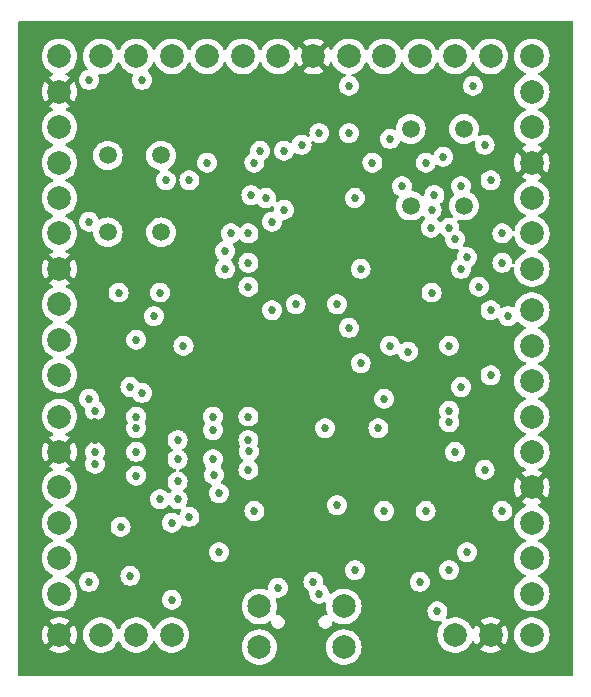
<source format=gbr>
%TF.GenerationSoftware,KiCad,Pcbnew,8.0.6*%
%TF.CreationDate,2024-11-27T15:15:38-08:00*%
%TF.ProjectId,DeskCleanerRobot,4465736b-436c-4656-916e-6572526f626f,rev?*%
%TF.SameCoordinates,Original*%
%TF.FileFunction,Copper,L3,Inr*%
%TF.FilePolarity,Positive*%
%FSLAX46Y46*%
G04 Gerber Fmt 4.6, Leading zero omitted, Abs format (unit mm)*
G04 Created by KiCad (PCBNEW 8.0.6) date 2024-11-27 15:15:38*
%MOMM*%
%LPD*%
G01*
G04 APERTURE LIST*
%TA.AperFunction,ComponentPad*%
%ADD10C,1.995000*%
%TD*%
%TA.AperFunction,ComponentPad*%
%ADD11C,1.500000*%
%TD*%
%TA.AperFunction,ComponentPad*%
%ADD12C,2.000000*%
%TD*%
%TA.AperFunction,ViaPad*%
%ADD13C,0.685800*%
%TD*%
G04 APERTURE END LIST*
D10*
%TO.N,unconnected-(USB1-PadMH1)*%
%TO.C,USB1*%
X117425000Y-80080000D03*
%TO.N,unconnected-(USB1-PadMH2)*%
X124575000Y-80080000D03*
%TO.N,unconnected-(USB1-PadMH3)*%
X124575000Y-83530000D03*
%TO.N,unconnected-(USB1-PadMH4)*%
X117425000Y-83530000D03*
%TD*%
D11*
%TO.N,Net-(IC8-EN)*%
%TO.C,RESET1*%
X130250000Y-46150000D03*
%TO.N,unconnected-(RESET1-Pad2)*%
X130250000Y-39650000D03*
%TO.N,GND*%
X134750000Y-46150000D03*
%TO.N,unconnected-(RESET1-Pad4)*%
X134750000Y-39650000D03*
%TD*%
%TO.N,unconnected-(BOOT1-Pad1)*%
%TO.C,BOOT1*%
X109100000Y-41900000D03*
%TO.N,Net-(IC8-IO0)*%
X109100000Y-48400000D03*
%TO.N,unconnected-(BOOT1-Pad3)*%
X104600000Y-41900000D03*
%TO.N,GND*%
X104600000Y-48400000D03*
%TD*%
D12*
%TO.N,SC7*%
%TO.C,SC7*%
X116000000Y-33500000D03*
%TD*%
%TO.N,INT7*%
%TO.C,INT7*%
X113000000Y-33500000D03*
%TD*%
%TO.N,GND*%
%TO.C,GN5*%
X140500000Y-73000000D03*
%TD*%
%TO.N,+3.3V*%
%TO.C,3V1*%
X100500000Y-51500000D03*
%TD*%
%TO.N,GND*%
%TO.C,-E1*%
X107000000Y-33500000D03*
%TD*%
%TO.N,SD5*%
%TO.C,SD5*%
X140500000Y-67000000D03*
%TD*%
%TO.N,ESCsignal*%
%TO.C,SIG1*%
X110000000Y-33500000D03*
%TD*%
%TO.N,SC3*%
%TO.C,SC3*%
X107000000Y-82500000D03*
%TD*%
%TO.N,GND*%
%TO.C,GN0*%
X100500000Y-33500000D03*
%TD*%
%TO.N,SD1*%
%TO.C,SD1*%
X100500000Y-54500000D03*
%TD*%
%TO.N,+3.3V*%
%TO.C,3V3*%
X100500000Y-82500000D03*
%TD*%
%TO.N,GND*%
%TO.C,GN4*%
X134000000Y-82500000D03*
%TD*%
%TO.N,SD6*%
%TO.C,SD6*%
X140500000Y-39500000D03*
%TD*%
%TO.N,AOUT1*%
%TO.C,AO1*%
X128000000Y-33500000D03*
%TD*%
%TO.N,ESC+*%
%TO.C,+E1*%
X104000000Y-33500000D03*
%TD*%
%TO.N,BOUT2*%
%TO.C,BO2*%
X137000000Y-33500000D03*
%TD*%
%TO.N,INT1*%
%TO.C,INT1*%
X100500000Y-60500000D03*
%TD*%
%TO.N,GND*%
%TO.C,SW1*%
X140500000Y-55000000D03*
%TD*%
%TO.N,+3.3V*%
%TO.C,3V4*%
X137000000Y-82500000D03*
%TD*%
%TO.N,+3.3V*%
%TO.C,3V7*%
X122000000Y-33500000D03*
%TD*%
%TO.N,SC4*%
%TO.C,SC4*%
X140500000Y-79000000D03*
%TD*%
%TO.N,Net-(BM1-G)*%
%TO.C,SW2*%
X140500000Y-58000000D03*
%TD*%
%TO.N,INT6*%
%TO.C,INT6*%
X140500000Y-33500000D03*
%TD*%
%TO.N,SD4*%
%TO.C,SD4*%
X140500000Y-82500000D03*
%TD*%
%TO.N,+3.3V*%
%TO.C,3V6*%
X140500000Y-42500000D03*
%TD*%
%TO.N,GND*%
%TO.C,-BAT1*%
X140500000Y-48500000D03*
%TD*%
%TO.N,+3.3V*%
%TO.C,3V5*%
X140500000Y-70000000D03*
%TD*%
%TO.N,INT4*%
%TO.C,INT4*%
X140500000Y-76000000D03*
%TD*%
%TO.N,BOUT1*%
%TO.C,BO1*%
X134000000Y-33500000D03*
%TD*%
%TO.N,SC6*%
%TO.C,SC6*%
X140500000Y-36500000D03*
%TD*%
%TO.N,INT5*%
%TO.C,INT5*%
X140500000Y-61000000D03*
%TD*%
%TO.N,+BATT*%
%TO.C,+BAT1*%
X140500000Y-51500000D03*
%TD*%
%TO.N,INT2*%
%TO.C,INT2*%
X100500000Y-76000000D03*
%TD*%
%TO.N,INT3*%
%TO.C,INT3*%
X110000000Y-82500000D03*
%TD*%
%TO.N,GND*%
%TO.C,GN3*%
X100500000Y-79000000D03*
%TD*%
%TO.N,AOUT2*%
%TO.C,AO2*%
X131000000Y-33500000D03*
%TD*%
%TO.N,INT0*%
%TO.C,INT0*%
X100500000Y-45500000D03*
%TD*%
%TO.N,SC5*%
%TO.C,SC5*%
X140500000Y-64000000D03*
%TD*%
%TO.N,SD3*%
%TO.C,SD3*%
X104000000Y-82500000D03*
%TD*%
%TO.N,SD2*%
%TO.C,SD2*%
X100500000Y-70000000D03*
%TD*%
%TO.N,+3.3V*%
%TO.C,3V0*%
X100500000Y-36500000D03*
%TD*%
%TO.N,SD0*%
%TO.C,SD0*%
X100500000Y-39500000D03*
%TD*%
%TO.N,SC1*%
%TO.C,SC1*%
X100500000Y-57500000D03*
%TD*%
%TO.N,SC0*%
%TO.C,SC0*%
X100500000Y-42500000D03*
%TD*%
%TO.N,SC2*%
%TO.C,SC2*%
X100500000Y-73000000D03*
%TD*%
%TO.N,GND*%
%TO.C,GN6*%
X140500000Y-45500000D03*
%TD*%
%TO.N,+3.3V*%
%TO.C,3V2*%
X100500000Y-67000000D03*
%TD*%
%TO.N,GND*%
%TO.C,GN1*%
X100500000Y-48500000D03*
%TD*%
%TO.N,GND*%
%TO.C,GN2*%
X100500000Y-64000000D03*
%TD*%
%TO.N,GND*%
%TO.C,GN7*%
X125000000Y-33500000D03*
%TD*%
%TO.N,SD7*%
%TO.C,SD7*%
X119000000Y-33500000D03*
%TD*%
D13*
%TO.N,+5V*%
X119000000Y-78500000D03*
X122000000Y-78000000D03*
%TO.N,+BATT*%
X133500000Y-58000000D03*
X136500000Y-68500000D03*
X137000000Y-55000000D03*
X137000000Y-60500000D03*
%TO.N,ESC+*%
X132000000Y-53500000D03*
X126000000Y-51500000D03*
X118000000Y-45500000D03*
X117500000Y-41500000D03*
%TO.N,+3.3V*%
X125500000Y-64500000D03*
X131000000Y-52500000D03*
X116500000Y-61500000D03*
X119500000Y-69000000D03*
X126000000Y-68500000D03*
X134903100Y-68500000D03*
X107500000Y-60500000D03*
X137500000Y-70000000D03*
X119500000Y-71500000D03*
X103000000Y-80500000D03*
X129250000Y-67750000D03*
X105500000Y-72000000D03*
X103000000Y-51500000D03*
X137500000Y-46500000D03*
X130000000Y-67000000D03*
X103500000Y-64500000D03*
X119000000Y-60500000D03*
X103500000Y-37000000D03*
X103500000Y-66000000D03*
X114000000Y-60500000D03*
X133000000Y-52500000D03*
X103500000Y-70500000D03*
X132250000Y-67750000D03*
X131500000Y-67000000D03*
X136000000Y-80500000D03*
X122000000Y-36000000D03*
%TO.N,3V3PowMux*%
X116750000Y-45250000D03*
X103000000Y-62500000D03*
X117000000Y-42500000D03*
X105675000Y-73325000D03*
%TO.N,SC2*%
X110500000Y-67625000D03*
X103500000Y-68000000D03*
%TO.N,SD0*%
X106500000Y-61500000D03*
%TO.N,SD5*%
X134000000Y-67000000D03*
X116500000Y-68500000D03*
%TO.N,SD4*%
X114000000Y-70500000D03*
%TO.N,SD3*%
X107000000Y-69000000D03*
%TO.N,SD2*%
X103500000Y-67000000D03*
X107000000Y-67000000D03*
%TO.N,SD1*%
X107000000Y-65000000D03*
%TO.N,SC0*%
X109500000Y-44000000D03*
X107000000Y-64000000D03*
%TO.N,SD7*%
X113500000Y-65162500D03*
X125000000Y-40000000D03*
%TO.N,SC3*%
X110500000Y-69500000D03*
%TO.N,SC5*%
X134500000Y-61500000D03*
X113500000Y-67625000D03*
%TO.N,SC1*%
X110500000Y-66000000D03*
%TO.N,SC6*%
X116500000Y-66000000D03*
X137000000Y-44000000D03*
%TO.N,SD6*%
X116525000Y-66955100D03*
X136000000Y-53000000D03*
%TO.N,SC7*%
X116500000Y-64000000D03*
X122500000Y-40000000D03*
%TO.N,SC4*%
X113575000Y-68925000D03*
%TO.N,AOUT2*%
X131500000Y-42500000D03*
X135000000Y-50500000D03*
X132000000Y-46500000D03*
%TO.N,BOUT1*%
X133000000Y-42000000D03*
X133500000Y-48000000D03*
X132250000Y-45250000D03*
%TO.N,BOUT2*%
X134000000Y-49000000D03*
%TO.N,AOUT1*%
X129500000Y-44500000D03*
X134500000Y-51500000D03*
X128500000Y-40500000D03*
%TO.N,INT0*%
X111500000Y-44000000D03*
X115000000Y-48500000D03*
%TO.N,INT4*%
X125000000Y-56500000D03*
%TO.N,ESCsignal*%
X119500000Y-46500000D03*
X119500000Y-41500000D03*
%TO.N,INT7*%
X120500000Y-54500000D03*
X121000000Y-41000000D03*
%TO.N,INT2*%
X114500000Y-50000000D03*
X109000000Y-71000000D03*
%TO.N,INT5*%
X126000000Y-59500000D03*
%TO.N,INT6*%
X136500000Y-41000000D03*
X124000000Y-54500000D03*
%TO.N,INT1*%
X107000000Y-57500000D03*
X108500000Y-55500000D03*
%TO.N,INT3*%
X114500000Y-51500000D03*
%TO.N,GND*%
X117000000Y-72000000D03*
X138500000Y-55500000D03*
X105500000Y-53500000D03*
X131500000Y-72000000D03*
X133500000Y-77000000D03*
X122500000Y-79000000D03*
X113500000Y-64000000D03*
X138000000Y-51000000D03*
X135500000Y-36000000D03*
X110000000Y-73000000D03*
X103500000Y-63500000D03*
X125500000Y-45500000D03*
X127500000Y-65000000D03*
X118500000Y-55000000D03*
X110000000Y-79500000D03*
X106500000Y-77500000D03*
X107500000Y-62000000D03*
X124000000Y-71500000D03*
X131000000Y-78000000D03*
X114000000Y-75500000D03*
X116500000Y-53000000D03*
X103000000Y-78000000D03*
X128000000Y-62500000D03*
X113000000Y-42500000D03*
X138000000Y-72000000D03*
X123000000Y-65000000D03*
X135000000Y-75500000D03*
X109000000Y-53500000D03*
X125000000Y-36000000D03*
X138000000Y-48500000D03*
X107500000Y-35500000D03*
X103000000Y-35500000D03*
X132500000Y-80500000D03*
X128000000Y-72000000D03*
X128500000Y-58000000D03*
X110500000Y-71000000D03*
X131950000Y-48000000D03*
X116500000Y-48500000D03*
X130000000Y-58500000D03*
X111500000Y-72500000D03*
X116500000Y-51000000D03*
X133500000Y-64500000D03*
X125500000Y-77000000D03*
X127000000Y-42500000D03*
X111000000Y-58000000D03*
X134500000Y-44500000D03*
X133500000Y-63500000D03*
X118500000Y-47500000D03*
X103000000Y-47500000D03*
%TD*%
%TA.AperFunction,Conductor*%
%TO.N,+3.3V*%
G36*
X143942539Y-30520185D02*
G01*
X143988294Y-30572989D01*
X143999500Y-30624500D01*
X143999500Y-85875500D01*
X143979815Y-85942539D01*
X143927011Y-85988294D01*
X143875500Y-85999500D01*
X97124500Y-85999500D01*
X97057461Y-85979815D01*
X97011706Y-85927011D01*
X97000500Y-85875500D01*
X97000500Y-82499994D01*
X98994859Y-82499994D01*
X98994859Y-82500005D01*
X99015385Y-82747729D01*
X99015387Y-82747738D01*
X99076412Y-82988717D01*
X99176266Y-83216364D01*
X99276564Y-83369882D01*
X100017037Y-82629409D01*
X100034075Y-82692993D01*
X100099901Y-82807007D01*
X100192993Y-82900099D01*
X100307007Y-82965925D01*
X100370590Y-82982962D01*
X99629942Y-83723609D01*
X99676768Y-83760055D01*
X99676770Y-83760056D01*
X99895385Y-83878364D01*
X99895396Y-83878369D01*
X100130506Y-83959083D01*
X100375707Y-84000000D01*
X100624293Y-84000000D01*
X100869493Y-83959083D01*
X101104603Y-83878369D01*
X101104614Y-83878364D01*
X101323228Y-83760057D01*
X101323231Y-83760055D01*
X101370056Y-83723609D01*
X100629409Y-82982962D01*
X100692993Y-82965925D01*
X100807007Y-82900099D01*
X100900099Y-82807007D01*
X100965925Y-82692993D01*
X100982962Y-82629409D01*
X101723434Y-83369882D01*
X101823731Y-83216369D01*
X101923587Y-82988717D01*
X101984612Y-82747738D01*
X101984614Y-82747729D01*
X102005141Y-82500005D01*
X102005141Y-82499994D01*
X102494357Y-82499994D01*
X102494357Y-82500005D01*
X102514890Y-82747812D01*
X102514892Y-82747824D01*
X102575936Y-82988881D01*
X102675826Y-83216606D01*
X102811833Y-83424782D01*
X102811836Y-83424785D01*
X102980256Y-83607738D01*
X103176491Y-83760474D01*
X103176493Y-83760475D01*
X103394332Y-83878364D01*
X103395190Y-83878828D01*
X103614141Y-83953994D01*
X103628964Y-83959083D01*
X103630386Y-83959571D01*
X103875665Y-84000500D01*
X104124335Y-84000500D01*
X104369614Y-83959571D01*
X104604810Y-83878828D01*
X104823509Y-83760474D01*
X105019744Y-83607738D01*
X105188164Y-83424785D01*
X105324173Y-83216607D01*
X105386444Y-83074644D01*
X105431400Y-83021158D01*
X105498136Y-83000468D01*
X105565464Y-83019143D01*
X105612007Y-83071253D01*
X105613556Y-83074644D01*
X105675826Y-83216606D01*
X105811833Y-83424782D01*
X105811836Y-83424785D01*
X105980256Y-83607738D01*
X106176491Y-83760474D01*
X106176493Y-83760475D01*
X106394332Y-83878364D01*
X106395190Y-83878828D01*
X106614141Y-83953994D01*
X106628964Y-83959083D01*
X106630386Y-83959571D01*
X106875665Y-84000500D01*
X107124335Y-84000500D01*
X107369614Y-83959571D01*
X107604810Y-83878828D01*
X107823509Y-83760474D01*
X108019744Y-83607738D01*
X108188164Y-83424785D01*
X108324173Y-83216607D01*
X108386444Y-83074644D01*
X108431400Y-83021158D01*
X108498136Y-83000468D01*
X108565464Y-83019143D01*
X108612007Y-83071253D01*
X108613556Y-83074644D01*
X108675826Y-83216606D01*
X108811833Y-83424782D01*
X108811836Y-83424785D01*
X108980256Y-83607738D01*
X109176491Y-83760474D01*
X109176493Y-83760475D01*
X109394332Y-83878364D01*
X109395190Y-83878828D01*
X109614141Y-83953994D01*
X109628964Y-83959083D01*
X109630386Y-83959571D01*
X109875665Y-84000500D01*
X110124335Y-84000500D01*
X110369614Y-83959571D01*
X110604810Y-83878828D01*
X110823509Y-83760474D01*
X111019744Y-83607738D01*
X111091312Y-83529994D01*
X115921866Y-83529994D01*
X115921866Y-83530005D01*
X115942366Y-83777404D01*
X116003309Y-84018065D01*
X116103033Y-84245414D01*
X116238814Y-84453241D01*
X116238816Y-84453244D01*
X116406955Y-84635892D01*
X116602864Y-84788373D01*
X116821198Y-84906530D01*
X117056002Y-84987138D01*
X117300872Y-85028000D01*
X117300873Y-85028000D01*
X117549127Y-85028000D01*
X117549128Y-85028000D01*
X117793998Y-84987138D01*
X118028802Y-84906530D01*
X118247136Y-84788373D01*
X118443045Y-84635892D01*
X118611184Y-84453244D01*
X118746967Y-84245413D01*
X118846690Y-84018067D01*
X118907633Y-83777408D01*
X118916744Y-83667448D01*
X118928134Y-83530005D01*
X118928134Y-83529994D01*
X123071866Y-83529994D01*
X123071866Y-83530005D01*
X123092366Y-83777404D01*
X123153309Y-84018065D01*
X123253033Y-84245414D01*
X123388814Y-84453241D01*
X123388816Y-84453244D01*
X123556955Y-84635892D01*
X123752864Y-84788373D01*
X123971198Y-84906530D01*
X124206002Y-84987138D01*
X124450872Y-85028000D01*
X124450873Y-85028000D01*
X124699127Y-85028000D01*
X124699128Y-85028000D01*
X124943998Y-84987138D01*
X125178802Y-84906530D01*
X125397136Y-84788373D01*
X125593045Y-84635892D01*
X125761184Y-84453244D01*
X125896967Y-84245413D01*
X125996690Y-84018067D01*
X126057633Y-83777408D01*
X126066744Y-83667448D01*
X126078134Y-83530005D01*
X126078134Y-83529994D01*
X126057633Y-83282595D01*
X126057633Y-83282592D01*
X125996690Y-83041933D01*
X125896967Y-82814587D01*
X125853348Y-82747824D01*
X125829075Y-82710671D01*
X125761184Y-82606756D01*
X125593045Y-82424108D01*
X125397136Y-82271627D01*
X125251834Y-82192993D01*
X125178803Y-82153470D01*
X125178797Y-82153468D01*
X124944000Y-82072862D01*
X124780751Y-82045620D01*
X124699128Y-82032000D01*
X124450872Y-82032000D01*
X124389654Y-82042215D01*
X124205999Y-82072862D01*
X123971202Y-82153468D01*
X123971196Y-82153470D01*
X123752862Y-82271628D01*
X123556957Y-82424106D01*
X123388817Y-82606754D01*
X123388814Y-82606758D01*
X123253033Y-82814585D01*
X123153309Y-83041934D01*
X123092366Y-83282595D01*
X123071866Y-83529994D01*
X118928134Y-83529994D01*
X118907633Y-83282595D01*
X118907633Y-83282592D01*
X118846690Y-83041933D01*
X118746967Y-82814587D01*
X118703348Y-82747824D01*
X118679075Y-82710671D01*
X118611184Y-82606756D01*
X118443045Y-82424108D01*
X118247136Y-82271627D01*
X118101834Y-82192993D01*
X118028803Y-82153470D01*
X118028797Y-82153468D01*
X117794000Y-82072862D01*
X117630751Y-82045620D01*
X117549128Y-82032000D01*
X117300872Y-82032000D01*
X117239654Y-82042215D01*
X117055999Y-82072862D01*
X116821202Y-82153468D01*
X116821196Y-82153470D01*
X116602862Y-82271628D01*
X116406957Y-82424106D01*
X116238817Y-82606754D01*
X116238814Y-82606758D01*
X116103033Y-82814585D01*
X116003309Y-83041934D01*
X115942366Y-83282595D01*
X115921866Y-83529994D01*
X111091312Y-83529994D01*
X111188164Y-83424785D01*
X111324173Y-83216607D01*
X111424063Y-82988881D01*
X111485108Y-82747821D01*
X111505643Y-82500000D01*
X111499354Y-82424108D01*
X111485109Y-82252187D01*
X111485107Y-82252175D01*
X111424063Y-82011118D01*
X111324173Y-81783393D01*
X111188166Y-81575217D01*
X111131954Y-81514155D01*
X111019744Y-81392262D01*
X110823509Y-81239526D01*
X110823507Y-81239525D01*
X110823506Y-81239524D01*
X110604811Y-81121172D01*
X110604802Y-81121169D01*
X110369616Y-81040429D01*
X110124335Y-80999500D01*
X109875665Y-80999500D01*
X109630383Y-81040429D01*
X109395197Y-81121169D01*
X109395188Y-81121172D01*
X109176493Y-81239524D01*
X108980257Y-81392261D01*
X108811833Y-81575217D01*
X108675826Y-81783393D01*
X108613556Y-81925355D01*
X108568600Y-81978841D01*
X108501864Y-81999531D01*
X108434536Y-81980856D01*
X108387993Y-81928746D01*
X108386444Y-81925355D01*
X108324173Y-81783393D01*
X108188166Y-81575217D01*
X108131954Y-81514155D01*
X108019744Y-81392262D01*
X107823509Y-81239526D01*
X107823507Y-81239525D01*
X107823506Y-81239524D01*
X107604811Y-81121172D01*
X107604802Y-81121169D01*
X107369616Y-81040429D01*
X107124335Y-80999500D01*
X106875665Y-80999500D01*
X106630383Y-81040429D01*
X106395197Y-81121169D01*
X106395188Y-81121172D01*
X106176493Y-81239524D01*
X105980257Y-81392261D01*
X105811833Y-81575217D01*
X105675826Y-81783393D01*
X105613556Y-81925355D01*
X105568600Y-81978841D01*
X105501864Y-81999531D01*
X105434536Y-81980856D01*
X105387993Y-81928746D01*
X105386444Y-81925355D01*
X105324173Y-81783393D01*
X105188166Y-81575217D01*
X105131954Y-81514155D01*
X105019744Y-81392262D01*
X104823509Y-81239526D01*
X104823507Y-81239525D01*
X104823506Y-81239524D01*
X104604811Y-81121172D01*
X104604802Y-81121169D01*
X104369616Y-81040429D01*
X104124335Y-80999500D01*
X103875665Y-80999500D01*
X103630383Y-81040429D01*
X103395197Y-81121169D01*
X103395188Y-81121172D01*
X103176493Y-81239524D01*
X102980257Y-81392261D01*
X102811833Y-81575217D01*
X102675826Y-81783393D01*
X102575936Y-82011118D01*
X102514892Y-82252175D01*
X102514890Y-82252187D01*
X102494357Y-82499994D01*
X102005141Y-82499994D01*
X101984614Y-82252270D01*
X101984612Y-82252261D01*
X101923587Y-82011282D01*
X101823731Y-81783630D01*
X101723434Y-81630116D01*
X100982962Y-82370589D01*
X100965925Y-82307007D01*
X100900099Y-82192993D01*
X100807007Y-82099901D01*
X100692993Y-82034075D01*
X100629410Y-82017037D01*
X101370057Y-81276390D01*
X101370056Y-81276389D01*
X101323229Y-81239943D01*
X101104614Y-81121635D01*
X101104603Y-81121630D01*
X100869493Y-81040916D01*
X100624293Y-81000000D01*
X100375707Y-81000000D01*
X100130506Y-81040916D01*
X99895396Y-81121630D01*
X99895390Y-81121632D01*
X99676761Y-81239949D01*
X99629942Y-81276388D01*
X99629942Y-81276390D01*
X100370590Y-82017037D01*
X100307007Y-82034075D01*
X100192993Y-82099901D01*
X100099901Y-82192993D01*
X100034075Y-82307007D01*
X100017037Y-82370589D01*
X99276564Y-81630116D01*
X99176267Y-81783632D01*
X99076412Y-82011282D01*
X99015387Y-82252261D01*
X99015385Y-82252270D01*
X98994859Y-82499994D01*
X97000500Y-82499994D01*
X97000500Y-63999994D01*
X98994357Y-63999994D01*
X98994357Y-64000005D01*
X99014890Y-64247812D01*
X99014892Y-64247824D01*
X99075936Y-64488881D01*
X99175826Y-64716606D01*
X99311833Y-64924782D01*
X99311836Y-64924785D01*
X99480256Y-65107738D01*
X99676491Y-65260474D01*
X99785840Y-65319651D01*
X99832557Y-65344933D01*
X99895190Y-65378828D01*
X99907292Y-65382982D01*
X99964307Y-65423365D01*
X99990439Y-65488164D01*
X99977391Y-65556804D01*
X99929304Y-65607493D01*
X99907300Y-65617543D01*
X99895398Y-65621629D01*
X99895390Y-65621632D01*
X99676761Y-65739949D01*
X99629942Y-65776388D01*
X99629942Y-65776390D01*
X100370590Y-66517037D01*
X100307007Y-66534075D01*
X100192993Y-66599901D01*
X100099901Y-66692993D01*
X100034075Y-66807007D01*
X100017037Y-66870589D01*
X99276564Y-66130116D01*
X99176267Y-66283632D01*
X99076412Y-66511282D01*
X99015387Y-66752261D01*
X99015385Y-66752270D01*
X98994859Y-66999994D01*
X98994859Y-67000005D01*
X99015385Y-67247729D01*
X99015387Y-67247738D01*
X99076412Y-67488717D01*
X99176266Y-67716364D01*
X99276564Y-67869882D01*
X100017037Y-67129409D01*
X100034075Y-67192993D01*
X100099901Y-67307007D01*
X100192993Y-67400099D01*
X100307007Y-67465925D01*
X100370590Y-67482962D01*
X99629942Y-68223609D01*
X99676768Y-68260055D01*
X99676770Y-68260056D01*
X99895385Y-68378364D01*
X99895396Y-68378369D01*
X99907294Y-68382454D01*
X99964309Y-68422839D01*
X99990440Y-68487639D01*
X99977389Y-68556279D01*
X99929300Y-68606967D01*
X99907296Y-68617016D01*
X99895191Y-68621171D01*
X99895188Y-68621172D01*
X99676493Y-68739524D01*
X99480257Y-68892261D01*
X99311833Y-69075217D01*
X99175826Y-69283393D01*
X99075936Y-69511118D01*
X99014892Y-69752175D01*
X99014890Y-69752187D01*
X98994357Y-69999994D01*
X98994357Y-70000005D01*
X99014890Y-70247812D01*
X99014892Y-70247824D01*
X99075936Y-70488881D01*
X99175826Y-70716606D01*
X99311833Y-70924782D01*
X99311836Y-70924785D01*
X99480256Y-71107738D01*
X99676491Y-71260474D01*
X99785840Y-71319651D01*
X99894332Y-71378364D01*
X99895190Y-71378828D01*
X99905682Y-71382430D01*
X99906524Y-71382719D01*
X99963539Y-71423106D01*
X99989668Y-71487906D01*
X99976615Y-71556546D01*
X99928526Y-71607233D01*
X99906524Y-71617281D01*
X99895191Y-71621171D01*
X99895188Y-71621172D01*
X99676493Y-71739524D01*
X99480257Y-71892261D01*
X99311833Y-72075217D01*
X99175826Y-72283393D01*
X99075936Y-72511118D01*
X99014892Y-72752175D01*
X99014890Y-72752187D01*
X98994357Y-72999994D01*
X98994357Y-73000005D01*
X99014890Y-73247812D01*
X99014892Y-73247824D01*
X99075936Y-73488881D01*
X99175826Y-73716606D01*
X99311833Y-73924782D01*
X99311836Y-73924785D01*
X99480256Y-74107738D01*
X99676491Y-74260474D01*
X99895190Y-74378828D01*
X99905682Y-74382430D01*
X99906524Y-74382719D01*
X99963539Y-74423106D01*
X99989668Y-74487906D01*
X99976615Y-74556546D01*
X99928526Y-74607233D01*
X99906524Y-74617281D01*
X99895191Y-74621171D01*
X99895188Y-74621172D01*
X99676493Y-74739524D01*
X99480257Y-74892261D01*
X99311833Y-75075217D01*
X99175826Y-75283393D01*
X99075936Y-75511118D01*
X99014892Y-75752175D01*
X99014890Y-75752187D01*
X98994357Y-75999994D01*
X98994357Y-76000005D01*
X99014890Y-76247812D01*
X99014892Y-76247824D01*
X99075936Y-76488881D01*
X99175826Y-76716606D01*
X99311833Y-76924782D01*
X99311836Y-76924785D01*
X99480256Y-77107738D01*
X99676491Y-77260474D01*
X99785840Y-77319651D01*
X99832557Y-77344933D01*
X99895190Y-77378828D01*
X99905682Y-77382430D01*
X99906524Y-77382719D01*
X99963539Y-77423106D01*
X99989668Y-77487906D01*
X99976615Y-77556546D01*
X99928526Y-77607233D01*
X99906524Y-77617281D01*
X99895191Y-77621171D01*
X99895188Y-77621172D01*
X99676493Y-77739524D01*
X99480257Y-77892261D01*
X99311833Y-78075217D01*
X99175826Y-78283393D01*
X99075936Y-78511118D01*
X99014892Y-78752175D01*
X99014890Y-78752187D01*
X98994357Y-78999994D01*
X98994357Y-79000005D01*
X99014890Y-79247812D01*
X99014892Y-79247824D01*
X99075936Y-79488881D01*
X99175826Y-79716606D01*
X99311833Y-79924782D01*
X99311836Y-79924785D01*
X99480256Y-80107738D01*
X99676491Y-80260474D01*
X99895190Y-80378828D01*
X100130386Y-80459571D01*
X100375665Y-80500500D01*
X100624335Y-80500500D01*
X100869614Y-80459571D01*
X101104810Y-80378828D01*
X101323509Y-80260474D01*
X101519744Y-80107738D01*
X101688164Y-79924785D01*
X101824173Y-79716607D01*
X101919186Y-79500000D01*
X109151954Y-79500000D01*
X109170486Y-79676320D01*
X109170487Y-79676322D01*
X109225271Y-79844933D01*
X109225272Y-79844934D01*
X109298450Y-79971682D01*
X109313916Y-79998469D01*
X109361414Y-80051221D01*
X109432543Y-80130219D01*
X109432546Y-80130221D01*
X109575977Y-80234429D01*
X109737933Y-80306538D01*
X109737936Y-80306538D01*
X109737939Y-80306540D01*
X109911355Y-80343400D01*
X110088645Y-80343400D01*
X110262061Y-80306540D01*
X110262064Y-80306538D01*
X110262066Y-80306538D01*
X110294869Y-80291932D01*
X110424023Y-80234429D01*
X110567454Y-80130221D01*
X110612679Y-80079994D01*
X115921866Y-80079994D01*
X115921866Y-80080005D01*
X115942366Y-80327404D01*
X116003309Y-80568065D01*
X116103033Y-80795414D01*
X116234697Y-80996939D01*
X116238816Y-81003244D01*
X116406955Y-81185892D01*
X116602864Y-81338373D01*
X116821198Y-81456530D01*
X117056002Y-81537138D01*
X117300872Y-81578000D01*
X117300873Y-81578000D01*
X117549127Y-81578000D01*
X117549128Y-81578000D01*
X117793998Y-81537138D01*
X118028802Y-81456530D01*
X118241484Y-81341431D01*
X118309810Y-81326837D01*
X118375183Y-81351500D01*
X118416844Y-81407590D01*
X118424500Y-81450487D01*
X118424500Y-81475766D01*
X118434786Y-81514155D01*
X118463719Y-81622136D01*
X118501602Y-81687750D01*
X118539485Y-81753365D01*
X118646635Y-81860515D01*
X118777865Y-81936281D01*
X118924234Y-81975500D01*
X118924236Y-81975500D01*
X119075764Y-81975500D01*
X119075766Y-81975500D01*
X119222135Y-81936281D01*
X119353365Y-81860515D01*
X119460515Y-81753365D01*
X119536281Y-81622135D01*
X119575500Y-81475766D01*
X119575500Y-81324234D01*
X119536281Y-81177865D01*
X119460515Y-81046635D01*
X119353365Y-80939485D01*
X119287750Y-80901602D01*
X119222136Y-80863719D01*
X119148950Y-80844109D01*
X119075766Y-80824500D01*
X118924234Y-80824500D01*
X118924004Y-80824500D01*
X118856965Y-80804815D01*
X118811210Y-80752011D01*
X118801266Y-80682853D01*
X118810448Y-80650690D01*
X118846690Y-80568067D01*
X118907633Y-80327408D01*
X118928134Y-80080000D01*
X118907633Y-79832592D01*
X118846690Y-79591933D01*
X118813912Y-79517208D01*
X118805010Y-79447910D01*
X118834987Y-79384798D01*
X118894326Y-79347911D01*
X118927469Y-79343400D01*
X119088645Y-79343400D01*
X119262061Y-79306540D01*
X119262064Y-79306538D01*
X119262066Y-79306538D01*
X119294869Y-79291932D01*
X119424023Y-79234429D01*
X119567454Y-79130221D01*
X119686084Y-78998469D01*
X119774729Y-78844931D01*
X119829514Y-78676319D01*
X119848046Y-78500000D01*
X119829514Y-78323681D01*
X119774729Y-78155069D01*
X119774728Y-78155068D01*
X119774728Y-78155066D01*
X119774727Y-78155065D01*
X119743798Y-78101495D01*
X119686084Y-78001531D01*
X119684705Y-78000000D01*
X121151954Y-78000000D01*
X121170486Y-78176320D01*
X121170487Y-78176322D01*
X121225271Y-78344933D01*
X121225272Y-78344934D01*
X121298450Y-78471682D01*
X121313916Y-78498469D01*
X121361414Y-78551221D01*
X121432543Y-78630219D01*
X121432546Y-78630221D01*
X121575977Y-78734429D01*
X121592921Y-78741973D01*
X121646158Y-78787223D01*
X121666479Y-78854072D01*
X121665806Y-78868202D01*
X121654675Y-78974108D01*
X121651954Y-78999999D01*
X121670486Y-79176320D01*
X121670487Y-79176322D01*
X121725271Y-79344933D01*
X121725272Y-79344934D01*
X121726991Y-79347911D01*
X121813916Y-79498469D01*
X121861414Y-79551221D01*
X121932543Y-79630219D01*
X121932546Y-79630221D01*
X122075977Y-79734429D01*
X122237933Y-79806538D01*
X122237936Y-79806538D01*
X122237939Y-79806540D01*
X122411355Y-79843400D01*
X122588645Y-79843400D01*
X122762061Y-79806540D01*
X122915959Y-79738019D01*
X122985204Y-79728734D01*
X123048481Y-79758362D01*
X123085695Y-79817497D01*
X123089968Y-79861538D01*
X123079603Y-79986623D01*
X123071867Y-80079994D01*
X123071866Y-80080004D01*
X123071866Y-80080005D01*
X123092366Y-80327404D01*
X123153309Y-80568065D01*
X123189552Y-80650690D01*
X123198455Y-80719990D01*
X123168478Y-80783102D01*
X123109138Y-80819989D01*
X123075996Y-80824500D01*
X122924234Y-80824500D01*
X122777863Y-80863719D01*
X122646635Y-80939485D01*
X122646632Y-80939487D01*
X122539487Y-81046632D01*
X122539485Y-81046635D01*
X122463719Y-81177863D01*
X122429242Y-81306538D01*
X122424500Y-81324234D01*
X122424500Y-81475766D01*
X122434786Y-81514155D01*
X122463719Y-81622136D01*
X122501602Y-81687750D01*
X122539485Y-81753365D01*
X122646635Y-81860515D01*
X122777865Y-81936281D01*
X122924234Y-81975500D01*
X122924236Y-81975500D01*
X123075764Y-81975500D01*
X123075766Y-81975500D01*
X123222135Y-81936281D01*
X123353365Y-81860515D01*
X123460515Y-81753365D01*
X123536281Y-81622135D01*
X123575500Y-81475766D01*
X123575500Y-81450487D01*
X123595185Y-81383448D01*
X123647989Y-81337693D01*
X123717147Y-81327749D01*
X123758514Y-81341430D01*
X123951480Y-81445859D01*
X123960031Y-81450487D01*
X123971198Y-81456530D01*
X124206002Y-81537138D01*
X124450872Y-81578000D01*
X124450873Y-81578000D01*
X124699127Y-81578000D01*
X124699128Y-81578000D01*
X124943998Y-81537138D01*
X125178802Y-81456530D01*
X125397136Y-81338373D01*
X125593045Y-81185892D01*
X125761184Y-81003244D01*
X125896967Y-80795413D01*
X125996690Y-80568067D01*
X126013927Y-80500000D01*
X131651954Y-80500000D01*
X131670486Y-80676320D01*
X131670487Y-80676322D01*
X131725271Y-80844933D01*
X131725272Y-80844934D01*
X131779863Y-80939487D01*
X131813916Y-80998469D01*
X131857282Y-81046632D01*
X131932543Y-81130219D01*
X131960973Y-81150874D01*
X132075977Y-81234429D01*
X132237933Y-81306538D01*
X132237936Y-81306538D01*
X132237939Y-81306540D01*
X132411355Y-81343400D01*
X132588644Y-81343400D01*
X132588645Y-81343400D01*
X132751036Y-81308883D01*
X132820700Y-81314199D01*
X132876434Y-81356336D01*
X132900539Y-81421916D01*
X132885362Y-81490117D01*
X132868045Y-81514155D01*
X132811833Y-81575217D01*
X132675826Y-81783393D01*
X132575936Y-82011118D01*
X132514892Y-82252175D01*
X132514890Y-82252187D01*
X132494357Y-82499994D01*
X132494357Y-82500005D01*
X132514890Y-82747812D01*
X132514892Y-82747824D01*
X132575936Y-82988881D01*
X132675826Y-83216606D01*
X132811833Y-83424782D01*
X132811836Y-83424785D01*
X132980256Y-83607738D01*
X133176491Y-83760474D01*
X133176493Y-83760475D01*
X133394332Y-83878364D01*
X133395190Y-83878828D01*
X133614141Y-83953994D01*
X133628964Y-83959083D01*
X133630386Y-83959571D01*
X133875665Y-84000500D01*
X134124335Y-84000500D01*
X134369614Y-83959571D01*
X134604810Y-83878828D01*
X134823509Y-83760474D01*
X135019744Y-83607738D01*
X135188164Y-83424785D01*
X135324173Y-83216607D01*
X135386717Y-83074020D01*
X135431673Y-83020535D01*
X135498409Y-82999845D01*
X135565737Y-83018520D01*
X135612280Y-83070630D01*
X135613829Y-83074021D01*
X135676266Y-83216364D01*
X135776564Y-83369882D01*
X136517037Y-82629409D01*
X136534075Y-82692993D01*
X136599901Y-82807007D01*
X136692993Y-82900099D01*
X136807007Y-82965925D01*
X136870590Y-82982962D01*
X136129942Y-83723609D01*
X136176768Y-83760055D01*
X136176770Y-83760056D01*
X136395385Y-83878364D01*
X136395396Y-83878369D01*
X136630506Y-83959083D01*
X136875707Y-84000000D01*
X137124293Y-84000000D01*
X137369493Y-83959083D01*
X137604603Y-83878369D01*
X137604614Y-83878364D01*
X137823228Y-83760057D01*
X137823231Y-83760055D01*
X137870056Y-83723609D01*
X137129409Y-82982962D01*
X137192993Y-82965925D01*
X137307007Y-82900099D01*
X137400099Y-82807007D01*
X137465925Y-82692993D01*
X137482962Y-82629410D01*
X138223434Y-83369882D01*
X138323731Y-83216369D01*
X138423587Y-82988717D01*
X138484612Y-82747738D01*
X138484614Y-82747729D01*
X138505141Y-82500005D01*
X138505141Y-82499994D01*
X138994357Y-82499994D01*
X138994357Y-82500005D01*
X139014890Y-82747812D01*
X139014892Y-82747824D01*
X139075936Y-82988881D01*
X139175826Y-83216606D01*
X139311833Y-83424782D01*
X139311836Y-83424785D01*
X139480256Y-83607738D01*
X139676491Y-83760474D01*
X139676493Y-83760475D01*
X139894332Y-83878364D01*
X139895190Y-83878828D01*
X140114141Y-83953994D01*
X140128964Y-83959083D01*
X140130386Y-83959571D01*
X140375665Y-84000500D01*
X140624335Y-84000500D01*
X140869614Y-83959571D01*
X141104810Y-83878828D01*
X141323509Y-83760474D01*
X141519744Y-83607738D01*
X141688164Y-83424785D01*
X141824173Y-83216607D01*
X141924063Y-82988881D01*
X141985108Y-82747821D01*
X142005643Y-82500000D01*
X141999354Y-82424108D01*
X141985109Y-82252187D01*
X141985107Y-82252175D01*
X141924063Y-82011118D01*
X141824173Y-81783393D01*
X141688166Y-81575217D01*
X141631954Y-81514155D01*
X141519744Y-81392262D01*
X141323509Y-81239526D01*
X141323507Y-81239525D01*
X141323506Y-81239524D01*
X141104811Y-81121172D01*
X141104802Y-81121169D01*
X140869616Y-81040429D01*
X140624335Y-80999500D01*
X140375665Y-80999500D01*
X140130383Y-81040429D01*
X139895197Y-81121169D01*
X139895188Y-81121172D01*
X139676493Y-81239524D01*
X139480257Y-81392261D01*
X139311833Y-81575217D01*
X139175826Y-81783393D01*
X139075936Y-82011118D01*
X139014892Y-82252175D01*
X139014890Y-82252187D01*
X138994357Y-82499994D01*
X138505141Y-82499994D01*
X138484614Y-82252270D01*
X138484612Y-82252261D01*
X138423587Y-82011282D01*
X138323731Y-81783630D01*
X138223434Y-81630116D01*
X137482962Y-82370589D01*
X137465925Y-82307007D01*
X137400099Y-82192993D01*
X137307007Y-82099901D01*
X137192993Y-82034075D01*
X137129410Y-82017037D01*
X137870057Y-81276390D01*
X137870056Y-81276389D01*
X137823229Y-81239943D01*
X137604614Y-81121635D01*
X137604603Y-81121630D01*
X137369493Y-81040916D01*
X137124293Y-81000000D01*
X136875707Y-81000000D01*
X136630506Y-81040916D01*
X136395396Y-81121630D01*
X136395390Y-81121632D01*
X136176761Y-81239949D01*
X136129942Y-81276388D01*
X136129942Y-81276390D01*
X136870590Y-82017037D01*
X136807007Y-82034075D01*
X136692993Y-82099901D01*
X136599901Y-82192993D01*
X136534075Y-82307007D01*
X136517037Y-82370589D01*
X135776564Y-81630116D01*
X135676267Y-81783632D01*
X135613829Y-81925978D01*
X135568873Y-81979464D01*
X135502137Y-82000154D01*
X135434809Y-81981479D01*
X135388266Y-81929369D01*
X135386717Y-81925978D01*
X135324173Y-81783393D01*
X135188166Y-81575217D01*
X135131954Y-81514155D01*
X135019744Y-81392262D01*
X134823509Y-81239526D01*
X134823507Y-81239525D01*
X134823506Y-81239524D01*
X134604811Y-81121172D01*
X134604802Y-81121169D01*
X134369616Y-81040429D01*
X134124335Y-80999500D01*
X133875665Y-80999500D01*
X133630383Y-81040429D01*
X133395197Y-81121169D01*
X133395181Y-81121175D01*
X133373683Y-81132810D01*
X133305355Y-81147404D01*
X133239983Y-81122740D01*
X133198323Y-81066649D01*
X133193602Y-80996939D01*
X133207279Y-80961758D01*
X133274729Y-80844931D01*
X133329514Y-80676319D01*
X133348046Y-80500000D01*
X133329514Y-80323681D01*
X133274729Y-80155069D01*
X133274728Y-80155068D01*
X133274728Y-80155066D01*
X133274727Y-80155065D01*
X133231388Y-80080000D01*
X133186084Y-80001531D01*
X133116979Y-79924782D01*
X133067456Y-79869780D01*
X132980411Y-79806539D01*
X132924023Y-79765571D01*
X132924021Y-79765570D01*
X132924022Y-79765570D01*
X132762066Y-79693461D01*
X132762058Y-79693459D01*
X132588645Y-79656600D01*
X132411355Y-79656600D01*
X132237941Y-79693459D01*
X132237933Y-79693461D01*
X132075978Y-79765570D01*
X131932543Y-79869780D01*
X131813915Y-80001532D01*
X131725272Y-80155065D01*
X131725271Y-80155066D01*
X131670487Y-80323677D01*
X131670486Y-80323679D01*
X131651954Y-80500000D01*
X126013927Y-80500000D01*
X126057633Y-80327408D01*
X126078134Y-80080000D01*
X126057633Y-79832592D01*
X125996690Y-79591933D01*
X125896967Y-79364587D01*
X125884126Y-79344933D01*
X125761185Y-79156758D01*
X125761184Y-79156756D01*
X125593045Y-78974108D01*
X125397136Y-78821627D01*
X125236009Y-78734429D01*
X125178803Y-78703470D01*
X125178797Y-78703468D01*
X124944000Y-78622862D01*
X124780751Y-78595620D01*
X124699128Y-78582000D01*
X124450872Y-78582000D01*
X124389654Y-78592215D01*
X124205999Y-78622862D01*
X123971202Y-78703468D01*
X123971196Y-78703470D01*
X123752862Y-78821628D01*
X123556955Y-78974107D01*
X123556954Y-78974108D01*
X123552872Y-78978543D01*
X123492983Y-79014531D01*
X123423145Y-79012428D01*
X123365531Y-78972901D01*
X123338433Y-78908500D01*
X123338340Y-78907658D01*
X123329514Y-78823681D01*
X123274729Y-78655069D01*
X123274728Y-78655068D01*
X123274728Y-78655066D01*
X123274727Y-78655065D01*
X123220747Y-78561569D01*
X123186084Y-78501531D01*
X123132677Y-78442217D01*
X123067456Y-78369780D01*
X122924019Y-78265568D01*
X122907077Y-78258025D01*
X122853841Y-78212774D01*
X122833521Y-78145924D01*
X122834193Y-78131797D01*
X122848046Y-78000000D01*
X130151954Y-78000000D01*
X130170486Y-78176320D01*
X130170487Y-78176322D01*
X130225271Y-78344933D01*
X130225272Y-78344934D01*
X130298450Y-78471682D01*
X130313916Y-78498469D01*
X130361414Y-78551221D01*
X130432543Y-78630219D01*
X130432546Y-78630221D01*
X130575977Y-78734429D01*
X130737933Y-78806538D01*
X130737936Y-78806538D01*
X130737939Y-78806540D01*
X130911355Y-78843400D01*
X131088645Y-78843400D01*
X131262061Y-78806540D01*
X131262064Y-78806538D01*
X131262066Y-78806538D01*
X131305447Y-78787223D01*
X131424023Y-78734429D01*
X131567454Y-78630221D01*
X131686084Y-78498469D01*
X131774729Y-78344931D01*
X131829514Y-78176319D01*
X131848046Y-78000000D01*
X131829514Y-77823681D01*
X131774729Y-77655069D01*
X131774728Y-77655068D01*
X131774728Y-77655066D01*
X131774727Y-77655065D01*
X131717847Y-77556546D01*
X131686084Y-77501531D01*
X131615470Y-77423106D01*
X131567456Y-77369780D01*
X131495738Y-77317675D01*
X131424023Y-77265571D01*
X131424021Y-77265570D01*
X131424022Y-77265570D01*
X131262066Y-77193461D01*
X131262058Y-77193459D01*
X131088645Y-77156600D01*
X130911355Y-77156600D01*
X130737941Y-77193459D01*
X130737933Y-77193461D01*
X130575978Y-77265570D01*
X130432543Y-77369780D01*
X130313915Y-77501532D01*
X130225272Y-77655065D01*
X130225271Y-77655066D01*
X130170487Y-77823677D01*
X130170486Y-77823679D01*
X130151954Y-78000000D01*
X122848046Y-78000000D01*
X122829514Y-77823681D01*
X122774729Y-77655069D01*
X122774728Y-77655068D01*
X122774728Y-77655066D01*
X122774727Y-77655065D01*
X122717847Y-77556546D01*
X122686084Y-77501531D01*
X122615470Y-77423106D01*
X122567456Y-77369780D01*
X122495738Y-77317675D01*
X122424023Y-77265571D01*
X122424021Y-77265570D01*
X122424022Y-77265570D01*
X122262066Y-77193461D01*
X122262058Y-77193459D01*
X122088645Y-77156600D01*
X121911355Y-77156600D01*
X121737941Y-77193459D01*
X121737933Y-77193461D01*
X121575978Y-77265570D01*
X121432543Y-77369780D01*
X121313915Y-77501532D01*
X121225272Y-77655065D01*
X121225271Y-77655066D01*
X121170487Y-77823677D01*
X121170486Y-77823679D01*
X121151954Y-78000000D01*
X119684705Y-78000000D01*
X119632677Y-77942217D01*
X119567456Y-77869780D01*
X119480412Y-77806540D01*
X119424023Y-77765571D01*
X119424021Y-77765570D01*
X119424022Y-77765570D01*
X119262066Y-77693461D01*
X119262058Y-77693459D01*
X119088645Y-77656600D01*
X118911355Y-77656600D01*
X118737941Y-77693459D01*
X118737933Y-77693461D01*
X118575978Y-77765570D01*
X118432543Y-77869780D01*
X118313915Y-78001532D01*
X118225272Y-78155065D01*
X118225271Y-78155066D01*
X118170487Y-78323677D01*
X118170486Y-78323679D01*
X118151954Y-78500000D01*
X118158425Y-78561569D01*
X118145855Y-78630299D01*
X118098123Y-78681322D01*
X118030383Y-78698440D01*
X117994841Y-78691811D01*
X117794000Y-78622862D01*
X117630751Y-78595620D01*
X117549128Y-78582000D01*
X117300872Y-78582000D01*
X117239654Y-78592215D01*
X117055999Y-78622862D01*
X116821202Y-78703468D01*
X116821196Y-78703470D01*
X116602862Y-78821628D01*
X116406957Y-78974106D01*
X116238817Y-79156754D01*
X116238814Y-79156758D01*
X116103033Y-79364585D01*
X116003309Y-79591934D01*
X115942366Y-79832595D01*
X115921866Y-80079994D01*
X110612679Y-80079994D01*
X110686084Y-79998469D01*
X110774729Y-79844931D01*
X110829514Y-79676319D01*
X110848046Y-79500000D01*
X110829514Y-79323681D01*
X110774729Y-79155069D01*
X110774728Y-79155068D01*
X110774728Y-79155066D01*
X110774727Y-79155065D01*
X110743798Y-79101495D01*
X110686084Y-79001531D01*
X110602319Y-78908500D01*
X110567456Y-78869780D01*
X110480412Y-78806540D01*
X110424023Y-78765571D01*
X110424021Y-78765570D01*
X110424022Y-78765570D01*
X110262066Y-78693461D01*
X110262058Y-78693459D01*
X110088645Y-78656600D01*
X109911355Y-78656600D01*
X109737941Y-78693459D01*
X109737933Y-78693461D01*
X109575978Y-78765570D01*
X109432543Y-78869780D01*
X109313915Y-79001532D01*
X109225272Y-79155065D01*
X109225271Y-79155066D01*
X109170487Y-79323677D01*
X109170486Y-79323679D01*
X109151954Y-79500000D01*
X101919186Y-79500000D01*
X101924063Y-79488881D01*
X101985108Y-79247821D01*
X102004439Y-79014531D01*
X102005643Y-79000005D01*
X102005643Y-78999994D01*
X101985109Y-78752187D01*
X101985107Y-78752175D01*
X101924063Y-78511118D01*
X101824173Y-78283393D01*
X101688166Y-78075217D01*
X101620333Y-78001531D01*
X101618924Y-78000000D01*
X102151954Y-78000000D01*
X102170486Y-78176320D01*
X102170487Y-78176322D01*
X102225271Y-78344933D01*
X102225272Y-78344934D01*
X102298450Y-78471682D01*
X102313916Y-78498469D01*
X102361414Y-78551221D01*
X102432543Y-78630219D01*
X102432546Y-78630221D01*
X102575977Y-78734429D01*
X102737933Y-78806538D01*
X102737936Y-78806538D01*
X102737939Y-78806540D01*
X102911355Y-78843400D01*
X103088645Y-78843400D01*
X103262061Y-78806540D01*
X103262064Y-78806538D01*
X103262066Y-78806538D01*
X103305447Y-78787223D01*
X103424023Y-78734429D01*
X103567454Y-78630221D01*
X103686084Y-78498469D01*
X103774729Y-78344931D01*
X103829514Y-78176319D01*
X103848046Y-78000000D01*
X103829514Y-77823681D01*
X103774729Y-77655069D01*
X103774728Y-77655068D01*
X103774728Y-77655066D01*
X103774727Y-77655065D01*
X103717847Y-77556546D01*
X103686084Y-77501531D01*
X103684705Y-77500000D01*
X105651954Y-77500000D01*
X105670486Y-77676320D01*
X105670487Y-77676322D01*
X105725271Y-77844933D01*
X105725272Y-77844934D01*
X105798450Y-77971682D01*
X105813916Y-77998469D01*
X105861414Y-78051221D01*
X105932543Y-78130219D01*
X105954159Y-78145924D01*
X106075977Y-78234429D01*
X106237933Y-78306538D01*
X106237936Y-78306538D01*
X106237939Y-78306540D01*
X106411355Y-78343400D01*
X106588645Y-78343400D01*
X106762061Y-78306540D01*
X106762064Y-78306538D01*
X106762066Y-78306538D01*
X106814049Y-78283393D01*
X106924023Y-78234429D01*
X107067454Y-78130221D01*
X107186084Y-77998469D01*
X107274729Y-77844931D01*
X107329514Y-77676319D01*
X107348046Y-77500000D01*
X107329514Y-77323681D01*
X107274729Y-77155069D01*
X107274728Y-77155068D01*
X107274728Y-77155066D01*
X107274727Y-77155065D01*
X107243798Y-77101495D01*
X107186084Y-77001531D01*
X107184705Y-77000000D01*
X124651954Y-77000000D01*
X124670486Y-77176320D01*
X124670487Y-77176322D01*
X124725271Y-77344933D01*
X124725272Y-77344934D01*
X124770405Y-77423106D01*
X124813916Y-77498469D01*
X124826186Y-77512096D01*
X124932543Y-77630219D01*
X124932546Y-77630221D01*
X125075977Y-77734429D01*
X125237933Y-77806538D01*
X125237936Y-77806538D01*
X125237939Y-77806540D01*
X125411355Y-77843400D01*
X125588645Y-77843400D01*
X125762061Y-77806540D01*
X125762064Y-77806538D01*
X125762066Y-77806538D01*
X125794869Y-77791932D01*
X125924023Y-77734429D01*
X126067454Y-77630221D01*
X126075605Y-77621169D01*
X126088152Y-77607233D01*
X126186084Y-77498469D01*
X126274729Y-77344931D01*
X126329514Y-77176319D01*
X126348046Y-77000000D01*
X132651954Y-77000000D01*
X132670486Y-77176320D01*
X132670487Y-77176322D01*
X132725271Y-77344933D01*
X132725272Y-77344934D01*
X132770405Y-77423106D01*
X132813916Y-77498469D01*
X132826186Y-77512096D01*
X132932543Y-77630219D01*
X132932546Y-77630221D01*
X133075977Y-77734429D01*
X133237933Y-77806538D01*
X133237936Y-77806538D01*
X133237939Y-77806540D01*
X133411355Y-77843400D01*
X133588645Y-77843400D01*
X133762061Y-77806540D01*
X133762064Y-77806538D01*
X133762066Y-77806538D01*
X133794869Y-77791932D01*
X133924023Y-77734429D01*
X134067454Y-77630221D01*
X134075605Y-77621169D01*
X134088152Y-77607233D01*
X134186084Y-77498469D01*
X134274729Y-77344931D01*
X134329514Y-77176319D01*
X134348046Y-77000000D01*
X134329514Y-76823681D01*
X134274729Y-76655069D01*
X134274728Y-76655068D01*
X134274728Y-76655066D01*
X134274727Y-76655065D01*
X134243798Y-76601495D01*
X134186084Y-76501531D01*
X134132677Y-76442217D01*
X134067456Y-76369780D01*
X133980412Y-76306540D01*
X133924023Y-76265571D01*
X133924021Y-76265570D01*
X133924022Y-76265570D01*
X133762066Y-76193461D01*
X133762058Y-76193459D01*
X133588645Y-76156600D01*
X133411355Y-76156600D01*
X133237941Y-76193459D01*
X133237933Y-76193461D01*
X133075978Y-76265570D01*
X132932543Y-76369780D01*
X132813915Y-76501532D01*
X132725272Y-76655065D01*
X132725271Y-76655066D01*
X132670487Y-76823677D01*
X132670486Y-76823679D01*
X132651954Y-77000000D01*
X126348046Y-77000000D01*
X126329514Y-76823681D01*
X126274729Y-76655069D01*
X126274728Y-76655068D01*
X126274728Y-76655066D01*
X126274727Y-76655065D01*
X126243798Y-76601495D01*
X126186084Y-76501531D01*
X126132677Y-76442217D01*
X126067456Y-76369780D01*
X125980412Y-76306540D01*
X125924023Y-76265571D01*
X125924021Y-76265570D01*
X125924022Y-76265570D01*
X125762066Y-76193461D01*
X125762058Y-76193459D01*
X125588645Y-76156600D01*
X125411355Y-76156600D01*
X125237941Y-76193459D01*
X125237933Y-76193461D01*
X125075978Y-76265570D01*
X124932543Y-76369780D01*
X124813915Y-76501532D01*
X124725272Y-76655065D01*
X124725271Y-76655066D01*
X124670487Y-76823677D01*
X124670486Y-76823679D01*
X124651954Y-77000000D01*
X107184705Y-77000000D01*
X107116979Y-76924782D01*
X107067456Y-76869780D01*
X106995738Y-76817675D01*
X106924023Y-76765571D01*
X106924021Y-76765570D01*
X106924022Y-76765570D01*
X106762066Y-76693461D01*
X106762058Y-76693459D01*
X106588645Y-76656600D01*
X106411355Y-76656600D01*
X106237941Y-76693459D01*
X106237933Y-76693461D01*
X106075978Y-76765570D01*
X105932543Y-76869780D01*
X105813915Y-77001532D01*
X105725272Y-77155065D01*
X105725271Y-77155066D01*
X105670487Y-77323677D01*
X105670486Y-77323679D01*
X105651954Y-77500000D01*
X103684705Y-77500000D01*
X103615470Y-77423106D01*
X103567456Y-77369780D01*
X103495738Y-77317675D01*
X103424023Y-77265571D01*
X103424021Y-77265570D01*
X103424022Y-77265570D01*
X103262066Y-77193461D01*
X103262058Y-77193459D01*
X103088645Y-77156600D01*
X102911355Y-77156600D01*
X102737941Y-77193459D01*
X102737933Y-77193461D01*
X102575978Y-77265570D01*
X102432543Y-77369780D01*
X102313915Y-77501532D01*
X102225272Y-77655065D01*
X102225271Y-77655066D01*
X102170487Y-77823677D01*
X102170486Y-77823679D01*
X102151954Y-78000000D01*
X101618924Y-78000000D01*
X101519744Y-77892262D01*
X101323509Y-77739526D01*
X101323507Y-77739525D01*
X101323506Y-77739524D01*
X101104811Y-77621172D01*
X101104802Y-77621169D01*
X101093477Y-77617281D01*
X101036462Y-77576896D01*
X101010331Y-77512096D01*
X101023382Y-77443456D01*
X101071471Y-77392768D01*
X101093477Y-77382719D01*
X101097235Y-77381428D01*
X101104810Y-77378828D01*
X101323509Y-77260474D01*
X101519744Y-77107738D01*
X101688164Y-76924785D01*
X101824173Y-76716607D01*
X101924063Y-76488881D01*
X101985108Y-76247821D01*
X101986218Y-76234429D01*
X102005643Y-76000005D01*
X102005643Y-75999994D01*
X101985109Y-75752187D01*
X101985107Y-75752175D01*
X101924063Y-75511118D01*
X101919186Y-75500000D01*
X113151954Y-75500000D01*
X113170486Y-75676320D01*
X113170487Y-75676322D01*
X113225271Y-75844933D01*
X113225272Y-75844934D01*
X113298450Y-75971682D01*
X113313916Y-75998469D01*
X113361414Y-76051221D01*
X113432543Y-76130219D01*
X113432546Y-76130221D01*
X113575977Y-76234429D01*
X113737933Y-76306538D01*
X113737936Y-76306538D01*
X113737939Y-76306540D01*
X113911355Y-76343400D01*
X114088645Y-76343400D01*
X114262061Y-76306540D01*
X114262064Y-76306538D01*
X114262066Y-76306538D01*
X114294869Y-76291932D01*
X114424023Y-76234429D01*
X114567454Y-76130221D01*
X114686084Y-75998469D01*
X114774729Y-75844931D01*
X114829514Y-75676319D01*
X114848046Y-75500000D01*
X134151954Y-75500000D01*
X134170486Y-75676320D01*
X134170487Y-75676322D01*
X134225271Y-75844933D01*
X134225272Y-75844934D01*
X134298450Y-75971682D01*
X134313916Y-75998469D01*
X134361414Y-76051221D01*
X134432543Y-76130219D01*
X134432546Y-76130221D01*
X134575977Y-76234429D01*
X134737933Y-76306538D01*
X134737936Y-76306538D01*
X134737939Y-76306540D01*
X134911355Y-76343400D01*
X135088645Y-76343400D01*
X135262061Y-76306540D01*
X135262064Y-76306538D01*
X135262066Y-76306538D01*
X135294869Y-76291932D01*
X135424023Y-76234429D01*
X135567454Y-76130221D01*
X135686084Y-75998469D01*
X135774729Y-75844931D01*
X135829514Y-75676319D01*
X135848046Y-75500000D01*
X135829514Y-75323681D01*
X135774729Y-75155069D01*
X135774728Y-75155068D01*
X135774728Y-75155066D01*
X135774727Y-75155065D01*
X135743798Y-75101495D01*
X135686084Y-75001531D01*
X135632677Y-74942217D01*
X135567456Y-74869780D01*
X135495738Y-74817675D01*
X135424023Y-74765571D01*
X135424021Y-74765570D01*
X135424022Y-74765570D01*
X135262066Y-74693461D01*
X135262058Y-74693459D01*
X135088645Y-74656600D01*
X134911355Y-74656600D01*
X134737941Y-74693459D01*
X134737933Y-74693461D01*
X134575978Y-74765570D01*
X134432543Y-74869780D01*
X134313915Y-75001532D01*
X134225272Y-75155065D01*
X134225271Y-75155066D01*
X134170487Y-75323677D01*
X134170486Y-75323679D01*
X134151954Y-75500000D01*
X114848046Y-75500000D01*
X114829514Y-75323681D01*
X114774729Y-75155069D01*
X114774728Y-75155068D01*
X114774728Y-75155066D01*
X114774727Y-75155065D01*
X114743798Y-75101495D01*
X114686084Y-75001531D01*
X114632677Y-74942217D01*
X114567456Y-74869780D01*
X114495738Y-74817675D01*
X114424023Y-74765571D01*
X114424021Y-74765570D01*
X114424022Y-74765570D01*
X114262066Y-74693461D01*
X114262058Y-74693459D01*
X114088645Y-74656600D01*
X113911355Y-74656600D01*
X113737941Y-74693459D01*
X113737933Y-74693461D01*
X113575978Y-74765570D01*
X113432543Y-74869780D01*
X113313915Y-75001532D01*
X113225272Y-75155065D01*
X113225271Y-75155066D01*
X113170487Y-75323677D01*
X113170486Y-75323679D01*
X113151954Y-75500000D01*
X101919186Y-75500000D01*
X101824173Y-75283393D01*
X101688166Y-75075217D01*
X101620333Y-75001531D01*
X101519744Y-74892262D01*
X101323509Y-74739526D01*
X101323507Y-74739525D01*
X101323506Y-74739524D01*
X101104811Y-74621172D01*
X101104802Y-74621169D01*
X101093477Y-74617281D01*
X101036462Y-74576896D01*
X101010331Y-74512096D01*
X101023382Y-74443456D01*
X101071471Y-74392768D01*
X101093477Y-74382719D01*
X101097235Y-74381428D01*
X101104810Y-74378828D01*
X101323509Y-74260474D01*
X101519744Y-74107738D01*
X101688164Y-73924785D01*
X101824173Y-73716607D01*
X101924063Y-73488881D01*
X101965564Y-73325000D01*
X104826954Y-73325000D01*
X104845486Y-73501320D01*
X104845487Y-73501322D01*
X104900271Y-73669933D01*
X104900272Y-73669934D01*
X104973450Y-73796682D01*
X104988916Y-73823469D01*
X105006862Y-73843400D01*
X105107543Y-73955219D01*
X105107546Y-73955221D01*
X105250977Y-74059429D01*
X105412933Y-74131538D01*
X105412936Y-74131538D01*
X105412939Y-74131540D01*
X105586355Y-74168400D01*
X105763645Y-74168400D01*
X105937061Y-74131540D01*
X105937064Y-74131538D01*
X105937066Y-74131538D01*
X105969869Y-74116932D01*
X106099023Y-74059429D01*
X106242454Y-73955221D01*
X106361084Y-73823469D01*
X106449729Y-73669931D01*
X106504514Y-73501319D01*
X106523046Y-73325000D01*
X106504514Y-73148681D01*
X106449729Y-72980069D01*
X106449728Y-72980068D01*
X106449728Y-72980066D01*
X106449727Y-72980065D01*
X106418798Y-72926495D01*
X106361084Y-72826531D01*
X106307677Y-72767217D01*
X106242456Y-72694780D01*
X106153594Y-72630219D01*
X106099023Y-72590571D01*
X106099021Y-72590570D01*
X106099022Y-72590570D01*
X105937066Y-72518461D01*
X105937058Y-72518459D01*
X105763645Y-72481600D01*
X105586355Y-72481600D01*
X105412941Y-72518459D01*
X105412933Y-72518461D01*
X105250978Y-72590570D01*
X105107543Y-72694780D01*
X104988915Y-72826532D01*
X104900272Y-72980065D01*
X104900271Y-72980066D01*
X104845487Y-73148677D01*
X104845486Y-73148679D01*
X104826954Y-73325000D01*
X101965564Y-73325000D01*
X101985108Y-73247821D01*
X101986218Y-73234426D01*
X102005643Y-73000005D01*
X102005643Y-72999994D01*
X101985109Y-72752187D01*
X101985107Y-72752175D01*
X101924063Y-72511118D01*
X101824173Y-72283393D01*
X101688166Y-72075217D01*
X101666557Y-72051744D01*
X101519744Y-71892262D01*
X101323509Y-71739526D01*
X101323507Y-71739525D01*
X101323506Y-71739524D01*
X101104811Y-71621172D01*
X101104802Y-71621169D01*
X101093477Y-71617281D01*
X101036462Y-71576896D01*
X101010331Y-71512096D01*
X101023382Y-71443456D01*
X101071471Y-71392768D01*
X101093477Y-71382719D01*
X101097235Y-71381428D01*
X101104810Y-71378828D01*
X101323509Y-71260474D01*
X101519744Y-71107738D01*
X101618924Y-71000000D01*
X108151954Y-71000000D01*
X108170486Y-71176320D01*
X108170487Y-71176322D01*
X108225271Y-71344933D01*
X108225272Y-71344934D01*
X108270251Y-71422839D01*
X108313916Y-71498469D01*
X108326186Y-71512096D01*
X108432543Y-71630219D01*
X108432546Y-71630221D01*
X108575977Y-71734429D01*
X108737933Y-71806538D01*
X108737936Y-71806538D01*
X108737939Y-71806540D01*
X108911355Y-71843400D01*
X109088645Y-71843400D01*
X109262061Y-71806540D01*
X109262064Y-71806538D01*
X109262066Y-71806538D01*
X109294869Y-71791932D01*
X109424023Y-71734429D01*
X109567454Y-71630221D01*
X109575605Y-71621169D01*
X109657850Y-71529826D01*
X109717336Y-71493177D01*
X109787193Y-71494507D01*
X109842150Y-71529826D01*
X109932543Y-71630219D01*
X109932546Y-71630221D01*
X110075977Y-71734429D01*
X110237933Y-71806538D01*
X110237936Y-71806538D01*
X110237939Y-71806540D01*
X110411355Y-71843400D01*
X110588644Y-71843400D01*
X110588645Y-71843400D01*
X110677074Y-71824604D01*
X110746740Y-71829920D01*
X110802474Y-71872057D01*
X110826579Y-71937637D01*
X110811402Y-72005838D01*
X110810241Y-72007894D01*
X110725272Y-72155065D01*
X110725271Y-72155067D01*
X110691431Y-72259217D01*
X110651993Y-72316893D01*
X110587635Y-72344091D01*
X110518788Y-72332176D01*
X110500615Y-72321218D01*
X110480412Y-72306540D01*
X110424023Y-72265571D01*
X110424021Y-72265570D01*
X110424022Y-72265570D01*
X110262066Y-72193461D01*
X110262058Y-72193459D01*
X110088645Y-72156600D01*
X109911355Y-72156600D01*
X109737941Y-72193459D01*
X109737933Y-72193461D01*
X109575978Y-72265570D01*
X109432543Y-72369780D01*
X109313915Y-72501532D01*
X109225272Y-72655065D01*
X109225271Y-72655066D01*
X109170487Y-72823677D01*
X109170486Y-72823679D01*
X109151954Y-73000000D01*
X109170486Y-73176320D01*
X109170487Y-73176322D01*
X109225271Y-73344933D01*
X109225272Y-73344934D01*
X109298450Y-73471682D01*
X109313916Y-73498469D01*
X109361414Y-73551221D01*
X109432543Y-73630219D01*
X109432546Y-73630221D01*
X109575977Y-73734429D01*
X109737933Y-73806538D01*
X109737936Y-73806538D01*
X109737939Y-73806540D01*
X109911355Y-73843400D01*
X110088645Y-73843400D01*
X110262061Y-73806540D01*
X110262064Y-73806538D01*
X110262066Y-73806538D01*
X110294869Y-73791932D01*
X110424023Y-73734429D01*
X110567454Y-73630221D01*
X110686084Y-73498469D01*
X110774729Y-73344931D01*
X110808568Y-73240781D01*
X110848005Y-73183107D01*
X110912363Y-73155908D01*
X110981209Y-73167822D01*
X110999384Y-73178782D01*
X111075972Y-73234426D01*
X111075977Y-73234429D01*
X111237933Y-73306538D01*
X111237936Y-73306538D01*
X111237939Y-73306540D01*
X111411355Y-73343400D01*
X111588645Y-73343400D01*
X111762061Y-73306540D01*
X111762064Y-73306538D01*
X111762066Y-73306538D01*
X111794869Y-73291932D01*
X111924023Y-73234429D01*
X112067454Y-73130221D01*
X112186084Y-72998469D01*
X112274729Y-72844931D01*
X112329514Y-72676319D01*
X112348046Y-72500000D01*
X112329514Y-72323681D01*
X112274729Y-72155069D01*
X112274728Y-72155067D01*
X112274728Y-72155066D01*
X112274727Y-72155065D01*
X112243798Y-72101495D01*
X112186084Y-72001531D01*
X112184705Y-72000000D01*
X116151954Y-72000000D01*
X116170486Y-72176320D01*
X116170487Y-72176322D01*
X116225271Y-72344933D01*
X116225272Y-72344934D01*
X116295994Y-72467427D01*
X116313916Y-72498469D01*
X116331916Y-72518460D01*
X116432543Y-72630219D01*
X116432546Y-72630221D01*
X116575977Y-72734429D01*
X116737933Y-72806538D01*
X116737936Y-72806538D01*
X116737939Y-72806540D01*
X116911355Y-72843400D01*
X117088645Y-72843400D01*
X117262061Y-72806540D01*
X117262064Y-72806538D01*
X117262066Y-72806538D01*
X117294869Y-72791932D01*
X117424023Y-72734429D01*
X117567454Y-72630221D01*
X117686084Y-72498469D01*
X117774729Y-72344931D01*
X117829514Y-72176319D01*
X117848046Y-72000000D01*
X117829514Y-71823681D01*
X117774729Y-71655069D01*
X117774728Y-71655068D01*
X117774728Y-71655066D01*
X117774727Y-71655065D01*
X117729443Y-71576631D01*
X117686084Y-71501531D01*
X117684705Y-71500000D01*
X123151954Y-71500000D01*
X123170486Y-71676320D01*
X123170487Y-71676322D01*
X123225271Y-71844933D01*
X123225272Y-71844934D01*
X123278795Y-71937637D01*
X123313916Y-71998469D01*
X123361414Y-72051221D01*
X123432543Y-72130219D01*
X123432546Y-72130221D01*
X123575977Y-72234429D01*
X123737933Y-72306538D01*
X123737936Y-72306538D01*
X123737939Y-72306540D01*
X123911355Y-72343400D01*
X124088645Y-72343400D01*
X124262061Y-72306540D01*
X124262064Y-72306538D01*
X124262066Y-72306538D01*
X124314049Y-72283393D01*
X124424023Y-72234429D01*
X124567454Y-72130221D01*
X124684705Y-72000000D01*
X127151954Y-72000000D01*
X127170486Y-72176320D01*
X127170487Y-72176322D01*
X127225271Y-72344933D01*
X127225272Y-72344934D01*
X127295994Y-72467427D01*
X127313916Y-72498469D01*
X127331916Y-72518460D01*
X127432543Y-72630219D01*
X127432546Y-72630221D01*
X127575977Y-72734429D01*
X127737933Y-72806538D01*
X127737936Y-72806538D01*
X127737939Y-72806540D01*
X127911355Y-72843400D01*
X128088645Y-72843400D01*
X128262061Y-72806540D01*
X128262064Y-72806538D01*
X128262066Y-72806538D01*
X128294869Y-72791932D01*
X128424023Y-72734429D01*
X128567454Y-72630221D01*
X128686084Y-72498469D01*
X128774729Y-72344931D01*
X128829514Y-72176319D01*
X128848046Y-72000000D01*
X130651954Y-72000000D01*
X130670486Y-72176320D01*
X130670487Y-72176322D01*
X130725271Y-72344933D01*
X130725272Y-72344934D01*
X130795994Y-72467427D01*
X130813916Y-72498469D01*
X130831916Y-72518460D01*
X130932543Y-72630219D01*
X130932546Y-72630221D01*
X131075977Y-72734429D01*
X131237933Y-72806538D01*
X131237936Y-72806538D01*
X131237939Y-72806540D01*
X131411355Y-72843400D01*
X131588645Y-72843400D01*
X131762061Y-72806540D01*
X131762064Y-72806538D01*
X131762066Y-72806538D01*
X131794869Y-72791932D01*
X131924023Y-72734429D01*
X132067454Y-72630221D01*
X132186084Y-72498469D01*
X132274729Y-72344931D01*
X132329514Y-72176319D01*
X132348046Y-72000000D01*
X137151954Y-72000000D01*
X137170486Y-72176320D01*
X137170487Y-72176322D01*
X137225271Y-72344933D01*
X137225272Y-72344934D01*
X137295994Y-72467427D01*
X137313916Y-72498469D01*
X137331916Y-72518460D01*
X137432543Y-72630219D01*
X137432546Y-72630221D01*
X137575977Y-72734429D01*
X137737933Y-72806538D01*
X137737936Y-72806538D01*
X137737939Y-72806540D01*
X137911355Y-72843400D01*
X138088645Y-72843400D01*
X138262061Y-72806540D01*
X138262064Y-72806538D01*
X138262066Y-72806538D01*
X138294869Y-72791932D01*
X138424023Y-72734429D01*
X138567454Y-72630221D01*
X138686084Y-72498469D01*
X138774729Y-72344931D01*
X138829514Y-72176319D01*
X138848046Y-72000000D01*
X138829514Y-71823681D01*
X138774729Y-71655069D01*
X138774728Y-71655068D01*
X138774728Y-71655066D01*
X138774727Y-71655065D01*
X138729443Y-71576631D01*
X138686084Y-71501531D01*
X138615470Y-71423106D01*
X138567456Y-71369780D01*
X138480412Y-71306540D01*
X138424023Y-71265571D01*
X138424021Y-71265570D01*
X138424022Y-71265570D01*
X138262066Y-71193461D01*
X138262058Y-71193459D01*
X138088645Y-71156600D01*
X137911355Y-71156600D01*
X137737941Y-71193459D01*
X137737933Y-71193461D01*
X137575978Y-71265570D01*
X137432543Y-71369780D01*
X137313915Y-71501532D01*
X137225272Y-71655065D01*
X137225271Y-71655066D01*
X137170487Y-71823677D01*
X137170486Y-71823679D01*
X137151954Y-72000000D01*
X132348046Y-72000000D01*
X132329514Y-71823681D01*
X132274729Y-71655069D01*
X132274728Y-71655068D01*
X132274728Y-71655066D01*
X132274727Y-71655065D01*
X132229443Y-71576631D01*
X132186084Y-71501531D01*
X132115470Y-71423106D01*
X132067456Y-71369780D01*
X131980412Y-71306540D01*
X131924023Y-71265571D01*
X131924021Y-71265570D01*
X131924022Y-71265570D01*
X131762066Y-71193461D01*
X131762058Y-71193459D01*
X131588645Y-71156600D01*
X131411355Y-71156600D01*
X131237941Y-71193459D01*
X131237933Y-71193461D01*
X131075978Y-71265570D01*
X130932543Y-71369780D01*
X130813915Y-71501532D01*
X130725272Y-71655065D01*
X130725271Y-71655066D01*
X130670487Y-71823677D01*
X130670486Y-71823679D01*
X130651954Y-72000000D01*
X128848046Y-72000000D01*
X128829514Y-71823681D01*
X128774729Y-71655069D01*
X128774728Y-71655068D01*
X128774728Y-71655066D01*
X128774727Y-71655065D01*
X128729443Y-71576631D01*
X128686084Y-71501531D01*
X128615470Y-71423106D01*
X128567456Y-71369780D01*
X128480412Y-71306540D01*
X128424023Y-71265571D01*
X128424021Y-71265570D01*
X128424022Y-71265570D01*
X128262066Y-71193461D01*
X128262058Y-71193459D01*
X128088645Y-71156600D01*
X127911355Y-71156600D01*
X127737941Y-71193459D01*
X127737933Y-71193461D01*
X127575978Y-71265570D01*
X127432543Y-71369780D01*
X127313915Y-71501532D01*
X127225272Y-71655065D01*
X127225271Y-71655066D01*
X127170487Y-71823677D01*
X127170486Y-71823679D01*
X127151954Y-72000000D01*
X124684705Y-72000000D01*
X124686084Y-71998469D01*
X124774729Y-71844931D01*
X124829514Y-71676319D01*
X124848046Y-71500000D01*
X124829514Y-71323681D01*
X124774729Y-71155069D01*
X124774728Y-71155068D01*
X124774728Y-71155066D01*
X124774727Y-71155065D01*
X124743798Y-71101495D01*
X124686084Y-71001531D01*
X124616979Y-70924782D01*
X124567456Y-70869780D01*
X124495738Y-70817675D01*
X124424023Y-70765571D01*
X124424021Y-70765570D01*
X124424022Y-70765570D01*
X124262066Y-70693461D01*
X124262058Y-70693459D01*
X124088645Y-70656600D01*
X123911355Y-70656600D01*
X123737941Y-70693459D01*
X123737933Y-70693461D01*
X123575978Y-70765570D01*
X123432543Y-70869780D01*
X123313915Y-71001532D01*
X123225272Y-71155065D01*
X123225271Y-71155066D01*
X123170487Y-71323677D01*
X123170486Y-71323679D01*
X123151954Y-71500000D01*
X117684705Y-71500000D01*
X117615470Y-71423106D01*
X117567456Y-71369780D01*
X117480412Y-71306540D01*
X117424023Y-71265571D01*
X117424021Y-71265570D01*
X117424022Y-71265570D01*
X117262066Y-71193461D01*
X117262058Y-71193459D01*
X117088645Y-71156600D01*
X116911355Y-71156600D01*
X116737941Y-71193459D01*
X116737933Y-71193461D01*
X116575978Y-71265570D01*
X116432543Y-71369780D01*
X116313915Y-71501532D01*
X116225272Y-71655065D01*
X116225271Y-71655066D01*
X116170487Y-71823677D01*
X116170486Y-71823679D01*
X116151954Y-72000000D01*
X112184705Y-72000000D01*
X112128554Y-71937637D01*
X112067456Y-71869780D01*
X111980412Y-71806540D01*
X111924023Y-71765571D01*
X111924021Y-71765570D01*
X111924022Y-71765570D01*
X111762066Y-71693461D01*
X111762058Y-71693459D01*
X111588645Y-71656600D01*
X111411355Y-71656600D01*
X111347940Y-71670079D01*
X111322924Y-71675396D01*
X111253257Y-71670079D01*
X111197524Y-71627941D01*
X111173420Y-71562360D01*
X111188598Y-71494159D01*
X111189758Y-71492105D01*
X111274729Y-71344931D01*
X111329514Y-71176319D01*
X111348046Y-71000000D01*
X111329514Y-70823681D01*
X111274729Y-70655069D01*
X111274728Y-70655068D01*
X111274728Y-70655066D01*
X111274727Y-70655065D01*
X111243798Y-70601495D01*
X111186084Y-70501531D01*
X111126769Y-70435655D01*
X111067454Y-70369778D01*
X111040670Y-70350319D01*
X110998003Y-70294990D01*
X110992023Y-70225376D01*
X111024629Y-70163581D01*
X111040670Y-70149681D01*
X111067454Y-70130221D01*
X111067455Y-70130220D01*
X111186084Y-69998469D01*
X111274729Y-69844931D01*
X111329514Y-69676319D01*
X111348046Y-69500000D01*
X111329514Y-69323681D01*
X111274729Y-69155069D01*
X111274728Y-69155068D01*
X111274728Y-69155066D01*
X111274727Y-69155065D01*
X111243696Y-69101319D01*
X111186084Y-69001531D01*
X111117175Y-68925000D01*
X111067456Y-68869780D01*
X110980412Y-68806540D01*
X110924023Y-68765571D01*
X110924021Y-68765570D01*
X110924022Y-68765570D01*
X110762066Y-68693461D01*
X110762058Y-68693459D01*
X110716567Y-68683790D01*
X110655085Y-68650598D01*
X110621308Y-68589435D01*
X110625960Y-68519721D01*
X110667564Y-68463588D01*
X110716567Y-68441210D01*
X110724646Y-68439492D01*
X110762061Y-68431540D01*
X110762064Y-68431538D01*
X110762066Y-68431538D01*
X110794869Y-68416932D01*
X110924023Y-68359429D01*
X111067454Y-68255221D01*
X111186084Y-68123469D01*
X111274729Y-67969931D01*
X111329514Y-67801319D01*
X111348046Y-67625000D01*
X112651954Y-67625000D01*
X112670486Y-67801320D01*
X112670487Y-67801322D01*
X112725271Y-67969933D01*
X112725272Y-67969934D01*
X112798450Y-68096682D01*
X112813916Y-68123469D01*
X112861502Y-68176319D01*
X112913146Y-68233676D01*
X112943376Y-68296668D01*
X112934750Y-68366003D01*
X112913147Y-68399619D01*
X112888915Y-68426532D01*
X112800272Y-68580065D01*
X112800271Y-68580066D01*
X112745487Y-68748677D01*
X112745486Y-68748679D01*
X112726954Y-68925000D01*
X112745486Y-69101320D01*
X112745487Y-69101322D01*
X112800271Y-69269933D01*
X112800272Y-69269934D01*
X112842688Y-69343400D01*
X112888916Y-69423469D01*
X112936414Y-69476221D01*
X113007543Y-69555219D01*
X113007546Y-69555221D01*
X113150977Y-69659429D01*
X113312933Y-69731538D01*
X113319114Y-69733546D01*
X113318275Y-69736126D01*
X113369211Y-69763628D01*
X113402985Y-69824792D01*
X113398330Y-69894507D01*
X113374096Y-69934693D01*
X113313914Y-70001532D01*
X113225272Y-70155065D01*
X113225271Y-70155066D01*
X113170487Y-70323677D01*
X113170486Y-70323679D01*
X113151954Y-70500000D01*
X113170486Y-70676320D01*
X113170487Y-70676322D01*
X113225271Y-70844933D01*
X113225272Y-70844934D01*
X113298450Y-70971682D01*
X113313916Y-70998469D01*
X113361414Y-71051221D01*
X113432543Y-71130219D01*
X113432546Y-71130221D01*
X113575977Y-71234429D01*
X113737933Y-71306538D01*
X113737936Y-71306538D01*
X113737939Y-71306540D01*
X113911355Y-71343400D01*
X114088645Y-71343400D01*
X114262061Y-71306540D01*
X114262064Y-71306538D01*
X114262066Y-71306538D01*
X114294869Y-71291932D01*
X114424023Y-71234429D01*
X114567454Y-71130221D01*
X114686084Y-70998469D01*
X114774729Y-70844931D01*
X114829514Y-70676319D01*
X114848046Y-70500000D01*
X114829514Y-70323681D01*
X114774729Y-70155069D01*
X114774728Y-70155068D01*
X114774728Y-70155066D01*
X114774727Y-70155065D01*
X114743798Y-70101495D01*
X114686084Y-70001531D01*
X114625436Y-69934174D01*
X114567456Y-69869780D01*
X114480412Y-69806540D01*
X114424023Y-69765571D01*
X114424021Y-69765570D01*
X114424022Y-69765570D01*
X114262066Y-69693461D01*
X114255886Y-69691454D01*
X114256719Y-69688887D01*
X114205730Y-69661314D01*
X114171996Y-69600127D01*
X114176697Y-69530416D01*
X114200900Y-69490309D01*
X114261084Y-69423469D01*
X114349729Y-69269931D01*
X114404514Y-69101319D01*
X114423046Y-68925000D01*
X114404514Y-68748681D01*
X114349729Y-68580069D01*
X114349728Y-68580068D01*
X114349728Y-68580066D01*
X114349727Y-68580065D01*
X114303501Y-68500000D01*
X114261084Y-68426531D01*
X114187611Y-68344931D01*
X114161853Y-68316323D01*
X114131623Y-68253331D01*
X114140249Y-68183996D01*
X114161853Y-68150379D01*
X114186084Y-68123469D01*
X114274729Y-67969931D01*
X114329514Y-67801319D01*
X114348046Y-67625000D01*
X114329514Y-67448681D01*
X114274729Y-67280069D01*
X114274728Y-67280068D01*
X114274728Y-67280066D01*
X114274727Y-67280065D01*
X114224456Y-67192993D01*
X114186084Y-67126531D01*
X114131425Y-67065826D01*
X114067456Y-66994780D01*
X113954645Y-66912819D01*
X113924023Y-66890571D01*
X113924021Y-66890570D01*
X113924022Y-66890570D01*
X113762066Y-66818461D01*
X113762058Y-66818459D01*
X113588645Y-66781600D01*
X113411355Y-66781600D01*
X113237941Y-66818459D01*
X113237933Y-66818461D01*
X113075978Y-66890570D01*
X112932543Y-66994780D01*
X112813915Y-67126532D01*
X112725272Y-67280065D01*
X112725271Y-67280066D01*
X112670487Y-67448677D01*
X112670486Y-67448679D01*
X112651954Y-67625000D01*
X111348046Y-67625000D01*
X111329514Y-67448681D01*
X111274729Y-67280069D01*
X111274728Y-67280068D01*
X111274728Y-67280066D01*
X111274727Y-67280065D01*
X111224456Y-67192993D01*
X111186084Y-67126531D01*
X111131425Y-67065826D01*
X111067456Y-66994780D01*
X111012840Y-66955100D01*
X110954642Y-66912817D01*
X110911978Y-66857489D01*
X110905999Y-66787876D01*
X110938604Y-66726080D01*
X110954639Y-66712185D01*
X111067454Y-66630221D01*
X111186084Y-66498469D01*
X111274729Y-66344931D01*
X111329514Y-66176319D01*
X111348046Y-66000000D01*
X111329514Y-65823681D01*
X111274729Y-65655069D01*
X111274728Y-65655068D01*
X111274728Y-65655066D01*
X111274727Y-65655065D01*
X111217847Y-65556546D01*
X111186084Y-65501531D01*
X111115470Y-65423106D01*
X111067456Y-65369780D01*
X110980412Y-65306540D01*
X110924023Y-65265571D01*
X110924021Y-65265570D01*
X110924022Y-65265570D01*
X110762066Y-65193461D01*
X110762058Y-65193459D01*
X110588645Y-65156600D01*
X110411355Y-65156600D01*
X110237941Y-65193459D01*
X110237933Y-65193461D01*
X110075978Y-65265570D01*
X109932543Y-65369780D01*
X109813915Y-65501532D01*
X109725272Y-65655065D01*
X109725271Y-65655066D01*
X109670487Y-65823677D01*
X109670486Y-65823679D01*
X109651954Y-66000000D01*
X109670486Y-66176320D01*
X109670487Y-66176322D01*
X109725271Y-66344933D01*
X109725272Y-66344934D01*
X109753541Y-66393897D01*
X109813916Y-66498469D01*
X109825453Y-66511282D01*
X109932545Y-66630221D01*
X109932547Y-66630222D01*
X110045355Y-66712182D01*
X110088021Y-66767511D01*
X110094000Y-66837125D01*
X110061395Y-66898920D01*
X110045355Y-66912818D01*
X109932547Y-66994777D01*
X109932545Y-66994778D01*
X109813915Y-67126532D01*
X109725272Y-67280065D01*
X109725271Y-67280066D01*
X109670487Y-67448677D01*
X109670486Y-67448679D01*
X109651954Y-67625000D01*
X109670486Y-67801320D01*
X109670487Y-67801322D01*
X109725271Y-67969933D01*
X109725272Y-67969934D01*
X109798450Y-68096682D01*
X109813916Y-68123469D01*
X109861414Y-68176221D01*
X109932543Y-68255219D01*
X109946790Y-68265570D01*
X110075977Y-68359429D01*
X110237933Y-68431538D01*
X110237939Y-68431540D01*
X110283433Y-68441210D01*
X110344915Y-68474402D01*
X110378691Y-68535565D01*
X110374039Y-68605280D01*
X110332434Y-68661412D01*
X110283433Y-68683790D01*
X110237939Y-68693459D01*
X110237933Y-68693461D01*
X110075978Y-68765570D01*
X109932543Y-68869780D01*
X109813915Y-69001532D01*
X109725272Y-69155065D01*
X109725271Y-69155066D01*
X109670487Y-69323677D01*
X109670486Y-69323679D01*
X109651954Y-69500000D01*
X109670486Y-69676320D01*
X109670487Y-69676322D01*
X109725271Y-69844933D01*
X109725272Y-69844934D01*
X109776795Y-69934174D01*
X109813916Y-69998469D01*
X109863903Y-70053986D01*
X109932544Y-70130220D01*
X109959331Y-70149682D01*
X110001996Y-70205012D01*
X110007975Y-70274626D01*
X109975369Y-70336420D01*
X109959331Y-70350318D01*
X109932544Y-70369779D01*
X109842150Y-70470173D01*
X109782663Y-70506822D01*
X109712806Y-70505491D01*
X109657850Y-70470173D01*
X109567456Y-70369780D01*
X109436486Y-70274626D01*
X109424023Y-70265571D01*
X109424021Y-70265570D01*
X109424022Y-70265570D01*
X109262066Y-70193461D01*
X109262058Y-70193459D01*
X109088645Y-70156600D01*
X108911355Y-70156600D01*
X108737941Y-70193459D01*
X108737933Y-70193461D01*
X108575978Y-70265570D01*
X108432543Y-70369780D01*
X108313915Y-70501532D01*
X108225272Y-70655065D01*
X108225271Y-70655066D01*
X108170487Y-70823677D01*
X108170486Y-70823679D01*
X108151954Y-71000000D01*
X101618924Y-71000000D01*
X101688164Y-70924785D01*
X101824173Y-70716607D01*
X101924063Y-70488881D01*
X101985108Y-70247821D01*
X101986968Y-70225376D01*
X102005643Y-70000005D01*
X102005643Y-69999994D01*
X101985109Y-69752187D01*
X101985107Y-69752175D01*
X101924063Y-69511118D01*
X101824173Y-69283393D01*
X101688166Y-69075217D01*
X101620333Y-69001531D01*
X101618924Y-69000000D01*
X106151954Y-69000000D01*
X106170486Y-69176320D01*
X106170487Y-69176322D01*
X106225271Y-69344933D01*
X106225272Y-69344934D01*
X106270615Y-69423469D01*
X106313916Y-69498469D01*
X106345976Y-69534075D01*
X106432543Y-69630219D01*
X106432546Y-69630221D01*
X106575977Y-69734429D01*
X106737933Y-69806538D01*
X106737936Y-69806538D01*
X106737939Y-69806540D01*
X106911355Y-69843400D01*
X107088645Y-69843400D01*
X107262061Y-69806540D01*
X107262064Y-69806538D01*
X107262066Y-69806538D01*
X107294869Y-69791932D01*
X107424023Y-69734429D01*
X107567454Y-69630221D01*
X107686084Y-69498469D01*
X107774729Y-69344931D01*
X107829514Y-69176319D01*
X107848046Y-69000000D01*
X107829514Y-68823681D01*
X107774729Y-68655069D01*
X107774728Y-68655068D01*
X107774728Y-68655066D01*
X107774727Y-68655065D01*
X107731426Y-68580066D01*
X107686084Y-68501531D01*
X107615703Y-68423365D01*
X107567456Y-68369780D01*
X107476649Y-68303806D01*
X107424023Y-68265571D01*
X107424021Y-68265570D01*
X107424022Y-68265570D01*
X107262066Y-68193461D01*
X107262058Y-68193459D01*
X107088645Y-68156600D01*
X106911355Y-68156600D01*
X106737941Y-68193459D01*
X106737933Y-68193461D01*
X106575978Y-68265570D01*
X106432543Y-68369780D01*
X106313915Y-68501532D01*
X106225272Y-68655065D01*
X106225271Y-68655066D01*
X106170487Y-68823677D01*
X106170486Y-68823679D01*
X106151954Y-69000000D01*
X101618924Y-69000000D01*
X101519744Y-68892262D01*
X101323509Y-68739526D01*
X101323507Y-68739525D01*
X101323506Y-68739524D01*
X101104811Y-68621172D01*
X101104802Y-68621169D01*
X101092705Y-68617016D01*
X101035690Y-68576631D01*
X101009559Y-68511831D01*
X101022610Y-68443191D01*
X101070699Y-68392504D01*
X101092707Y-68382453D01*
X101104608Y-68378367D01*
X101104614Y-68378364D01*
X101323228Y-68260057D01*
X101323231Y-68260055D01*
X101370056Y-68223609D01*
X100629409Y-67482962D01*
X100692993Y-67465925D01*
X100807007Y-67400099D01*
X100900099Y-67307007D01*
X100965925Y-67192993D01*
X100982962Y-67129410D01*
X101723434Y-67869882D01*
X101823731Y-67716369D01*
X101923587Y-67488717D01*
X101984612Y-67247738D01*
X101984614Y-67247729D01*
X102005141Y-67000005D01*
X102005141Y-67000000D01*
X102651954Y-67000000D01*
X102670486Y-67176320D01*
X102670487Y-67176322D01*
X102725271Y-67344933D01*
X102725274Y-67344939D01*
X102779003Y-67438001D01*
X102795476Y-67505901D01*
X102779003Y-67561999D01*
X102725274Y-67655060D01*
X102725271Y-67655066D01*
X102670487Y-67823677D01*
X102670486Y-67823679D01*
X102651954Y-68000000D01*
X102670486Y-68176320D01*
X102670487Y-68176322D01*
X102725271Y-68344933D01*
X102725272Y-68344934D01*
X102782001Y-68443191D01*
X102813916Y-68498469D01*
X102851697Y-68540429D01*
X102932543Y-68630219D01*
X102932546Y-68630221D01*
X103075977Y-68734429D01*
X103237933Y-68806538D01*
X103237936Y-68806538D01*
X103237939Y-68806540D01*
X103411355Y-68843400D01*
X103588645Y-68843400D01*
X103762061Y-68806540D01*
X103762064Y-68806538D01*
X103762066Y-68806538D01*
X103829780Y-68776389D01*
X103924023Y-68734429D01*
X104067454Y-68630221D01*
X104075189Y-68621631D01*
X104089911Y-68605280D01*
X104186084Y-68498469D01*
X104274729Y-68344931D01*
X104329514Y-68176319D01*
X104348046Y-68000000D01*
X104329514Y-67823681D01*
X104274729Y-67655069D01*
X104274728Y-67655068D01*
X104274728Y-67655066D01*
X104274727Y-67655065D01*
X104220996Y-67562000D01*
X104204523Y-67494100D01*
X104220996Y-67438000D01*
X104274727Y-67344934D01*
X104274728Y-67344933D01*
X104287051Y-67307007D01*
X104329514Y-67176319D01*
X104348046Y-67000000D01*
X106151954Y-67000000D01*
X106170486Y-67176320D01*
X106170487Y-67176322D01*
X106225271Y-67344933D01*
X106225272Y-67344934D01*
X106257122Y-67400099D01*
X106313916Y-67498469D01*
X106320608Y-67505901D01*
X106432543Y-67630219D01*
X106460060Y-67650211D01*
X106575977Y-67734429D01*
X106737933Y-67806538D01*
X106737936Y-67806538D01*
X106737939Y-67806540D01*
X106911355Y-67843400D01*
X107088645Y-67843400D01*
X107262061Y-67806540D01*
X107262064Y-67806538D01*
X107262066Y-67806538D01*
X107294869Y-67791932D01*
X107424023Y-67734429D01*
X107567454Y-67630221D01*
X107686084Y-67498469D01*
X107774729Y-67344931D01*
X107829514Y-67176319D01*
X107848046Y-67000000D01*
X107829514Y-66823681D01*
X107774729Y-66655069D01*
X107774728Y-66655068D01*
X107774728Y-66655066D01*
X107774727Y-66655065D01*
X107742878Y-66599901D01*
X107686084Y-66501531D01*
X107628160Y-66437200D01*
X107567456Y-66369780D01*
X107448553Y-66283393D01*
X107424023Y-66265571D01*
X107424021Y-66265570D01*
X107424022Y-66265570D01*
X107262066Y-66193461D01*
X107262058Y-66193459D01*
X107088645Y-66156600D01*
X106911355Y-66156600D01*
X106737941Y-66193459D01*
X106737933Y-66193461D01*
X106575978Y-66265570D01*
X106432543Y-66369780D01*
X106313915Y-66501532D01*
X106225272Y-66655065D01*
X106225271Y-66655066D01*
X106170487Y-66823677D01*
X106170486Y-66823679D01*
X106151954Y-67000000D01*
X104348046Y-67000000D01*
X104329514Y-66823681D01*
X104274729Y-66655069D01*
X104274728Y-66655068D01*
X104274728Y-66655066D01*
X104274727Y-66655065D01*
X104242878Y-66599901D01*
X104186084Y-66501531D01*
X104128160Y-66437200D01*
X104067456Y-66369780D01*
X103948553Y-66283393D01*
X103924023Y-66265571D01*
X103924021Y-66265570D01*
X103924022Y-66265570D01*
X103762066Y-66193461D01*
X103762058Y-66193459D01*
X103588645Y-66156600D01*
X103411355Y-66156600D01*
X103237941Y-66193459D01*
X103237933Y-66193461D01*
X103075978Y-66265570D01*
X102932543Y-66369780D01*
X102813915Y-66501532D01*
X102725272Y-66655065D01*
X102725271Y-66655066D01*
X102670487Y-66823677D01*
X102670486Y-66823679D01*
X102651954Y-67000000D01*
X102005141Y-67000000D01*
X102005141Y-66999994D01*
X101984614Y-66752270D01*
X101984612Y-66752261D01*
X101923587Y-66511282D01*
X101823731Y-66283630D01*
X101723434Y-66130116D01*
X100982962Y-66870589D01*
X100965925Y-66807007D01*
X100900099Y-66692993D01*
X100807007Y-66599901D01*
X100692993Y-66534075D01*
X100629410Y-66517037D01*
X101370057Y-65776390D01*
X101370056Y-65776389D01*
X101323229Y-65739943D01*
X101104614Y-65621635D01*
X101104605Y-65621631D01*
X101092701Y-65617544D01*
X101035687Y-65577156D01*
X101009559Y-65512356D01*
X101022612Y-65443716D01*
X101070703Y-65393030D01*
X101092705Y-65382983D01*
X101104810Y-65378828D01*
X101323509Y-65260474D01*
X101519744Y-65107738D01*
X101688164Y-64924785D01*
X101824173Y-64716607D01*
X101924063Y-64488881D01*
X101985108Y-64247821D01*
X101986218Y-64234429D01*
X102005643Y-64000005D01*
X102005643Y-63999994D01*
X101985109Y-63752187D01*
X101985107Y-63752175D01*
X101924063Y-63511118D01*
X101824173Y-63283393D01*
X101688166Y-63075217D01*
X101617514Y-62998469D01*
X101519744Y-62892262D01*
X101323509Y-62739526D01*
X101323507Y-62739525D01*
X101323506Y-62739524D01*
X101104811Y-62621172D01*
X101104802Y-62621169D01*
X100869616Y-62540429D01*
X100627331Y-62500000D01*
X102151954Y-62500000D01*
X102170486Y-62676320D01*
X102170487Y-62676322D01*
X102225271Y-62844933D01*
X102225272Y-62844934D01*
X102298450Y-62971682D01*
X102313916Y-62998469D01*
X102361414Y-63051221D01*
X102432543Y-63130219D01*
X102432546Y-63130221D01*
X102575977Y-63234429D01*
X102592921Y-63241973D01*
X102646158Y-63287223D01*
X102666479Y-63354072D01*
X102665806Y-63368202D01*
X102665641Y-63369780D01*
X102651954Y-63499999D01*
X102670486Y-63676320D01*
X102670487Y-63676322D01*
X102725271Y-63844933D01*
X102725272Y-63844934D01*
X102779004Y-63938000D01*
X102813916Y-63998469D01*
X102820608Y-64005901D01*
X102932543Y-64130219D01*
X102932546Y-64130221D01*
X103075977Y-64234429D01*
X103237933Y-64306538D01*
X103237936Y-64306538D01*
X103237939Y-64306540D01*
X103411355Y-64343400D01*
X103588645Y-64343400D01*
X103762061Y-64306540D01*
X103762064Y-64306538D01*
X103762066Y-64306538D01*
X103794869Y-64291932D01*
X103924023Y-64234429D01*
X104067454Y-64130221D01*
X104184705Y-64000000D01*
X106151954Y-64000000D01*
X106170486Y-64176320D01*
X106170487Y-64176322D01*
X106225271Y-64344933D01*
X106225274Y-64344939D01*
X106279003Y-64438001D01*
X106295476Y-64505901D01*
X106279003Y-64561999D01*
X106225274Y-64655060D01*
X106225271Y-64655066D01*
X106170487Y-64823677D01*
X106170486Y-64823679D01*
X106151954Y-65000000D01*
X106170486Y-65176320D01*
X106170487Y-65176322D01*
X106225271Y-65344933D01*
X106225272Y-65344934D01*
X106270405Y-65423106D01*
X106313916Y-65498469D01*
X106326186Y-65512096D01*
X106432543Y-65630219D01*
X106432546Y-65630221D01*
X106575977Y-65734429D01*
X106737933Y-65806538D01*
X106737936Y-65806538D01*
X106737939Y-65806540D01*
X106911355Y-65843400D01*
X107088645Y-65843400D01*
X107262061Y-65806540D01*
X107262064Y-65806538D01*
X107262066Y-65806538D01*
X107329780Y-65776389D01*
X107424023Y-65734429D01*
X107567454Y-65630221D01*
X107575189Y-65621631D01*
X107588152Y-65607233D01*
X107686084Y-65498469D01*
X107774729Y-65344931D01*
X107829514Y-65176319D01*
X107848046Y-65000000D01*
X107829514Y-64823681D01*
X107774729Y-64655069D01*
X107774728Y-64655068D01*
X107774728Y-64655066D01*
X107774727Y-64655065D01*
X107720996Y-64562000D01*
X107704523Y-64494100D01*
X107720996Y-64438000D01*
X107774727Y-64344934D01*
X107774728Y-64344933D01*
X107775226Y-64343400D01*
X107829514Y-64176319D01*
X107848046Y-64000000D01*
X112651954Y-64000000D01*
X112670486Y-64176320D01*
X112670487Y-64176322D01*
X112725271Y-64344933D01*
X112725272Y-64344934D01*
X112813914Y-64498467D01*
X112817738Y-64503730D01*
X112816716Y-64504472D01*
X112843973Y-64561270D01*
X112835347Y-64630606D01*
X112817403Y-64658526D01*
X112817738Y-64658770D01*
X112813914Y-64664032D01*
X112725272Y-64817565D01*
X112725271Y-64817566D01*
X112670487Y-64986177D01*
X112670486Y-64986179D01*
X112651954Y-65162500D01*
X112670486Y-65338820D01*
X112670487Y-65338822D01*
X112725271Y-65507433D01*
X112725272Y-65507434D01*
X112796164Y-65630221D01*
X112813916Y-65660969D01*
X112861414Y-65713721D01*
X112932543Y-65792719D01*
X112932546Y-65792721D01*
X113075977Y-65896929D01*
X113237933Y-65969038D01*
X113237936Y-65969038D01*
X113237939Y-65969040D01*
X113411355Y-66005900D01*
X113588645Y-66005900D01*
X113616403Y-66000000D01*
X115651954Y-66000000D01*
X115670486Y-66176320D01*
X115670487Y-66176322D01*
X115725271Y-66344933D01*
X115725272Y-66344934D01*
X115778542Y-66437200D01*
X115795015Y-66505100D01*
X115778543Y-66561198D01*
X115750271Y-66610167D01*
X115695487Y-66778777D01*
X115695486Y-66778779D01*
X115676954Y-66955100D01*
X115695486Y-67131420D01*
X115695487Y-67131422D01*
X115750271Y-67300033D01*
X115750272Y-67300034D01*
X115808045Y-67400099D01*
X115838916Y-67453569D01*
X115879344Y-67498469D01*
X115957545Y-67585321D01*
X115957547Y-67585322D01*
X116002730Y-67618150D01*
X116045396Y-67673479D01*
X116051375Y-67743093D01*
X116018770Y-67804888D01*
X116002731Y-67818786D01*
X115932544Y-67869779D01*
X115813915Y-68001532D01*
X115725272Y-68155065D01*
X115725271Y-68155066D01*
X115670487Y-68323677D01*
X115670486Y-68323679D01*
X115651954Y-68500000D01*
X115670486Y-68676320D01*
X115670487Y-68676322D01*
X115725271Y-68844933D01*
X115725272Y-68844934D01*
X115798450Y-68971682D01*
X115813916Y-68998469D01*
X115861414Y-69051221D01*
X115932543Y-69130219D01*
X115932546Y-69130221D01*
X116075977Y-69234429D01*
X116237933Y-69306538D01*
X116237936Y-69306538D01*
X116237939Y-69306540D01*
X116411355Y-69343400D01*
X116588645Y-69343400D01*
X116762061Y-69306540D01*
X116762064Y-69306538D01*
X116762066Y-69306538D01*
X116794869Y-69291932D01*
X116924023Y-69234429D01*
X117067454Y-69130221D01*
X117186084Y-68998469D01*
X117274729Y-68844931D01*
X117329514Y-68676319D01*
X117348046Y-68500000D01*
X135651954Y-68500000D01*
X135670486Y-68676320D01*
X135670487Y-68676322D01*
X135725271Y-68844933D01*
X135725272Y-68844934D01*
X135798450Y-68971682D01*
X135813916Y-68998469D01*
X135861414Y-69051221D01*
X135932543Y-69130219D01*
X135932546Y-69130221D01*
X136075977Y-69234429D01*
X136237933Y-69306538D01*
X136237936Y-69306538D01*
X136237939Y-69306540D01*
X136411355Y-69343400D01*
X136588645Y-69343400D01*
X136762061Y-69306540D01*
X136762064Y-69306538D01*
X136762066Y-69306538D01*
X136794869Y-69291932D01*
X136924023Y-69234429D01*
X137067454Y-69130221D01*
X137186084Y-68998469D01*
X137274729Y-68844931D01*
X137329514Y-68676319D01*
X137348046Y-68500000D01*
X137329514Y-68323681D01*
X137274729Y-68155069D01*
X137274728Y-68155068D01*
X137274728Y-68155066D01*
X137274727Y-68155065D01*
X137243798Y-68101495D01*
X137186084Y-68001531D01*
X137116979Y-67924782D01*
X137067456Y-67869780D01*
X136980412Y-67806540D01*
X136924023Y-67765571D01*
X136924021Y-67765570D01*
X136924022Y-67765570D01*
X136762066Y-67693461D01*
X136762058Y-67693459D01*
X136588645Y-67656600D01*
X136411355Y-67656600D01*
X136237941Y-67693459D01*
X136237933Y-67693461D01*
X136075978Y-67765570D01*
X135932543Y-67869780D01*
X135813915Y-68001532D01*
X135725272Y-68155065D01*
X135725271Y-68155066D01*
X135670487Y-68323677D01*
X135670486Y-68323679D01*
X135651954Y-68500000D01*
X117348046Y-68500000D01*
X117329514Y-68323681D01*
X117274729Y-68155069D01*
X117274728Y-68155068D01*
X117274728Y-68155066D01*
X117274727Y-68155065D01*
X117243798Y-68101495D01*
X117186084Y-68001531D01*
X117116979Y-67924782D01*
X117067454Y-67869778D01*
X117067452Y-67869776D01*
X117022269Y-67836949D01*
X116979603Y-67781619D01*
X116973624Y-67712006D01*
X117006230Y-67650211D01*
X117022270Y-67636312D01*
X117030657Y-67630219D01*
X117092454Y-67585321D01*
X117211084Y-67453569D01*
X117299729Y-67300031D01*
X117354514Y-67131419D01*
X117368327Y-67000000D01*
X133151954Y-67000000D01*
X133170486Y-67176320D01*
X133170487Y-67176322D01*
X133225271Y-67344933D01*
X133225272Y-67344934D01*
X133257122Y-67400099D01*
X133313916Y-67498469D01*
X133320608Y-67505901D01*
X133432543Y-67630219D01*
X133460060Y-67650211D01*
X133575977Y-67734429D01*
X133737933Y-67806538D01*
X133737936Y-67806538D01*
X133737939Y-67806540D01*
X133911355Y-67843400D01*
X134088645Y-67843400D01*
X134262061Y-67806540D01*
X134262064Y-67806538D01*
X134262066Y-67806538D01*
X134294869Y-67791932D01*
X134424023Y-67734429D01*
X134567454Y-67630221D01*
X134686084Y-67498469D01*
X134774729Y-67344931D01*
X134829514Y-67176319D01*
X134848046Y-67000000D01*
X134829514Y-66823681D01*
X134774729Y-66655069D01*
X134774728Y-66655068D01*
X134774728Y-66655066D01*
X134774727Y-66655065D01*
X134742878Y-66599901D01*
X134686084Y-66501531D01*
X134628160Y-66437200D01*
X134567456Y-66369780D01*
X134448553Y-66283393D01*
X134424023Y-66265571D01*
X134424021Y-66265570D01*
X134424022Y-66265570D01*
X134262066Y-66193461D01*
X134262058Y-66193459D01*
X134088645Y-66156600D01*
X133911355Y-66156600D01*
X133737941Y-66193459D01*
X133737933Y-66193461D01*
X133575978Y-66265570D01*
X133432543Y-66369780D01*
X133313915Y-66501532D01*
X133225272Y-66655065D01*
X133225271Y-66655066D01*
X133170487Y-66823677D01*
X133170486Y-66823679D01*
X133151954Y-67000000D01*
X117368327Y-67000000D01*
X117373046Y-66955100D01*
X117354514Y-66778781D01*
X117299729Y-66610169D01*
X117299728Y-66610167D01*
X117299728Y-66610166D01*
X117299727Y-66610165D01*
X117246457Y-66517898D01*
X117229984Y-66449998D01*
X117246455Y-66393901D01*
X117274729Y-66344931D01*
X117329514Y-66176319D01*
X117348046Y-66000000D01*
X117329514Y-65823681D01*
X117274729Y-65655069D01*
X117274728Y-65655068D01*
X117274728Y-65655066D01*
X117274727Y-65655065D01*
X117217847Y-65556546D01*
X117186084Y-65501531D01*
X117115470Y-65423106D01*
X117067456Y-65369780D01*
X116980412Y-65306540D01*
X116924023Y-65265571D01*
X116924021Y-65265570D01*
X116924022Y-65265570D01*
X116762066Y-65193461D01*
X116762058Y-65193459D01*
X116588645Y-65156600D01*
X116411355Y-65156600D01*
X116237941Y-65193459D01*
X116237933Y-65193461D01*
X116075978Y-65265570D01*
X115932543Y-65369780D01*
X115813915Y-65501532D01*
X115725272Y-65655065D01*
X115725271Y-65655066D01*
X115670487Y-65823677D01*
X115670486Y-65823679D01*
X115651954Y-66000000D01*
X113616403Y-66000000D01*
X113762061Y-65969040D01*
X113762064Y-65969038D01*
X113762066Y-65969038D01*
X113794869Y-65954432D01*
X113924023Y-65896929D01*
X114067454Y-65792721D01*
X114186084Y-65660969D01*
X114274729Y-65507431D01*
X114329514Y-65338819D01*
X114348046Y-65162500D01*
X114330966Y-65000000D01*
X122151954Y-65000000D01*
X122170486Y-65176320D01*
X122170487Y-65176322D01*
X122225271Y-65344933D01*
X122225272Y-65344934D01*
X122270405Y-65423106D01*
X122313916Y-65498469D01*
X122326186Y-65512096D01*
X122432543Y-65630219D01*
X122432546Y-65630221D01*
X122575977Y-65734429D01*
X122737933Y-65806538D01*
X122737936Y-65806538D01*
X122737939Y-65806540D01*
X122911355Y-65843400D01*
X123088645Y-65843400D01*
X123262061Y-65806540D01*
X123262064Y-65806538D01*
X123262066Y-65806538D01*
X123329780Y-65776389D01*
X123424023Y-65734429D01*
X123567454Y-65630221D01*
X123575189Y-65621631D01*
X123588152Y-65607233D01*
X123686084Y-65498469D01*
X123774729Y-65344931D01*
X123829514Y-65176319D01*
X123848046Y-65000000D01*
X126651954Y-65000000D01*
X126670486Y-65176320D01*
X126670487Y-65176322D01*
X126725271Y-65344933D01*
X126725272Y-65344934D01*
X126770405Y-65423106D01*
X126813916Y-65498469D01*
X126826186Y-65512096D01*
X126932543Y-65630219D01*
X126932546Y-65630221D01*
X127075977Y-65734429D01*
X127237933Y-65806538D01*
X127237936Y-65806538D01*
X127237939Y-65806540D01*
X127411355Y-65843400D01*
X127588645Y-65843400D01*
X127762061Y-65806540D01*
X127762064Y-65806538D01*
X127762066Y-65806538D01*
X127829780Y-65776389D01*
X127924023Y-65734429D01*
X128067454Y-65630221D01*
X128075189Y-65621631D01*
X128088152Y-65607233D01*
X128186084Y-65498469D01*
X128274729Y-65344931D01*
X128329514Y-65176319D01*
X128348046Y-65000000D01*
X128329514Y-64823681D01*
X128274729Y-64655069D01*
X128274728Y-64655068D01*
X128274728Y-64655066D01*
X128274727Y-64655065D01*
X128232110Y-64581250D01*
X128186084Y-64501531D01*
X128128881Y-64438001D01*
X128067456Y-64369780D01*
X127980412Y-64306540D01*
X127924023Y-64265571D01*
X127924021Y-64265570D01*
X127924022Y-64265570D01*
X127762066Y-64193461D01*
X127762058Y-64193459D01*
X127588645Y-64156600D01*
X127411355Y-64156600D01*
X127237941Y-64193459D01*
X127237933Y-64193461D01*
X127075978Y-64265570D01*
X126932543Y-64369780D01*
X126813915Y-64501532D01*
X126725272Y-64655065D01*
X126725271Y-64655066D01*
X126670487Y-64823677D01*
X126670486Y-64823679D01*
X126651954Y-65000000D01*
X123848046Y-65000000D01*
X123829514Y-64823681D01*
X123774729Y-64655069D01*
X123774728Y-64655068D01*
X123774728Y-64655066D01*
X123774727Y-64655065D01*
X123732110Y-64581250D01*
X123686084Y-64501531D01*
X123628881Y-64438001D01*
X123567456Y-64369780D01*
X123480412Y-64306540D01*
X123424023Y-64265571D01*
X123424021Y-64265570D01*
X123424022Y-64265570D01*
X123262066Y-64193461D01*
X123262058Y-64193459D01*
X123088645Y-64156600D01*
X122911355Y-64156600D01*
X122737941Y-64193459D01*
X122737933Y-64193461D01*
X122575978Y-64265570D01*
X122432543Y-64369780D01*
X122313915Y-64501532D01*
X122225272Y-64655065D01*
X122225271Y-64655066D01*
X122170487Y-64823677D01*
X122170486Y-64823679D01*
X122151954Y-65000000D01*
X114330966Y-65000000D01*
X114329514Y-64986181D01*
X114274729Y-64817569D01*
X114274728Y-64817568D01*
X114274728Y-64817566D01*
X114274727Y-64817565D01*
X114186084Y-64664031D01*
X114182266Y-64658776D01*
X114183288Y-64658033D01*
X114156028Y-64601244D01*
X114164645Y-64531908D01*
X114182601Y-64503967D01*
X114182266Y-64503724D01*
X114186080Y-64498473D01*
X114186084Y-64498469D01*
X114274729Y-64344931D01*
X114329514Y-64176319D01*
X114348046Y-64000000D01*
X115651954Y-64000000D01*
X115670486Y-64176320D01*
X115670487Y-64176322D01*
X115725271Y-64344933D01*
X115725272Y-64344934D01*
X115779004Y-64438000D01*
X115813916Y-64498469D01*
X115820608Y-64505901D01*
X115932543Y-64630219D01*
X115932546Y-64630221D01*
X116075977Y-64734429D01*
X116237933Y-64806538D01*
X116237936Y-64806538D01*
X116237939Y-64806540D01*
X116411355Y-64843400D01*
X116588645Y-64843400D01*
X116762061Y-64806540D01*
X116762064Y-64806538D01*
X116762066Y-64806538D01*
X116794869Y-64791932D01*
X116924023Y-64734429D01*
X117067454Y-64630221D01*
X117186084Y-64498469D01*
X117274729Y-64344931D01*
X117329514Y-64176319D01*
X117348046Y-64000000D01*
X117329514Y-63823681D01*
X117274729Y-63655069D01*
X117274728Y-63655068D01*
X117274728Y-63655066D01*
X117274727Y-63655065D01*
X117243798Y-63601495D01*
X117186084Y-63501531D01*
X117184705Y-63500000D01*
X132651954Y-63500000D01*
X132670486Y-63676320D01*
X132670487Y-63676322D01*
X132725271Y-63844933D01*
X132725274Y-63844939D01*
X132779003Y-63938001D01*
X132795476Y-64005901D01*
X132779003Y-64061999D01*
X132725274Y-64155060D01*
X132725271Y-64155066D01*
X132670487Y-64323677D01*
X132670486Y-64323679D01*
X132651954Y-64500000D01*
X132670486Y-64676320D01*
X132670487Y-64676322D01*
X132725271Y-64844933D01*
X132725272Y-64844934D01*
X132798450Y-64971682D01*
X132813916Y-64998469D01*
X132815295Y-65000000D01*
X132932543Y-65130219D01*
X132932546Y-65130221D01*
X133075977Y-65234429D01*
X133237933Y-65306538D01*
X133237936Y-65306538D01*
X133237939Y-65306540D01*
X133411355Y-65343400D01*
X133588645Y-65343400D01*
X133762061Y-65306540D01*
X133762064Y-65306538D01*
X133762066Y-65306538D01*
X133794869Y-65291932D01*
X133924023Y-65234429D01*
X134067454Y-65130221D01*
X134186084Y-64998469D01*
X134274729Y-64844931D01*
X134329514Y-64676319D01*
X134348046Y-64500000D01*
X134329514Y-64323681D01*
X134274729Y-64155069D01*
X134274728Y-64155068D01*
X134274728Y-64155066D01*
X134274727Y-64155065D01*
X134220996Y-64062000D01*
X134204523Y-63994100D01*
X134220996Y-63938000D01*
X134274727Y-63844934D01*
X134274728Y-63844933D01*
X134281634Y-63823679D01*
X134329514Y-63676319D01*
X134348046Y-63500000D01*
X134329514Y-63323681D01*
X134274729Y-63155069D01*
X134274728Y-63155068D01*
X134274728Y-63155066D01*
X134274727Y-63155065D01*
X134243798Y-63101495D01*
X134186084Y-63001531D01*
X134132677Y-62942217D01*
X134067456Y-62869780D01*
X133980412Y-62806540D01*
X133924023Y-62765571D01*
X133924021Y-62765570D01*
X133924022Y-62765570D01*
X133762066Y-62693461D01*
X133762058Y-62693459D01*
X133588645Y-62656600D01*
X133411355Y-62656600D01*
X133237941Y-62693459D01*
X133237933Y-62693461D01*
X133075978Y-62765570D01*
X132932543Y-62869780D01*
X132813915Y-63001532D01*
X132725272Y-63155065D01*
X132725271Y-63155066D01*
X132670487Y-63323677D01*
X132670486Y-63323679D01*
X132651954Y-63500000D01*
X117184705Y-63500000D01*
X117132677Y-63442217D01*
X117067456Y-63369780D01*
X116980412Y-63306540D01*
X116924023Y-63265571D01*
X116924021Y-63265570D01*
X116924022Y-63265570D01*
X116762066Y-63193461D01*
X116762058Y-63193459D01*
X116588645Y-63156600D01*
X116411355Y-63156600D01*
X116237941Y-63193459D01*
X116237933Y-63193461D01*
X116075978Y-63265570D01*
X115932543Y-63369780D01*
X115813915Y-63501532D01*
X115725272Y-63655065D01*
X115725271Y-63655066D01*
X115670487Y-63823677D01*
X115670486Y-63823679D01*
X115651954Y-64000000D01*
X114348046Y-64000000D01*
X114329514Y-63823681D01*
X114274729Y-63655069D01*
X114274728Y-63655068D01*
X114274728Y-63655066D01*
X114274727Y-63655065D01*
X114243798Y-63601495D01*
X114186084Y-63501531D01*
X114132677Y-63442217D01*
X114067456Y-63369780D01*
X113980412Y-63306540D01*
X113924023Y-63265571D01*
X113924021Y-63265570D01*
X113924022Y-63265570D01*
X113762066Y-63193461D01*
X113762058Y-63193459D01*
X113588645Y-63156600D01*
X113411355Y-63156600D01*
X113237941Y-63193459D01*
X113237933Y-63193461D01*
X113075978Y-63265570D01*
X112932543Y-63369780D01*
X112813915Y-63501532D01*
X112725272Y-63655065D01*
X112725271Y-63655066D01*
X112670487Y-63823677D01*
X112670486Y-63823679D01*
X112651954Y-64000000D01*
X107848046Y-64000000D01*
X107829514Y-63823681D01*
X107774729Y-63655069D01*
X107774728Y-63655068D01*
X107774728Y-63655066D01*
X107774727Y-63655065D01*
X107743798Y-63601495D01*
X107686084Y-63501531D01*
X107632677Y-63442217D01*
X107567456Y-63369780D01*
X107480412Y-63306540D01*
X107424023Y-63265571D01*
X107424021Y-63265570D01*
X107424022Y-63265570D01*
X107262066Y-63193461D01*
X107262058Y-63193459D01*
X107088645Y-63156600D01*
X106911355Y-63156600D01*
X106737941Y-63193459D01*
X106737933Y-63193461D01*
X106575978Y-63265570D01*
X106432543Y-63369780D01*
X106313915Y-63501532D01*
X106225272Y-63655065D01*
X106225271Y-63655066D01*
X106170487Y-63823677D01*
X106170486Y-63823679D01*
X106151954Y-64000000D01*
X104184705Y-64000000D01*
X104186084Y-63998469D01*
X104274729Y-63844931D01*
X104329514Y-63676319D01*
X104348046Y-63500000D01*
X104329514Y-63323681D01*
X104274729Y-63155069D01*
X104274728Y-63155068D01*
X104274728Y-63155066D01*
X104274727Y-63155065D01*
X104243798Y-63101495D01*
X104186084Y-63001531D01*
X104132677Y-62942217D01*
X104067456Y-62869780D01*
X103924019Y-62765568D01*
X103907077Y-62758025D01*
X103853841Y-62712774D01*
X103833521Y-62645924D01*
X103834193Y-62631797D01*
X103848046Y-62500000D01*
X103829514Y-62323681D01*
X103774729Y-62155069D01*
X103774728Y-62155068D01*
X103774728Y-62155066D01*
X103774727Y-62155065D01*
X103743798Y-62101495D01*
X103686084Y-62001531D01*
X103616979Y-61924782D01*
X103567456Y-61869780D01*
X103495738Y-61817675D01*
X103424023Y-61765571D01*
X103424021Y-61765570D01*
X103424022Y-61765570D01*
X103262066Y-61693461D01*
X103262058Y-61693459D01*
X103088645Y-61656600D01*
X102911355Y-61656600D01*
X102737941Y-61693459D01*
X102737933Y-61693461D01*
X102575978Y-61765570D01*
X102432543Y-61869780D01*
X102313915Y-62001532D01*
X102225272Y-62155065D01*
X102225271Y-62155066D01*
X102170487Y-62323677D01*
X102170486Y-62323679D01*
X102151954Y-62500000D01*
X100627331Y-62500000D01*
X100624335Y-62499500D01*
X100375665Y-62499500D01*
X100130383Y-62540429D01*
X99895197Y-62621169D01*
X99895188Y-62621172D01*
X99676493Y-62739524D01*
X99480257Y-62892261D01*
X99311833Y-63075217D01*
X99175826Y-63283393D01*
X99075936Y-63511118D01*
X99014892Y-63752175D01*
X99014890Y-63752187D01*
X98994357Y-63999994D01*
X97000500Y-63999994D01*
X97000500Y-33499994D01*
X98994357Y-33499994D01*
X98994357Y-33500005D01*
X99014890Y-33747812D01*
X99014892Y-33747824D01*
X99075936Y-33988881D01*
X99175826Y-34216606D01*
X99311833Y-34424782D01*
X99311836Y-34424785D01*
X99480256Y-34607738D01*
X99676491Y-34760474D01*
X99688397Y-34766917D01*
X99894332Y-34878364D01*
X99895190Y-34878828D01*
X99907292Y-34882982D01*
X99964307Y-34923365D01*
X99990439Y-34988164D01*
X99977391Y-35056804D01*
X99929304Y-35107493D01*
X99907300Y-35117543D01*
X99895398Y-35121629D01*
X99895390Y-35121632D01*
X99676761Y-35239949D01*
X99629942Y-35276388D01*
X99629942Y-35276390D01*
X100370590Y-36017037D01*
X100307007Y-36034075D01*
X100192993Y-36099901D01*
X100099901Y-36192993D01*
X100034075Y-36307007D01*
X100017037Y-36370589D01*
X99276564Y-35630116D01*
X99176267Y-35783632D01*
X99076412Y-36011282D01*
X99015387Y-36252261D01*
X99015385Y-36252270D01*
X98994859Y-36499994D01*
X98994859Y-36500005D01*
X99015385Y-36747729D01*
X99015387Y-36747738D01*
X99076412Y-36988717D01*
X99176266Y-37216364D01*
X99276564Y-37369882D01*
X100017037Y-36629409D01*
X100034075Y-36692993D01*
X100099901Y-36807007D01*
X100192993Y-36900099D01*
X100307007Y-36965925D01*
X100370590Y-36982962D01*
X99629942Y-37723609D01*
X99676768Y-37760055D01*
X99676770Y-37760056D01*
X99895385Y-37878364D01*
X99895396Y-37878369D01*
X99907294Y-37882454D01*
X99964309Y-37922839D01*
X99990440Y-37987639D01*
X99977389Y-38056279D01*
X99929300Y-38106967D01*
X99907296Y-38117016D01*
X99895191Y-38121171D01*
X99895188Y-38121172D01*
X99676493Y-38239524D01*
X99480257Y-38392261D01*
X99480256Y-38392262D01*
X99469452Y-38403997D01*
X99311833Y-38575217D01*
X99175826Y-38783393D01*
X99075936Y-39011118D01*
X99014892Y-39252175D01*
X99014890Y-39252187D01*
X98994357Y-39499994D01*
X98994357Y-39500005D01*
X99014890Y-39747812D01*
X99014892Y-39747824D01*
X99075936Y-39988881D01*
X99175826Y-40216606D01*
X99311833Y-40424782D01*
X99311836Y-40424785D01*
X99480256Y-40607738D01*
X99676491Y-40760474D01*
X99773360Y-40812897D01*
X99832557Y-40844933D01*
X99895190Y-40878828D01*
X99905682Y-40882430D01*
X99906524Y-40882719D01*
X99963539Y-40923106D01*
X99989668Y-40987906D01*
X99976615Y-41056546D01*
X99928526Y-41107233D01*
X99906524Y-41117281D01*
X99895191Y-41121171D01*
X99895188Y-41121172D01*
X99676493Y-41239524D01*
X99480257Y-41392261D01*
X99311833Y-41575217D01*
X99175826Y-41783393D01*
X99075936Y-42011118D01*
X99014892Y-42252175D01*
X99014890Y-42252187D01*
X98994357Y-42499994D01*
X98994357Y-42500005D01*
X99014890Y-42747812D01*
X99014892Y-42747824D01*
X99075936Y-42988881D01*
X99175826Y-43216606D01*
X99311833Y-43424782D01*
X99311836Y-43424785D01*
X99480256Y-43607738D01*
X99676491Y-43760474D01*
X99785840Y-43819651D01*
X99894332Y-43878364D01*
X99895190Y-43878828D01*
X99905682Y-43882430D01*
X99906524Y-43882719D01*
X99963539Y-43923106D01*
X99989668Y-43987906D01*
X99976615Y-44056546D01*
X99928526Y-44107233D01*
X99906524Y-44117281D01*
X99895191Y-44121171D01*
X99895188Y-44121172D01*
X99676493Y-44239524D01*
X99480257Y-44392261D01*
X99311833Y-44575217D01*
X99175826Y-44783393D01*
X99075936Y-45011118D01*
X99014892Y-45252175D01*
X99014890Y-45252187D01*
X98994357Y-45499994D01*
X98994357Y-45500005D01*
X99014890Y-45747812D01*
X99014892Y-45747824D01*
X99075936Y-45988881D01*
X99175826Y-46216606D01*
X99311833Y-46424782D01*
X99311836Y-46424785D01*
X99480256Y-46607738D01*
X99676491Y-46760474D01*
X99708207Y-46777638D01*
X99832557Y-46844933D01*
X99895190Y-46878828D01*
X99905682Y-46882430D01*
X99906524Y-46882719D01*
X99963539Y-46923106D01*
X99989668Y-46987906D01*
X99976615Y-47056546D01*
X99928526Y-47107233D01*
X99906524Y-47117281D01*
X99895191Y-47121171D01*
X99895188Y-47121172D01*
X99676493Y-47239524D01*
X99480257Y-47392261D01*
X99311833Y-47575217D01*
X99175826Y-47783393D01*
X99075936Y-48011118D01*
X99014892Y-48252175D01*
X99014890Y-48252187D01*
X98994357Y-48499994D01*
X98994357Y-48500005D01*
X99014890Y-48747812D01*
X99014892Y-48747824D01*
X99075936Y-48988881D01*
X99175826Y-49216606D01*
X99311833Y-49424782D01*
X99344245Y-49459991D01*
X99480256Y-49607738D01*
X99676491Y-49760474D01*
X99895190Y-49878828D01*
X99907292Y-49882982D01*
X99964307Y-49923365D01*
X99990439Y-49988164D01*
X99977391Y-50056804D01*
X99929304Y-50107493D01*
X99907300Y-50117543D01*
X99895398Y-50121629D01*
X99895390Y-50121632D01*
X99676761Y-50239949D01*
X99629942Y-50276388D01*
X99629942Y-50276390D01*
X100370590Y-51017037D01*
X100307007Y-51034075D01*
X100192993Y-51099901D01*
X100099901Y-51192993D01*
X100034075Y-51307007D01*
X100017037Y-51370589D01*
X99276564Y-50630116D01*
X99176267Y-50783632D01*
X99076412Y-51011282D01*
X99015387Y-51252261D01*
X99015385Y-51252270D01*
X98994859Y-51499994D01*
X98994859Y-51500005D01*
X99015385Y-51747729D01*
X99015387Y-51747738D01*
X99076412Y-51988717D01*
X99176266Y-52216364D01*
X99276564Y-52369882D01*
X100017037Y-51629409D01*
X100034075Y-51692993D01*
X100099901Y-51807007D01*
X100192993Y-51900099D01*
X100307007Y-51965925D01*
X100370590Y-51982962D01*
X99629942Y-52723609D01*
X99676768Y-52760055D01*
X99676770Y-52760056D01*
X99895385Y-52878364D01*
X99895396Y-52878369D01*
X99907294Y-52882454D01*
X99964309Y-52922839D01*
X99990440Y-52987639D01*
X99977389Y-53056279D01*
X99929300Y-53106967D01*
X99907296Y-53117016D01*
X99895191Y-53121171D01*
X99895188Y-53121172D01*
X99676493Y-53239524D01*
X99480257Y-53392261D01*
X99311833Y-53575217D01*
X99175826Y-53783393D01*
X99075936Y-54011118D01*
X99014892Y-54252175D01*
X99014890Y-54252187D01*
X98994357Y-54499994D01*
X98994357Y-54500005D01*
X99014890Y-54747812D01*
X99014892Y-54747824D01*
X99075936Y-54988881D01*
X99175826Y-55216606D01*
X99311833Y-55424782D01*
X99311836Y-55424785D01*
X99480256Y-55607738D01*
X99676491Y-55760474D01*
X99785840Y-55819651D01*
X99832557Y-55844933D01*
X99895190Y-55878828D01*
X99905682Y-55882430D01*
X99906524Y-55882719D01*
X99963539Y-55923106D01*
X99989668Y-55987906D01*
X99976615Y-56056546D01*
X99928526Y-56107233D01*
X99906524Y-56117281D01*
X99895191Y-56121171D01*
X99895188Y-56121172D01*
X99676493Y-56239524D01*
X99480257Y-56392261D01*
X99311833Y-56575217D01*
X99175826Y-56783393D01*
X99075936Y-57011118D01*
X99014892Y-57252175D01*
X99014890Y-57252187D01*
X98994357Y-57499994D01*
X98994357Y-57500005D01*
X99014890Y-57747812D01*
X99014892Y-57747824D01*
X99075936Y-57988881D01*
X99175826Y-58216606D01*
X99311833Y-58424782D01*
X99311836Y-58424785D01*
X99480256Y-58607738D01*
X99676491Y-58760474D01*
X99785840Y-58819651D01*
X99832557Y-58844933D01*
X99895190Y-58878828D01*
X99905682Y-58882430D01*
X99906524Y-58882719D01*
X99963539Y-58923106D01*
X99989668Y-58987906D01*
X99976615Y-59056546D01*
X99928526Y-59107233D01*
X99906524Y-59117281D01*
X99895191Y-59121171D01*
X99895188Y-59121172D01*
X99676493Y-59239524D01*
X99480257Y-59392261D01*
X99311833Y-59575217D01*
X99175826Y-59783393D01*
X99075936Y-60011118D01*
X99014892Y-60252175D01*
X99014890Y-60252187D01*
X98994357Y-60499994D01*
X98994357Y-60500005D01*
X99014890Y-60747812D01*
X99014892Y-60747824D01*
X99075936Y-60988881D01*
X99175826Y-61216606D01*
X99311833Y-61424782D01*
X99311836Y-61424785D01*
X99480256Y-61607738D01*
X99676491Y-61760474D01*
X99785840Y-61819651D01*
X99832557Y-61844933D01*
X99895190Y-61878828D01*
X100130386Y-61959571D01*
X100375665Y-62000500D01*
X100624335Y-62000500D01*
X100869614Y-61959571D01*
X101104810Y-61878828D01*
X101323509Y-61760474D01*
X101519744Y-61607738D01*
X101618924Y-61500000D01*
X105651954Y-61500000D01*
X105670486Y-61676320D01*
X105670487Y-61676322D01*
X105725271Y-61844933D01*
X105725272Y-61844934D01*
X105791458Y-61959570D01*
X105813916Y-61998469D01*
X105861414Y-62051221D01*
X105932543Y-62130219D01*
X105932546Y-62130221D01*
X106075977Y-62234429D01*
X106237933Y-62306538D01*
X106237936Y-62306538D01*
X106237939Y-62306540D01*
X106411355Y-62343400D01*
X106588641Y-62343400D01*
X106588645Y-62343400D01*
X106621429Y-62336431D01*
X106691091Y-62341746D01*
X106746826Y-62383882D01*
X106754588Y-62395710D01*
X106813915Y-62498467D01*
X106813916Y-62498469D01*
X106932543Y-62630219D01*
X106954159Y-62645924D01*
X107075977Y-62734429D01*
X107237933Y-62806538D01*
X107237936Y-62806538D01*
X107237939Y-62806540D01*
X107411355Y-62843400D01*
X107588645Y-62843400D01*
X107762061Y-62806540D01*
X107762064Y-62806538D01*
X107762066Y-62806538D01*
X107794869Y-62791932D01*
X107924023Y-62734429D01*
X108067454Y-62630221D01*
X108075605Y-62621169D01*
X108088152Y-62607233D01*
X108184705Y-62500000D01*
X127151954Y-62500000D01*
X127170486Y-62676320D01*
X127170487Y-62676322D01*
X127225271Y-62844933D01*
X127225272Y-62844934D01*
X127298450Y-62971682D01*
X127313916Y-62998469D01*
X127361414Y-63051221D01*
X127432543Y-63130219D01*
X127432546Y-63130221D01*
X127575977Y-63234429D01*
X127737933Y-63306538D01*
X127737936Y-63306538D01*
X127737939Y-63306540D01*
X127911355Y-63343400D01*
X128088645Y-63343400D01*
X128262061Y-63306540D01*
X128262064Y-63306538D01*
X128262066Y-63306538D01*
X128314049Y-63283393D01*
X128424023Y-63234429D01*
X128567454Y-63130221D01*
X128686084Y-62998469D01*
X128774729Y-62844931D01*
X128829514Y-62676319D01*
X128848046Y-62500000D01*
X128829514Y-62323681D01*
X128774729Y-62155069D01*
X128774728Y-62155068D01*
X128774728Y-62155066D01*
X128774727Y-62155065D01*
X128743798Y-62101495D01*
X128686084Y-62001531D01*
X128616979Y-61924782D01*
X128567456Y-61869780D01*
X128495738Y-61817675D01*
X128424023Y-61765571D01*
X128424021Y-61765570D01*
X128424022Y-61765570D01*
X128262066Y-61693461D01*
X128262058Y-61693459D01*
X128088645Y-61656600D01*
X127911355Y-61656600D01*
X127737941Y-61693459D01*
X127737933Y-61693461D01*
X127575978Y-61765570D01*
X127432543Y-61869780D01*
X127313915Y-62001532D01*
X127225272Y-62155065D01*
X127225271Y-62155066D01*
X127170487Y-62323677D01*
X127170486Y-62323679D01*
X127151954Y-62500000D01*
X108184705Y-62500000D01*
X108186084Y-62498469D01*
X108274729Y-62344931D01*
X108329514Y-62176319D01*
X108348046Y-62000000D01*
X108329514Y-61823681D01*
X108274729Y-61655069D01*
X108274728Y-61655068D01*
X108274728Y-61655066D01*
X108274727Y-61655065D01*
X108243798Y-61601495D01*
X108186084Y-61501531D01*
X108184705Y-61500000D01*
X133651954Y-61500000D01*
X133670486Y-61676320D01*
X133670487Y-61676322D01*
X133725271Y-61844933D01*
X133725272Y-61844934D01*
X133791458Y-61959570D01*
X133813916Y-61998469D01*
X133861414Y-62051221D01*
X133932543Y-62130219D01*
X133932546Y-62130221D01*
X134075977Y-62234429D01*
X134237933Y-62306538D01*
X134237936Y-62306538D01*
X134237939Y-62306540D01*
X134411355Y-62343400D01*
X134588645Y-62343400D01*
X134762061Y-62306540D01*
X134762064Y-62306538D01*
X134762066Y-62306538D01*
X134794869Y-62291932D01*
X134924023Y-62234429D01*
X135067454Y-62130221D01*
X135186084Y-61998469D01*
X135274729Y-61844931D01*
X135329514Y-61676319D01*
X135348046Y-61500000D01*
X135329514Y-61323681D01*
X135274729Y-61155069D01*
X135274728Y-61155068D01*
X135274728Y-61155066D01*
X135274727Y-61155065D01*
X135243798Y-61101495D01*
X135186084Y-61001531D01*
X135132677Y-60942217D01*
X135067456Y-60869780D01*
X134995738Y-60817675D01*
X134924023Y-60765571D01*
X134924021Y-60765570D01*
X134924022Y-60765570D01*
X134762066Y-60693461D01*
X134762058Y-60693459D01*
X134588645Y-60656600D01*
X134411355Y-60656600D01*
X134237941Y-60693459D01*
X134237933Y-60693461D01*
X134075978Y-60765570D01*
X133932543Y-60869780D01*
X133813915Y-61001532D01*
X133725272Y-61155065D01*
X133725271Y-61155066D01*
X133670487Y-61323677D01*
X133670486Y-61323679D01*
X133651954Y-61500000D01*
X108184705Y-61500000D01*
X108116979Y-61424782D01*
X108067456Y-61369780D01*
X107980412Y-61306540D01*
X107924023Y-61265571D01*
X107924021Y-61265570D01*
X107924022Y-61265570D01*
X107762066Y-61193461D01*
X107762058Y-61193459D01*
X107588645Y-61156600D01*
X107411355Y-61156600D01*
X107411350Y-61156600D01*
X107378572Y-61163567D01*
X107308905Y-61158251D01*
X107253172Y-61116113D01*
X107245405Y-61104277D01*
X107212753Y-61047724D01*
X107186084Y-61001531D01*
X107184710Y-61000005D01*
X107067456Y-60869780D01*
X106995738Y-60817675D01*
X106924023Y-60765571D01*
X106924021Y-60765570D01*
X106924022Y-60765570D01*
X106762066Y-60693461D01*
X106762058Y-60693459D01*
X106588645Y-60656600D01*
X106411355Y-60656600D01*
X106237941Y-60693459D01*
X106237933Y-60693461D01*
X106075978Y-60765570D01*
X105932543Y-60869780D01*
X105813915Y-61001532D01*
X105725272Y-61155065D01*
X105725271Y-61155066D01*
X105670487Y-61323677D01*
X105670486Y-61323679D01*
X105651954Y-61500000D01*
X101618924Y-61500000D01*
X101688164Y-61424785D01*
X101824173Y-61216607D01*
X101924063Y-60988881D01*
X101985108Y-60747821D01*
X101985109Y-60747812D01*
X102005643Y-60500005D01*
X102005643Y-60500000D01*
X136151954Y-60500000D01*
X136170486Y-60676320D01*
X136170487Y-60676322D01*
X136225271Y-60844933D01*
X136225272Y-60844934D01*
X136298450Y-60971682D01*
X136313916Y-60998469D01*
X136361414Y-61051221D01*
X136432543Y-61130219D01*
X136432546Y-61130221D01*
X136575977Y-61234429D01*
X136737933Y-61306538D01*
X136737936Y-61306538D01*
X136737939Y-61306540D01*
X136911355Y-61343400D01*
X137088645Y-61343400D01*
X137262061Y-61306540D01*
X137262064Y-61306538D01*
X137262066Y-61306538D01*
X137294869Y-61291932D01*
X137424023Y-61234429D01*
X137567454Y-61130221D01*
X137686084Y-60998469D01*
X137774729Y-60844931D01*
X137829514Y-60676319D01*
X137848046Y-60500000D01*
X137829514Y-60323681D01*
X137774729Y-60155069D01*
X137774728Y-60155068D01*
X137774728Y-60155066D01*
X137774727Y-60155065D01*
X137743798Y-60101495D01*
X137686084Y-60001531D01*
X137632677Y-59942217D01*
X137567456Y-59869780D01*
X137448553Y-59783393D01*
X137424023Y-59765571D01*
X137424021Y-59765570D01*
X137424022Y-59765570D01*
X137262066Y-59693461D01*
X137262058Y-59693459D01*
X137088645Y-59656600D01*
X136911355Y-59656600D01*
X136737941Y-59693459D01*
X136737933Y-59693461D01*
X136575978Y-59765570D01*
X136432543Y-59869780D01*
X136313915Y-60001532D01*
X136225272Y-60155065D01*
X136225271Y-60155066D01*
X136170487Y-60323677D01*
X136170486Y-60323679D01*
X136151954Y-60500000D01*
X102005643Y-60500000D01*
X102005643Y-60499994D01*
X101985109Y-60252187D01*
X101985107Y-60252175D01*
X101924063Y-60011118D01*
X101824173Y-59783393D01*
X101688166Y-59575217D01*
X101630059Y-59512096D01*
X101618924Y-59500000D01*
X125151954Y-59500000D01*
X125170486Y-59676320D01*
X125170487Y-59676322D01*
X125225271Y-59844933D01*
X125225272Y-59844934D01*
X125298450Y-59971682D01*
X125313916Y-59998469D01*
X125361414Y-60051221D01*
X125432543Y-60130219D01*
X125432546Y-60130221D01*
X125575977Y-60234429D01*
X125737933Y-60306538D01*
X125737936Y-60306538D01*
X125737939Y-60306540D01*
X125911355Y-60343400D01*
X126088645Y-60343400D01*
X126262061Y-60306540D01*
X126262064Y-60306538D01*
X126262066Y-60306538D01*
X126314049Y-60283393D01*
X126424023Y-60234429D01*
X126567454Y-60130221D01*
X126686084Y-59998469D01*
X126774729Y-59844931D01*
X126829514Y-59676319D01*
X126848046Y-59500000D01*
X126829514Y-59323681D01*
X126774729Y-59155069D01*
X126774728Y-59155068D01*
X126774728Y-59155066D01*
X126774727Y-59155065D01*
X126717847Y-59056546D01*
X126686084Y-59001531D01*
X126615470Y-58923106D01*
X126567456Y-58869780D01*
X126480412Y-58806540D01*
X126424023Y-58765571D01*
X126424021Y-58765570D01*
X126424022Y-58765570D01*
X126262066Y-58693461D01*
X126262058Y-58693459D01*
X126088645Y-58656600D01*
X125911355Y-58656600D01*
X125737941Y-58693459D01*
X125737933Y-58693461D01*
X125575978Y-58765570D01*
X125432543Y-58869780D01*
X125313915Y-59001532D01*
X125225272Y-59155065D01*
X125225271Y-59155066D01*
X125170487Y-59323677D01*
X125170486Y-59323679D01*
X125151954Y-59500000D01*
X101618924Y-59500000D01*
X101519744Y-59392262D01*
X101323509Y-59239526D01*
X101323507Y-59239525D01*
X101323506Y-59239524D01*
X101104811Y-59121172D01*
X101104802Y-59121169D01*
X101093477Y-59117281D01*
X101036462Y-59076896D01*
X101010331Y-59012096D01*
X101023382Y-58943456D01*
X101071471Y-58892768D01*
X101093477Y-58882719D01*
X101097235Y-58881428D01*
X101104810Y-58878828D01*
X101323509Y-58760474D01*
X101519744Y-58607738D01*
X101688164Y-58424785D01*
X101824173Y-58216607D01*
X101924063Y-57988881D01*
X101985108Y-57747821D01*
X101985109Y-57747812D01*
X102005643Y-57500005D01*
X102005643Y-57500000D01*
X106151954Y-57500000D01*
X106170486Y-57676320D01*
X106170487Y-57676322D01*
X106225271Y-57844933D01*
X106225272Y-57844934D01*
X106295994Y-57967427D01*
X106313916Y-57998469D01*
X106361414Y-58051221D01*
X106432543Y-58130219D01*
X106432546Y-58130221D01*
X106575977Y-58234429D01*
X106737933Y-58306538D01*
X106737936Y-58306538D01*
X106737939Y-58306540D01*
X106911355Y-58343400D01*
X107088645Y-58343400D01*
X107262061Y-58306540D01*
X107262064Y-58306538D01*
X107262066Y-58306538D01*
X107294869Y-58291932D01*
X107424023Y-58234429D01*
X107567454Y-58130221D01*
X107684705Y-58000000D01*
X110151954Y-58000000D01*
X110170486Y-58176320D01*
X110170487Y-58176322D01*
X110225271Y-58344933D01*
X110225272Y-58344934D01*
X110298450Y-58471682D01*
X110313916Y-58498469D01*
X110361414Y-58551221D01*
X110432543Y-58630219D01*
X110432546Y-58630221D01*
X110575977Y-58734429D01*
X110737933Y-58806538D01*
X110737936Y-58806538D01*
X110737939Y-58806540D01*
X110911355Y-58843400D01*
X111088645Y-58843400D01*
X111262061Y-58806540D01*
X111262064Y-58806538D01*
X111262066Y-58806538D01*
X111294869Y-58791932D01*
X111424023Y-58734429D01*
X111567454Y-58630221D01*
X111686084Y-58498469D01*
X111774729Y-58344931D01*
X111829514Y-58176319D01*
X111848046Y-58000000D01*
X127651954Y-58000000D01*
X127670486Y-58176320D01*
X127670487Y-58176322D01*
X127725271Y-58344933D01*
X127725272Y-58344934D01*
X127798450Y-58471682D01*
X127813916Y-58498469D01*
X127861414Y-58551221D01*
X127932543Y-58630219D01*
X127932546Y-58630221D01*
X128075977Y-58734429D01*
X128237933Y-58806538D01*
X128237936Y-58806538D01*
X128237939Y-58806540D01*
X128411355Y-58843400D01*
X128588645Y-58843400D01*
X128762061Y-58806540D01*
X128762064Y-58806538D01*
X128762066Y-58806538D01*
X128816622Y-58782247D01*
X128924023Y-58734429D01*
X129000616Y-58678781D01*
X129066421Y-58655302D01*
X129134475Y-58671127D01*
X129183170Y-58721233D01*
X129191431Y-58740782D01*
X129225271Y-58844932D01*
X129225272Y-58844934D01*
X129282154Y-58943456D01*
X129313916Y-58998469D01*
X129326186Y-59012096D01*
X129432543Y-59130219D01*
X129432546Y-59130221D01*
X129575977Y-59234429D01*
X129737933Y-59306538D01*
X129737936Y-59306538D01*
X129737939Y-59306540D01*
X129911355Y-59343400D01*
X130088645Y-59343400D01*
X130262061Y-59306540D01*
X130262064Y-59306538D01*
X130262066Y-59306538D01*
X130294869Y-59291932D01*
X130424023Y-59234429D01*
X130567454Y-59130221D01*
X130575605Y-59121169D01*
X130588152Y-59107233D01*
X130686084Y-58998469D01*
X130774729Y-58844931D01*
X130829514Y-58676319D01*
X130848046Y-58500000D01*
X130829514Y-58323681D01*
X130774729Y-58155069D01*
X130774728Y-58155068D01*
X130774728Y-58155066D01*
X130774727Y-58155065D01*
X130743798Y-58101495D01*
X130686084Y-58001531D01*
X130684705Y-58000000D01*
X132651954Y-58000000D01*
X132670486Y-58176320D01*
X132670487Y-58176322D01*
X132725271Y-58344933D01*
X132725272Y-58344934D01*
X132798450Y-58471682D01*
X132813916Y-58498469D01*
X132861414Y-58551221D01*
X132932543Y-58630219D01*
X132932546Y-58630221D01*
X133075977Y-58734429D01*
X133237933Y-58806538D01*
X133237936Y-58806538D01*
X133237939Y-58806540D01*
X133411355Y-58843400D01*
X133588645Y-58843400D01*
X133762061Y-58806540D01*
X133762064Y-58806538D01*
X133762066Y-58806538D01*
X133794869Y-58791932D01*
X133924023Y-58734429D01*
X134067454Y-58630221D01*
X134186084Y-58498469D01*
X134274729Y-58344931D01*
X134329514Y-58176319D01*
X134348046Y-58000000D01*
X134329514Y-57823681D01*
X134274729Y-57655069D01*
X134274728Y-57655068D01*
X134274728Y-57655066D01*
X134274727Y-57655065D01*
X134243798Y-57601495D01*
X134186084Y-57501531D01*
X134132677Y-57442217D01*
X134067456Y-57369780D01*
X133980412Y-57306540D01*
X133924023Y-57265571D01*
X133924021Y-57265570D01*
X133924022Y-57265570D01*
X133762066Y-57193461D01*
X133762058Y-57193459D01*
X133588645Y-57156600D01*
X133411355Y-57156600D01*
X133237941Y-57193459D01*
X133237933Y-57193461D01*
X133075978Y-57265570D01*
X132932543Y-57369780D01*
X132813915Y-57501532D01*
X132725272Y-57655065D01*
X132725271Y-57655066D01*
X132670487Y-57823677D01*
X132670486Y-57823679D01*
X132651954Y-58000000D01*
X130684705Y-58000000D01*
X130632677Y-57942217D01*
X130567456Y-57869780D01*
X130495738Y-57817675D01*
X130424023Y-57765571D01*
X130424021Y-57765570D01*
X130424022Y-57765570D01*
X130262066Y-57693461D01*
X130262058Y-57693459D01*
X130088645Y-57656600D01*
X129911355Y-57656600D01*
X129737941Y-57693459D01*
X129737933Y-57693461D01*
X129575977Y-57765570D01*
X129575973Y-57765573D01*
X129499383Y-57821218D01*
X129433577Y-57844697D01*
X129365523Y-57828871D01*
X129316829Y-57778764D01*
X129308568Y-57759216D01*
X129274729Y-57655069D01*
X129274727Y-57655065D01*
X129243798Y-57601495D01*
X129186084Y-57501531D01*
X129132677Y-57442217D01*
X129067456Y-57369780D01*
X128980412Y-57306540D01*
X128924023Y-57265571D01*
X128924021Y-57265570D01*
X128924022Y-57265570D01*
X128762066Y-57193461D01*
X128762058Y-57193459D01*
X128588645Y-57156600D01*
X128411355Y-57156600D01*
X128237941Y-57193459D01*
X128237933Y-57193461D01*
X128075978Y-57265570D01*
X127932543Y-57369780D01*
X127813915Y-57501532D01*
X127725272Y-57655065D01*
X127725271Y-57655066D01*
X127670487Y-57823677D01*
X127670486Y-57823679D01*
X127651954Y-58000000D01*
X111848046Y-58000000D01*
X111829514Y-57823681D01*
X111774729Y-57655069D01*
X111774728Y-57655068D01*
X111774728Y-57655066D01*
X111774727Y-57655065D01*
X111743798Y-57601495D01*
X111686084Y-57501531D01*
X111632677Y-57442217D01*
X111567456Y-57369780D01*
X111480412Y-57306540D01*
X111424023Y-57265571D01*
X111424021Y-57265570D01*
X111424022Y-57265570D01*
X111262066Y-57193461D01*
X111262058Y-57193459D01*
X111088645Y-57156600D01*
X110911355Y-57156600D01*
X110737941Y-57193459D01*
X110737933Y-57193461D01*
X110575978Y-57265570D01*
X110432543Y-57369780D01*
X110313915Y-57501532D01*
X110225272Y-57655065D01*
X110225271Y-57655066D01*
X110170487Y-57823677D01*
X110170486Y-57823679D01*
X110151954Y-58000000D01*
X107684705Y-58000000D01*
X107686084Y-57998469D01*
X107774729Y-57844931D01*
X107829514Y-57676319D01*
X107848046Y-57500000D01*
X107829514Y-57323681D01*
X107774729Y-57155069D01*
X107774728Y-57155068D01*
X107774728Y-57155066D01*
X107774727Y-57155065D01*
X107743798Y-57101495D01*
X107686084Y-57001531D01*
X107632677Y-56942217D01*
X107567456Y-56869780D01*
X107448553Y-56783393D01*
X107424023Y-56765571D01*
X107424021Y-56765570D01*
X107424022Y-56765570D01*
X107262066Y-56693461D01*
X107262058Y-56693459D01*
X107088645Y-56656600D01*
X106911355Y-56656600D01*
X106737941Y-56693459D01*
X106737933Y-56693461D01*
X106575978Y-56765570D01*
X106432543Y-56869780D01*
X106313915Y-57001532D01*
X106225272Y-57155065D01*
X106225271Y-57155066D01*
X106170487Y-57323677D01*
X106170486Y-57323679D01*
X106151954Y-57500000D01*
X102005643Y-57500000D01*
X102005643Y-57499994D01*
X101985109Y-57252187D01*
X101985107Y-57252175D01*
X101924063Y-57011118D01*
X101824173Y-56783393D01*
X101688166Y-56575217D01*
X101630059Y-56512096D01*
X101618924Y-56500000D01*
X124151954Y-56500000D01*
X124170486Y-56676320D01*
X124170487Y-56676322D01*
X124225271Y-56844933D01*
X124225272Y-56844934D01*
X124298450Y-56971682D01*
X124313916Y-56998469D01*
X124361414Y-57051221D01*
X124432543Y-57130219D01*
X124432546Y-57130221D01*
X124575977Y-57234429D01*
X124737933Y-57306538D01*
X124737936Y-57306538D01*
X124737939Y-57306540D01*
X124911355Y-57343400D01*
X125088645Y-57343400D01*
X125262061Y-57306540D01*
X125262064Y-57306538D01*
X125262066Y-57306538D01*
X125314049Y-57283393D01*
X125424023Y-57234429D01*
X125567454Y-57130221D01*
X125686084Y-56998469D01*
X125774729Y-56844931D01*
X125829514Y-56676319D01*
X125848046Y-56500000D01*
X125829514Y-56323681D01*
X125774729Y-56155069D01*
X125774728Y-56155068D01*
X125774728Y-56155066D01*
X125774727Y-56155065D01*
X125717847Y-56056546D01*
X125686084Y-56001531D01*
X125615470Y-55923106D01*
X125567456Y-55869780D01*
X125480412Y-55806540D01*
X125424023Y-55765571D01*
X125424021Y-55765570D01*
X125424022Y-55765570D01*
X125262066Y-55693461D01*
X125262058Y-55693459D01*
X125088645Y-55656600D01*
X124911355Y-55656600D01*
X124737941Y-55693459D01*
X124737933Y-55693461D01*
X124575978Y-55765570D01*
X124432543Y-55869780D01*
X124313915Y-56001532D01*
X124225272Y-56155065D01*
X124225271Y-56155066D01*
X124170487Y-56323677D01*
X124170486Y-56323679D01*
X124151954Y-56500000D01*
X101618924Y-56500000D01*
X101519744Y-56392262D01*
X101323509Y-56239526D01*
X101323507Y-56239525D01*
X101323506Y-56239524D01*
X101104811Y-56121172D01*
X101104802Y-56121169D01*
X101093477Y-56117281D01*
X101036462Y-56076896D01*
X101010331Y-56012096D01*
X101023382Y-55943456D01*
X101071471Y-55892768D01*
X101093477Y-55882719D01*
X101097235Y-55881428D01*
X101104810Y-55878828D01*
X101323509Y-55760474D01*
X101519744Y-55607738D01*
X101618924Y-55500000D01*
X107651954Y-55500000D01*
X107670486Y-55676320D01*
X107670487Y-55676322D01*
X107725271Y-55844933D01*
X107725272Y-55844934D01*
X107782154Y-55943456D01*
X107813916Y-55998469D01*
X107826186Y-56012096D01*
X107932543Y-56130219D01*
X107932546Y-56130221D01*
X108075977Y-56234429D01*
X108237933Y-56306538D01*
X108237936Y-56306538D01*
X108237939Y-56306540D01*
X108411355Y-56343400D01*
X108588645Y-56343400D01*
X108762061Y-56306540D01*
X108762064Y-56306538D01*
X108762066Y-56306538D01*
X108794869Y-56291932D01*
X108924023Y-56234429D01*
X109067454Y-56130221D01*
X109075605Y-56121169D01*
X109088152Y-56107233D01*
X109186084Y-55998469D01*
X109274729Y-55844931D01*
X109329514Y-55676319D01*
X109348046Y-55500000D01*
X109329514Y-55323681D01*
X109274729Y-55155069D01*
X109274728Y-55155068D01*
X109274728Y-55155066D01*
X109274727Y-55155065D01*
X109243798Y-55101495D01*
X109186084Y-55001531D01*
X109184705Y-55000000D01*
X117651954Y-55000000D01*
X117670486Y-55176320D01*
X117670487Y-55176322D01*
X117725271Y-55344933D01*
X117725272Y-55344934D01*
X117798450Y-55471682D01*
X117813916Y-55498469D01*
X117861414Y-55551221D01*
X117932543Y-55630219D01*
X117932546Y-55630221D01*
X118075977Y-55734429D01*
X118237933Y-55806538D01*
X118237936Y-55806538D01*
X118237939Y-55806540D01*
X118411355Y-55843400D01*
X118588645Y-55843400D01*
X118762061Y-55806540D01*
X118762064Y-55806538D01*
X118762066Y-55806538D01*
X118794869Y-55791932D01*
X118924023Y-55734429D01*
X119067454Y-55630221D01*
X119186084Y-55498469D01*
X119274729Y-55344931D01*
X119329514Y-55176319D01*
X119348046Y-55000000D01*
X119329514Y-54823681D01*
X119274729Y-54655069D01*
X119274728Y-54655068D01*
X119274728Y-54655066D01*
X119274727Y-54655065D01*
X119243798Y-54601495D01*
X119186084Y-54501531D01*
X119184705Y-54500000D01*
X119651954Y-54500000D01*
X119670486Y-54676320D01*
X119670487Y-54676322D01*
X119725271Y-54844933D01*
X119725272Y-54844934D01*
X119795994Y-54967427D01*
X119813916Y-54998469D01*
X119861414Y-55051221D01*
X119932543Y-55130219D01*
X119932546Y-55130221D01*
X120075977Y-55234429D01*
X120237933Y-55306538D01*
X120237936Y-55306538D01*
X120237939Y-55306540D01*
X120411355Y-55343400D01*
X120588645Y-55343400D01*
X120762061Y-55306540D01*
X120762064Y-55306538D01*
X120762066Y-55306538D01*
X120794869Y-55291932D01*
X120924023Y-55234429D01*
X121067454Y-55130221D01*
X121186084Y-54998469D01*
X121274729Y-54844931D01*
X121329514Y-54676319D01*
X121348046Y-54500000D01*
X123151954Y-54500000D01*
X123170486Y-54676320D01*
X123170487Y-54676322D01*
X123225271Y-54844933D01*
X123225272Y-54844934D01*
X123295994Y-54967427D01*
X123313916Y-54998469D01*
X123361414Y-55051221D01*
X123432543Y-55130219D01*
X123432546Y-55130221D01*
X123575977Y-55234429D01*
X123737933Y-55306538D01*
X123737936Y-55306538D01*
X123737939Y-55306540D01*
X123911355Y-55343400D01*
X124088645Y-55343400D01*
X124262061Y-55306540D01*
X124262064Y-55306538D01*
X124262066Y-55306538D01*
X124294869Y-55291932D01*
X124424023Y-55234429D01*
X124567454Y-55130221D01*
X124684705Y-55000000D01*
X136151954Y-55000000D01*
X136170486Y-55176320D01*
X136170487Y-55176322D01*
X136225271Y-55344933D01*
X136225272Y-55344934D01*
X136298450Y-55471682D01*
X136313916Y-55498469D01*
X136361414Y-55551221D01*
X136432543Y-55630219D01*
X136432546Y-55630221D01*
X136575977Y-55734429D01*
X136737933Y-55806538D01*
X136737936Y-55806538D01*
X136737939Y-55806540D01*
X136911355Y-55843400D01*
X137088645Y-55843400D01*
X137262061Y-55806540D01*
X137262064Y-55806538D01*
X137262066Y-55806538D01*
X137316622Y-55782247D01*
X137424023Y-55734429D01*
X137500616Y-55678781D01*
X137566421Y-55655302D01*
X137634475Y-55671127D01*
X137683170Y-55721233D01*
X137691431Y-55740782D01*
X137725271Y-55844932D01*
X137725272Y-55844934D01*
X137782154Y-55943456D01*
X137813916Y-55998469D01*
X137826186Y-56012096D01*
X137932543Y-56130219D01*
X137932546Y-56130221D01*
X138075977Y-56234429D01*
X138237933Y-56306538D01*
X138237936Y-56306538D01*
X138237939Y-56306540D01*
X138411355Y-56343400D01*
X138588645Y-56343400D01*
X138762061Y-56306540D01*
X138762064Y-56306538D01*
X138762066Y-56306538D01*
X138794869Y-56291932D01*
X138924023Y-56234429D01*
X139067454Y-56130221D01*
X139075605Y-56121169D01*
X139190432Y-55993640D01*
X139192637Y-55995625D01*
X139237695Y-55960813D01*
X139307302Y-55954767D01*
X139369128Y-55987314D01*
X139374020Y-55992335D01*
X139480256Y-56107738D01*
X139676491Y-56260474D01*
X139895190Y-56378828D01*
X139905682Y-56382430D01*
X139906524Y-56382719D01*
X139963539Y-56423106D01*
X139989668Y-56487906D01*
X139976615Y-56556546D01*
X139928526Y-56607233D01*
X139906524Y-56617281D01*
X139895191Y-56621171D01*
X139895188Y-56621172D01*
X139676493Y-56739524D01*
X139480257Y-56892261D01*
X139311833Y-57075217D01*
X139175826Y-57283393D01*
X139075936Y-57511118D01*
X139014892Y-57752175D01*
X139014890Y-57752187D01*
X138994357Y-57999994D01*
X138994357Y-58000005D01*
X139014890Y-58247812D01*
X139014892Y-58247824D01*
X139075936Y-58488881D01*
X139175826Y-58716606D01*
X139311833Y-58924782D01*
X139311836Y-58924785D01*
X139480256Y-59107738D01*
X139676491Y-59260474D01*
X139895190Y-59378828D01*
X139905682Y-59382430D01*
X139906524Y-59382719D01*
X139963539Y-59423106D01*
X139989668Y-59487906D01*
X139976615Y-59556546D01*
X139928526Y-59607233D01*
X139906524Y-59617281D01*
X139895191Y-59621171D01*
X139895188Y-59621172D01*
X139676493Y-59739524D01*
X139480257Y-59892261D01*
X139311833Y-60075217D01*
X139175826Y-60283393D01*
X139075936Y-60511118D01*
X139014892Y-60752175D01*
X139014890Y-60752187D01*
X138994357Y-60999994D01*
X138994357Y-61000005D01*
X139014890Y-61247812D01*
X139014892Y-61247824D01*
X139075936Y-61488881D01*
X139175826Y-61716606D01*
X139311833Y-61924782D01*
X139311836Y-61924785D01*
X139480256Y-62107738D01*
X139676491Y-62260474D01*
X139779711Y-62316334D01*
X139832557Y-62344933D01*
X139895190Y-62378828D01*
X139905682Y-62382430D01*
X139906524Y-62382719D01*
X139963539Y-62423106D01*
X139989668Y-62487906D01*
X139976615Y-62556546D01*
X139928526Y-62607233D01*
X139906524Y-62617281D01*
X139895191Y-62621171D01*
X139895188Y-62621172D01*
X139676493Y-62739524D01*
X139480257Y-62892261D01*
X139311833Y-63075217D01*
X139175826Y-63283393D01*
X139075936Y-63511118D01*
X139014892Y-63752175D01*
X139014890Y-63752187D01*
X138994357Y-63999994D01*
X138994357Y-64000005D01*
X139014890Y-64247812D01*
X139014892Y-64247824D01*
X139075936Y-64488881D01*
X139175826Y-64716606D01*
X139311833Y-64924782D01*
X139311836Y-64924785D01*
X139480256Y-65107738D01*
X139676491Y-65260474D01*
X139785840Y-65319651D01*
X139832557Y-65344933D01*
X139895190Y-65378828D01*
X139905682Y-65382430D01*
X139906524Y-65382719D01*
X139963539Y-65423106D01*
X139989668Y-65487906D01*
X139976615Y-65556546D01*
X139928526Y-65607233D01*
X139906524Y-65617281D01*
X139895191Y-65621171D01*
X139895188Y-65621172D01*
X139676493Y-65739524D01*
X139480257Y-65892261D01*
X139311833Y-66075217D01*
X139175826Y-66283393D01*
X139075936Y-66511118D01*
X139014892Y-66752175D01*
X139014890Y-66752187D01*
X138994357Y-66999994D01*
X138994357Y-67000005D01*
X139014890Y-67247812D01*
X139014892Y-67247824D01*
X139075936Y-67488881D01*
X139175826Y-67716606D01*
X139311833Y-67924782D01*
X139311836Y-67924785D01*
X139480256Y-68107738D01*
X139676491Y-68260474D01*
X139739881Y-68294779D01*
X139894332Y-68378364D01*
X139895190Y-68378828D01*
X139907292Y-68382982D01*
X139964307Y-68423365D01*
X139990439Y-68488164D01*
X139977391Y-68556804D01*
X139929304Y-68607493D01*
X139907300Y-68617543D01*
X139895398Y-68621629D01*
X139895390Y-68621632D01*
X139676761Y-68739949D01*
X139629942Y-68776388D01*
X139629942Y-68776390D01*
X140370590Y-69517037D01*
X140307007Y-69534075D01*
X140192993Y-69599901D01*
X140099901Y-69692993D01*
X140034075Y-69807007D01*
X140017037Y-69870589D01*
X139276564Y-69130116D01*
X139176267Y-69283632D01*
X139076412Y-69511282D01*
X139015387Y-69752261D01*
X139015385Y-69752270D01*
X138994859Y-69999994D01*
X138994859Y-70000005D01*
X139015385Y-70247729D01*
X139015387Y-70247738D01*
X139076412Y-70488717D01*
X139176266Y-70716364D01*
X139276564Y-70869882D01*
X140017037Y-70129409D01*
X140034075Y-70192993D01*
X140099901Y-70307007D01*
X140192993Y-70400099D01*
X140307007Y-70465925D01*
X140370590Y-70482962D01*
X139629942Y-71223609D01*
X139676768Y-71260055D01*
X139676770Y-71260056D01*
X139895385Y-71378364D01*
X139895396Y-71378369D01*
X139907294Y-71382454D01*
X139964309Y-71422839D01*
X139990440Y-71487639D01*
X139977389Y-71556279D01*
X139929300Y-71606967D01*
X139907296Y-71617016D01*
X139895191Y-71621171D01*
X139895188Y-71621172D01*
X139676493Y-71739524D01*
X139480257Y-71892261D01*
X139311833Y-72075217D01*
X139175826Y-72283393D01*
X139075936Y-72511118D01*
X139014892Y-72752175D01*
X139014890Y-72752187D01*
X138994357Y-72999994D01*
X138994357Y-73000005D01*
X139014890Y-73247812D01*
X139014892Y-73247824D01*
X139075936Y-73488881D01*
X139175826Y-73716606D01*
X139311833Y-73924782D01*
X139311836Y-73924785D01*
X139480256Y-74107738D01*
X139676491Y-74260474D01*
X139895190Y-74378828D01*
X139905682Y-74382430D01*
X139906524Y-74382719D01*
X139963539Y-74423106D01*
X139989668Y-74487906D01*
X139976615Y-74556546D01*
X139928526Y-74607233D01*
X139906524Y-74617281D01*
X139895191Y-74621171D01*
X139895188Y-74621172D01*
X139676493Y-74739524D01*
X139480257Y-74892261D01*
X139311833Y-75075217D01*
X139175826Y-75283393D01*
X139075936Y-75511118D01*
X139014892Y-75752175D01*
X139014890Y-75752187D01*
X138994357Y-75999994D01*
X138994357Y-76000005D01*
X139014890Y-76247812D01*
X139014892Y-76247824D01*
X139075936Y-76488881D01*
X139175826Y-76716606D01*
X139311833Y-76924782D01*
X139311836Y-76924785D01*
X139480256Y-77107738D01*
X139676491Y-77260474D01*
X139785840Y-77319651D01*
X139832557Y-77344933D01*
X139895190Y-77378828D01*
X139905682Y-77382430D01*
X139906524Y-77382719D01*
X139963539Y-77423106D01*
X139989668Y-77487906D01*
X139976615Y-77556546D01*
X139928526Y-77607233D01*
X139906524Y-77617281D01*
X139895191Y-77621171D01*
X139895188Y-77621172D01*
X139676493Y-77739524D01*
X139480257Y-77892261D01*
X139311833Y-78075217D01*
X139175826Y-78283393D01*
X139075936Y-78511118D01*
X139014892Y-78752175D01*
X139014890Y-78752187D01*
X138994357Y-78999994D01*
X138994357Y-79000005D01*
X139014890Y-79247812D01*
X139014892Y-79247824D01*
X139075936Y-79488881D01*
X139175826Y-79716606D01*
X139311833Y-79924782D01*
X139311836Y-79924785D01*
X139480256Y-80107738D01*
X139676491Y-80260474D01*
X139895190Y-80378828D01*
X140130386Y-80459571D01*
X140375665Y-80500500D01*
X140624335Y-80500500D01*
X140869614Y-80459571D01*
X141104810Y-80378828D01*
X141323509Y-80260474D01*
X141519744Y-80107738D01*
X141688164Y-79924785D01*
X141824173Y-79716607D01*
X141924063Y-79488881D01*
X141985108Y-79247821D01*
X142004439Y-79014531D01*
X142005643Y-79000005D01*
X142005643Y-78999994D01*
X141985109Y-78752187D01*
X141985107Y-78752175D01*
X141924063Y-78511118D01*
X141824173Y-78283393D01*
X141688166Y-78075217D01*
X141620333Y-78001531D01*
X141519744Y-77892262D01*
X141323509Y-77739526D01*
X141323507Y-77739525D01*
X141323506Y-77739524D01*
X141104811Y-77621172D01*
X141104802Y-77621169D01*
X141093477Y-77617281D01*
X141036462Y-77576896D01*
X141010331Y-77512096D01*
X141023382Y-77443456D01*
X141071471Y-77392768D01*
X141093477Y-77382719D01*
X141097235Y-77381428D01*
X141104810Y-77378828D01*
X141323509Y-77260474D01*
X141519744Y-77107738D01*
X141688164Y-76924785D01*
X141824173Y-76716607D01*
X141924063Y-76488881D01*
X141985108Y-76247821D01*
X141986218Y-76234429D01*
X142005643Y-76000005D01*
X142005643Y-75999994D01*
X141985109Y-75752187D01*
X141985107Y-75752175D01*
X141924063Y-75511118D01*
X141824173Y-75283393D01*
X141688166Y-75075217D01*
X141620333Y-75001531D01*
X141519744Y-74892262D01*
X141323509Y-74739526D01*
X141323507Y-74739525D01*
X141323506Y-74739524D01*
X141104811Y-74621172D01*
X141104802Y-74621169D01*
X141093477Y-74617281D01*
X141036462Y-74576896D01*
X141010331Y-74512096D01*
X141023382Y-74443456D01*
X141071471Y-74392768D01*
X141093477Y-74382719D01*
X141097235Y-74381428D01*
X141104810Y-74378828D01*
X141323509Y-74260474D01*
X141519744Y-74107738D01*
X141688164Y-73924785D01*
X141824173Y-73716607D01*
X141924063Y-73488881D01*
X141985108Y-73247821D01*
X141986218Y-73234426D01*
X142005643Y-73000005D01*
X142005643Y-72999994D01*
X141985109Y-72752187D01*
X141985107Y-72752175D01*
X141924063Y-72511118D01*
X141824173Y-72283393D01*
X141688166Y-72075217D01*
X141666557Y-72051744D01*
X141519744Y-71892262D01*
X141323509Y-71739526D01*
X141323507Y-71739525D01*
X141323506Y-71739524D01*
X141104811Y-71621172D01*
X141104802Y-71621169D01*
X141092705Y-71617016D01*
X141035690Y-71576631D01*
X141009559Y-71511831D01*
X141022610Y-71443191D01*
X141070699Y-71392504D01*
X141092707Y-71382453D01*
X141104608Y-71378367D01*
X141104614Y-71378364D01*
X141323228Y-71260057D01*
X141323231Y-71260055D01*
X141370056Y-71223609D01*
X140629409Y-70482962D01*
X140692993Y-70465925D01*
X140807007Y-70400099D01*
X140900099Y-70307007D01*
X140965925Y-70192993D01*
X140982962Y-70129410D01*
X141723434Y-70869882D01*
X141823731Y-70716369D01*
X141923587Y-70488717D01*
X141984612Y-70247738D01*
X141984614Y-70247729D01*
X142005141Y-70000005D01*
X142005141Y-69999994D01*
X141984614Y-69752270D01*
X141984612Y-69752261D01*
X141923587Y-69511282D01*
X141823731Y-69283630D01*
X141723434Y-69130116D01*
X140982962Y-69870589D01*
X140965925Y-69807007D01*
X140900099Y-69692993D01*
X140807007Y-69599901D01*
X140692993Y-69534075D01*
X140629410Y-69517037D01*
X141370057Y-68776390D01*
X141370056Y-68776389D01*
X141323229Y-68739943D01*
X141104614Y-68621635D01*
X141104605Y-68621631D01*
X141092701Y-68617544D01*
X141035687Y-68577156D01*
X141009559Y-68512356D01*
X141022612Y-68443716D01*
X141070703Y-68393030D01*
X141092705Y-68382983D01*
X141104810Y-68378828D01*
X141323509Y-68260474D01*
X141519744Y-68107738D01*
X141688164Y-67924785D01*
X141824173Y-67716607D01*
X141924063Y-67488881D01*
X141985108Y-67247821D01*
X141994753Y-67131422D01*
X142005643Y-67000005D01*
X142005643Y-66999994D01*
X141985109Y-66752187D01*
X141985107Y-66752175D01*
X141924063Y-66511118D01*
X141824173Y-66283393D01*
X141688166Y-66075217D01*
X141624354Y-66005899D01*
X141519744Y-65892262D01*
X141323509Y-65739526D01*
X141323507Y-65739525D01*
X141323506Y-65739524D01*
X141104811Y-65621172D01*
X141104802Y-65621169D01*
X141093477Y-65617281D01*
X141036462Y-65576896D01*
X141010331Y-65512096D01*
X141023382Y-65443456D01*
X141071471Y-65392768D01*
X141093477Y-65382719D01*
X141097235Y-65381428D01*
X141104810Y-65378828D01*
X141323509Y-65260474D01*
X141519744Y-65107738D01*
X141688164Y-64924785D01*
X141824173Y-64716607D01*
X141924063Y-64488881D01*
X141985108Y-64247821D01*
X141986218Y-64234429D01*
X142005643Y-64000005D01*
X142005643Y-63999994D01*
X141985109Y-63752187D01*
X141985107Y-63752175D01*
X141924063Y-63511118D01*
X141824173Y-63283393D01*
X141688166Y-63075217D01*
X141617514Y-62998469D01*
X141519744Y-62892262D01*
X141323509Y-62739526D01*
X141323507Y-62739525D01*
X141323506Y-62739524D01*
X141104811Y-62621172D01*
X141104802Y-62621169D01*
X141093477Y-62617281D01*
X141036462Y-62576896D01*
X141010331Y-62512096D01*
X141023382Y-62443456D01*
X141071471Y-62392768D01*
X141093477Y-62382719D01*
X141097235Y-62381428D01*
X141104810Y-62378828D01*
X141323509Y-62260474D01*
X141519744Y-62107738D01*
X141688164Y-61924785D01*
X141824173Y-61716607D01*
X141924063Y-61488881D01*
X141985108Y-61247821D01*
X141986218Y-61234429D01*
X142005643Y-61000005D01*
X142005643Y-60999994D01*
X141985109Y-60752187D01*
X141985107Y-60752175D01*
X141924063Y-60511118D01*
X141824173Y-60283393D01*
X141688166Y-60075217D01*
X141666557Y-60051744D01*
X141519744Y-59892262D01*
X141323509Y-59739526D01*
X141323507Y-59739525D01*
X141323506Y-59739524D01*
X141104811Y-59621172D01*
X141104802Y-59621169D01*
X141093477Y-59617281D01*
X141036462Y-59576896D01*
X141010331Y-59512096D01*
X141023382Y-59443456D01*
X141071471Y-59392768D01*
X141093477Y-59382719D01*
X141097235Y-59381428D01*
X141104810Y-59378828D01*
X141323509Y-59260474D01*
X141519744Y-59107738D01*
X141688164Y-58924785D01*
X141824173Y-58716607D01*
X141924063Y-58488881D01*
X141985108Y-58247821D01*
X141986218Y-58234429D01*
X142005643Y-58000005D01*
X142005643Y-57999994D01*
X141985109Y-57752187D01*
X141985107Y-57752175D01*
X141924063Y-57511118D01*
X141824173Y-57283393D01*
X141688166Y-57075217D01*
X141666557Y-57051744D01*
X141519744Y-56892262D01*
X141323509Y-56739526D01*
X141323507Y-56739525D01*
X141323506Y-56739524D01*
X141104811Y-56621172D01*
X141104802Y-56621169D01*
X141093477Y-56617281D01*
X141036462Y-56576896D01*
X141010331Y-56512096D01*
X141023382Y-56443456D01*
X141071471Y-56392768D01*
X141093477Y-56382719D01*
X141097235Y-56381428D01*
X141104810Y-56378828D01*
X141323509Y-56260474D01*
X141519744Y-56107738D01*
X141688164Y-55924785D01*
X141824173Y-55716607D01*
X141924063Y-55488881D01*
X141985108Y-55247821D01*
X141986218Y-55234429D01*
X142005643Y-55000005D01*
X142005643Y-54999994D01*
X141985109Y-54752187D01*
X141985107Y-54752175D01*
X141924063Y-54511118D01*
X141824173Y-54283393D01*
X141688166Y-54075217D01*
X141666557Y-54051744D01*
X141519744Y-53892262D01*
X141323509Y-53739526D01*
X141323507Y-53739525D01*
X141323506Y-53739524D01*
X141104811Y-53621172D01*
X141104802Y-53621169D01*
X140869616Y-53540429D01*
X140624335Y-53499500D01*
X140375665Y-53499500D01*
X140130383Y-53540429D01*
X139895197Y-53621169D01*
X139895188Y-53621172D01*
X139676493Y-53739524D01*
X139480257Y-53892261D01*
X139311833Y-54075217D01*
X139175826Y-54283393D01*
X139075935Y-54511122D01*
X139075935Y-54511123D01*
X139038778Y-54657850D01*
X139003239Y-54718005D01*
X138940818Y-54749397D01*
X138871335Y-54742059D01*
X138868137Y-54740688D01*
X138762066Y-54693461D01*
X138762058Y-54693459D01*
X138588645Y-54656600D01*
X138411355Y-54656600D01*
X138237941Y-54693459D01*
X138237933Y-54693461D01*
X138075977Y-54765570D01*
X138075973Y-54765573D01*
X137999383Y-54821218D01*
X137933577Y-54844697D01*
X137865523Y-54828871D01*
X137816829Y-54778764D01*
X137808568Y-54759216D01*
X137802993Y-54742059D01*
X137774729Y-54655069D01*
X137686084Y-54501531D01*
X137632677Y-54442217D01*
X137567456Y-54369780D01*
X137480412Y-54306540D01*
X137424023Y-54265571D01*
X137424021Y-54265570D01*
X137424022Y-54265570D01*
X137262066Y-54193461D01*
X137262058Y-54193459D01*
X137088645Y-54156600D01*
X136911355Y-54156600D01*
X136737941Y-54193459D01*
X136737933Y-54193461D01*
X136575978Y-54265570D01*
X136432543Y-54369780D01*
X136313915Y-54501532D01*
X136225272Y-54655065D01*
X136225271Y-54655066D01*
X136170487Y-54823677D01*
X136170486Y-54823679D01*
X136151954Y-55000000D01*
X124684705Y-55000000D01*
X124686084Y-54998469D01*
X124774729Y-54844931D01*
X124829514Y-54676319D01*
X124848046Y-54500000D01*
X124829514Y-54323681D01*
X124774729Y-54155069D01*
X124774728Y-54155068D01*
X124774728Y-54155066D01*
X124774727Y-54155065D01*
X124743798Y-54101495D01*
X124686084Y-54001531D01*
X124632677Y-53942217D01*
X124567456Y-53869780D01*
X124480412Y-53806540D01*
X124424023Y-53765571D01*
X124424021Y-53765570D01*
X124424022Y-53765570D01*
X124262066Y-53693461D01*
X124262058Y-53693459D01*
X124088645Y-53656600D01*
X123911355Y-53656600D01*
X123737941Y-53693459D01*
X123737933Y-53693461D01*
X123575978Y-53765570D01*
X123432543Y-53869780D01*
X123313915Y-54001532D01*
X123225272Y-54155065D01*
X123225271Y-54155066D01*
X123170487Y-54323677D01*
X123170486Y-54323679D01*
X123151954Y-54500000D01*
X121348046Y-54500000D01*
X121329514Y-54323681D01*
X121274729Y-54155069D01*
X121274728Y-54155068D01*
X121274728Y-54155066D01*
X121274727Y-54155065D01*
X121243798Y-54101495D01*
X121186084Y-54001531D01*
X121132677Y-53942217D01*
X121067456Y-53869780D01*
X120980412Y-53806540D01*
X120924023Y-53765571D01*
X120924021Y-53765570D01*
X120924022Y-53765570D01*
X120762066Y-53693461D01*
X120762058Y-53693459D01*
X120588645Y-53656600D01*
X120411355Y-53656600D01*
X120237941Y-53693459D01*
X120237933Y-53693461D01*
X120075978Y-53765570D01*
X119932543Y-53869780D01*
X119813915Y-54001532D01*
X119725272Y-54155065D01*
X119725271Y-54155066D01*
X119670487Y-54323677D01*
X119670486Y-54323679D01*
X119651954Y-54500000D01*
X119184705Y-54500000D01*
X119132677Y-54442217D01*
X119067456Y-54369780D01*
X118980412Y-54306540D01*
X118924023Y-54265571D01*
X118924021Y-54265570D01*
X118924022Y-54265570D01*
X118762066Y-54193461D01*
X118762058Y-54193459D01*
X118588645Y-54156600D01*
X118411355Y-54156600D01*
X118237941Y-54193459D01*
X118237933Y-54193461D01*
X118075978Y-54265570D01*
X117932543Y-54369780D01*
X117813915Y-54501532D01*
X117725272Y-54655065D01*
X117725271Y-54655066D01*
X117670487Y-54823677D01*
X117670486Y-54823679D01*
X117651954Y-55000000D01*
X109184705Y-55000000D01*
X109132677Y-54942217D01*
X109067456Y-54869780D01*
X108995738Y-54817675D01*
X108924023Y-54765571D01*
X108924021Y-54765570D01*
X108924022Y-54765570D01*
X108762066Y-54693461D01*
X108762058Y-54693459D01*
X108588645Y-54656600D01*
X108411355Y-54656600D01*
X108237941Y-54693459D01*
X108237933Y-54693461D01*
X108075978Y-54765570D01*
X107932543Y-54869780D01*
X107813915Y-55001532D01*
X107725272Y-55155065D01*
X107725271Y-55155066D01*
X107670487Y-55323677D01*
X107670486Y-55323679D01*
X107651954Y-55500000D01*
X101618924Y-55500000D01*
X101688164Y-55424785D01*
X101824173Y-55216607D01*
X101924063Y-54988881D01*
X101985108Y-54747821D01*
X101985109Y-54747812D01*
X102005643Y-54500005D01*
X102005643Y-54499994D01*
X101985109Y-54252187D01*
X101985107Y-54252175D01*
X101924063Y-54011118D01*
X101824173Y-53783393D01*
X101688166Y-53575217D01*
X101656141Y-53540429D01*
X101618924Y-53500000D01*
X104651954Y-53500000D01*
X104670486Y-53676320D01*
X104670487Y-53676322D01*
X104725271Y-53844933D01*
X104725272Y-53844934D01*
X104798450Y-53971682D01*
X104813916Y-53998469D01*
X104861414Y-54051221D01*
X104932543Y-54130219D01*
X104932546Y-54130221D01*
X105075977Y-54234429D01*
X105237933Y-54306538D01*
X105237936Y-54306538D01*
X105237939Y-54306540D01*
X105411355Y-54343400D01*
X105588645Y-54343400D01*
X105762061Y-54306540D01*
X105762064Y-54306538D01*
X105762066Y-54306538D01*
X105814049Y-54283393D01*
X105924023Y-54234429D01*
X106067454Y-54130221D01*
X106186084Y-53998469D01*
X106274729Y-53844931D01*
X106329514Y-53676319D01*
X106348046Y-53500000D01*
X108151954Y-53500000D01*
X108170486Y-53676320D01*
X108170487Y-53676322D01*
X108225271Y-53844933D01*
X108225272Y-53844934D01*
X108298450Y-53971682D01*
X108313916Y-53998469D01*
X108361414Y-54051221D01*
X108432543Y-54130219D01*
X108432546Y-54130221D01*
X108575977Y-54234429D01*
X108737933Y-54306538D01*
X108737936Y-54306538D01*
X108737939Y-54306540D01*
X108911355Y-54343400D01*
X109088645Y-54343400D01*
X109262061Y-54306540D01*
X109262064Y-54306538D01*
X109262066Y-54306538D01*
X109314049Y-54283393D01*
X109424023Y-54234429D01*
X109567454Y-54130221D01*
X109686084Y-53998469D01*
X109774729Y-53844931D01*
X109829514Y-53676319D01*
X109848046Y-53500000D01*
X109829514Y-53323681D01*
X109774729Y-53155069D01*
X109774728Y-53155068D01*
X109774728Y-53155066D01*
X109774727Y-53155065D01*
X109729443Y-53076631D01*
X109686084Y-53001531D01*
X109684705Y-53000000D01*
X115651954Y-53000000D01*
X115670486Y-53176320D01*
X115670487Y-53176322D01*
X115725271Y-53344933D01*
X115725272Y-53344934D01*
X115798450Y-53471682D01*
X115813916Y-53498469D01*
X115815295Y-53500000D01*
X115932543Y-53630219D01*
X115932546Y-53630221D01*
X116075977Y-53734429D01*
X116237933Y-53806538D01*
X116237936Y-53806538D01*
X116237939Y-53806540D01*
X116411355Y-53843400D01*
X116588645Y-53843400D01*
X116762061Y-53806540D01*
X116762064Y-53806538D01*
X116762066Y-53806538D01*
X116814049Y-53783393D01*
X116924023Y-53734429D01*
X117067454Y-53630221D01*
X117075605Y-53621169D01*
X117079270Y-53617097D01*
X117184705Y-53500000D01*
X131151954Y-53500000D01*
X131170486Y-53676320D01*
X131170487Y-53676322D01*
X131225271Y-53844933D01*
X131225272Y-53844934D01*
X131298450Y-53971682D01*
X131313916Y-53998469D01*
X131361414Y-54051221D01*
X131432543Y-54130219D01*
X131432546Y-54130221D01*
X131575977Y-54234429D01*
X131737933Y-54306538D01*
X131737936Y-54306538D01*
X131737939Y-54306540D01*
X131911355Y-54343400D01*
X132088645Y-54343400D01*
X132262061Y-54306540D01*
X132262064Y-54306538D01*
X132262066Y-54306538D01*
X132314049Y-54283393D01*
X132424023Y-54234429D01*
X132567454Y-54130221D01*
X132686084Y-53998469D01*
X132774729Y-53844931D01*
X132829514Y-53676319D01*
X132848046Y-53500000D01*
X132829514Y-53323681D01*
X132774729Y-53155069D01*
X132774728Y-53155068D01*
X132774728Y-53155066D01*
X132774727Y-53155065D01*
X132729443Y-53076631D01*
X132686084Y-53001531D01*
X132684705Y-53000000D01*
X135151954Y-53000000D01*
X135170486Y-53176320D01*
X135170487Y-53176322D01*
X135225271Y-53344933D01*
X135225272Y-53344934D01*
X135298450Y-53471682D01*
X135313916Y-53498469D01*
X135315295Y-53500000D01*
X135432543Y-53630219D01*
X135432546Y-53630221D01*
X135575977Y-53734429D01*
X135737933Y-53806538D01*
X135737936Y-53806538D01*
X135737939Y-53806540D01*
X135911355Y-53843400D01*
X136088645Y-53843400D01*
X136262061Y-53806540D01*
X136262064Y-53806538D01*
X136262066Y-53806538D01*
X136314049Y-53783393D01*
X136424023Y-53734429D01*
X136567454Y-53630221D01*
X136575605Y-53621169D01*
X136579270Y-53617097D01*
X136686084Y-53498469D01*
X136774729Y-53344931D01*
X136829514Y-53176319D01*
X136848046Y-53000000D01*
X136829514Y-52823681D01*
X136774729Y-52655069D01*
X136774728Y-52655068D01*
X136774728Y-52655066D01*
X136774727Y-52655065D01*
X136743798Y-52601495D01*
X136686084Y-52501531D01*
X136616979Y-52424782D01*
X136567456Y-52369780D01*
X136480412Y-52306540D01*
X136424023Y-52265571D01*
X136424021Y-52265570D01*
X136424022Y-52265570D01*
X136262066Y-52193461D01*
X136262058Y-52193459D01*
X136088645Y-52156600D01*
X135911355Y-52156600D01*
X135737941Y-52193459D01*
X135737933Y-52193461D01*
X135575978Y-52265570D01*
X135432543Y-52369780D01*
X135313915Y-52501532D01*
X135225272Y-52655065D01*
X135225271Y-52655066D01*
X135170487Y-52823677D01*
X135170486Y-52823679D01*
X135151954Y-53000000D01*
X132684705Y-53000000D01*
X132632677Y-52942217D01*
X132567456Y-52869780D01*
X132495738Y-52817675D01*
X132424023Y-52765571D01*
X132424021Y-52765570D01*
X132424022Y-52765570D01*
X132262066Y-52693461D01*
X132262058Y-52693459D01*
X132088645Y-52656600D01*
X131911355Y-52656600D01*
X131737941Y-52693459D01*
X131737933Y-52693461D01*
X131575978Y-52765570D01*
X131432543Y-52869780D01*
X131313915Y-53001532D01*
X131225272Y-53155065D01*
X131225271Y-53155066D01*
X131170487Y-53323677D01*
X131170486Y-53323679D01*
X131151954Y-53500000D01*
X117184705Y-53500000D01*
X117186084Y-53498469D01*
X117274729Y-53344931D01*
X117329514Y-53176319D01*
X117348046Y-53000000D01*
X117329514Y-52823681D01*
X117274729Y-52655069D01*
X117274728Y-52655068D01*
X117274728Y-52655066D01*
X117274727Y-52655065D01*
X117243798Y-52601495D01*
X117186084Y-52501531D01*
X117116979Y-52424782D01*
X117067456Y-52369780D01*
X116980412Y-52306540D01*
X116924023Y-52265571D01*
X116924021Y-52265570D01*
X116924022Y-52265570D01*
X116762066Y-52193461D01*
X116762058Y-52193459D01*
X116588645Y-52156600D01*
X116411355Y-52156600D01*
X116237941Y-52193459D01*
X116237933Y-52193461D01*
X116075978Y-52265570D01*
X115932543Y-52369780D01*
X115813915Y-52501532D01*
X115725272Y-52655065D01*
X115725271Y-52655066D01*
X115670487Y-52823677D01*
X115670486Y-52823679D01*
X115651954Y-53000000D01*
X109684705Y-53000000D01*
X109632677Y-52942217D01*
X109567456Y-52869780D01*
X109495738Y-52817675D01*
X109424023Y-52765571D01*
X109424021Y-52765570D01*
X109424022Y-52765570D01*
X109262066Y-52693461D01*
X109262058Y-52693459D01*
X109088645Y-52656600D01*
X108911355Y-52656600D01*
X108737941Y-52693459D01*
X108737933Y-52693461D01*
X108575978Y-52765570D01*
X108432543Y-52869780D01*
X108313915Y-53001532D01*
X108225272Y-53155065D01*
X108225271Y-53155066D01*
X108170487Y-53323677D01*
X108170486Y-53323679D01*
X108151954Y-53500000D01*
X106348046Y-53500000D01*
X106329514Y-53323681D01*
X106274729Y-53155069D01*
X106274728Y-53155068D01*
X106274728Y-53155066D01*
X106274727Y-53155065D01*
X106229443Y-53076631D01*
X106186084Y-53001531D01*
X106132677Y-52942217D01*
X106067456Y-52869780D01*
X105995738Y-52817675D01*
X105924023Y-52765571D01*
X105924021Y-52765570D01*
X105924022Y-52765570D01*
X105762066Y-52693461D01*
X105762058Y-52693459D01*
X105588645Y-52656600D01*
X105411355Y-52656600D01*
X105237941Y-52693459D01*
X105237933Y-52693461D01*
X105075978Y-52765570D01*
X104932543Y-52869780D01*
X104813915Y-53001532D01*
X104725272Y-53155065D01*
X104725271Y-53155066D01*
X104670487Y-53323677D01*
X104670486Y-53323679D01*
X104651954Y-53500000D01*
X101618924Y-53500000D01*
X101519744Y-53392262D01*
X101323509Y-53239526D01*
X101323507Y-53239525D01*
X101323506Y-53239524D01*
X101104811Y-53121172D01*
X101104802Y-53121169D01*
X101092705Y-53117016D01*
X101035690Y-53076631D01*
X101009559Y-53011831D01*
X101022610Y-52943191D01*
X101070699Y-52892504D01*
X101092707Y-52882453D01*
X101104608Y-52878367D01*
X101104614Y-52878364D01*
X101323228Y-52760057D01*
X101323231Y-52760055D01*
X101370056Y-52723609D01*
X100629409Y-51982962D01*
X100692993Y-51965925D01*
X100807007Y-51900099D01*
X100900099Y-51807007D01*
X100965925Y-51692993D01*
X100982962Y-51629410D01*
X101723434Y-52369882D01*
X101823731Y-52216369D01*
X101923587Y-51988717D01*
X101984612Y-51747738D01*
X101984614Y-51747729D01*
X102005141Y-51500005D01*
X102005141Y-51499994D01*
X101984614Y-51252270D01*
X101984612Y-51252261D01*
X101923587Y-51011282D01*
X101823731Y-50783630D01*
X101723434Y-50630116D01*
X100982962Y-51370589D01*
X100965925Y-51307007D01*
X100900099Y-51192993D01*
X100807007Y-51099901D01*
X100692993Y-51034075D01*
X100629410Y-51017037D01*
X101370057Y-50276390D01*
X101370056Y-50276389D01*
X101323229Y-50239943D01*
X101104614Y-50121635D01*
X101104605Y-50121631D01*
X101092701Y-50117544D01*
X101035687Y-50077156D01*
X101009559Y-50012356D01*
X101011909Y-50000000D01*
X113651954Y-50000000D01*
X113670486Y-50176320D01*
X113670487Y-50176322D01*
X113725271Y-50344933D01*
X113725272Y-50344934D01*
X113798450Y-50471682D01*
X113813916Y-50498469D01*
X113863903Y-50553986D01*
X113932544Y-50630220D01*
X113959331Y-50649682D01*
X114001996Y-50705012D01*
X114007975Y-50774626D01*
X113975369Y-50836420D01*
X113959331Y-50850318D01*
X113932544Y-50869779D01*
X113813915Y-51001532D01*
X113725272Y-51155065D01*
X113725271Y-51155066D01*
X113670487Y-51323677D01*
X113670486Y-51323679D01*
X113651954Y-51500000D01*
X113670486Y-51676320D01*
X113670487Y-51676322D01*
X113725271Y-51844933D01*
X113725272Y-51844934D01*
X113757122Y-51900099D01*
X113813916Y-51998469D01*
X113815295Y-52000000D01*
X113932543Y-52130219D01*
X113932546Y-52130221D01*
X114075977Y-52234429D01*
X114237933Y-52306538D01*
X114237936Y-52306538D01*
X114237939Y-52306540D01*
X114411355Y-52343400D01*
X114588645Y-52343400D01*
X114762061Y-52306540D01*
X114762064Y-52306538D01*
X114762066Y-52306538D01*
X114794869Y-52291932D01*
X114924023Y-52234429D01*
X115067454Y-52130221D01*
X115186084Y-51998469D01*
X115274729Y-51844931D01*
X115329514Y-51676319D01*
X115348046Y-51500000D01*
X115329514Y-51323681D01*
X115274729Y-51155069D01*
X115274728Y-51155068D01*
X115274728Y-51155066D01*
X115274727Y-51155065D01*
X115216993Y-51055067D01*
X115186084Y-51001531D01*
X115184705Y-51000000D01*
X115651954Y-51000000D01*
X115670486Y-51176320D01*
X115670487Y-51176322D01*
X115725271Y-51344933D01*
X115725272Y-51344934D01*
X115738713Y-51368214D01*
X115813916Y-51498469D01*
X115861414Y-51551221D01*
X115932543Y-51630219D01*
X115932546Y-51630221D01*
X116075977Y-51734429D01*
X116237933Y-51806538D01*
X116237936Y-51806538D01*
X116237939Y-51806540D01*
X116411355Y-51843400D01*
X116588645Y-51843400D01*
X116762061Y-51806540D01*
X116762064Y-51806538D01*
X116762066Y-51806538D01*
X116794869Y-51791932D01*
X116924023Y-51734429D01*
X117067454Y-51630221D01*
X117184705Y-51500000D01*
X125151954Y-51500000D01*
X125170486Y-51676320D01*
X125170487Y-51676322D01*
X125225271Y-51844933D01*
X125225272Y-51844934D01*
X125257122Y-51900099D01*
X125313916Y-51998469D01*
X125315295Y-52000000D01*
X125432543Y-52130219D01*
X125432546Y-52130221D01*
X125575977Y-52234429D01*
X125737933Y-52306538D01*
X125737936Y-52306538D01*
X125737939Y-52306540D01*
X125911355Y-52343400D01*
X126088645Y-52343400D01*
X126262061Y-52306540D01*
X126262064Y-52306538D01*
X126262066Y-52306538D01*
X126294869Y-52291932D01*
X126424023Y-52234429D01*
X126567454Y-52130221D01*
X126686084Y-51998469D01*
X126774729Y-51844931D01*
X126829514Y-51676319D01*
X126848046Y-51500000D01*
X126829514Y-51323681D01*
X126774729Y-51155069D01*
X126774728Y-51155068D01*
X126774728Y-51155066D01*
X126774727Y-51155065D01*
X126716993Y-51055067D01*
X126686084Y-51001531D01*
X126632677Y-50942217D01*
X126567456Y-50869780D01*
X126436486Y-50774626D01*
X126424023Y-50765571D01*
X126424021Y-50765570D01*
X126424022Y-50765570D01*
X126262066Y-50693461D01*
X126262058Y-50693459D01*
X126088645Y-50656600D01*
X125911355Y-50656600D01*
X125737941Y-50693459D01*
X125737933Y-50693461D01*
X125575978Y-50765570D01*
X125432543Y-50869780D01*
X125313915Y-51001532D01*
X125225272Y-51155065D01*
X125225271Y-51155066D01*
X125170487Y-51323677D01*
X125170486Y-51323679D01*
X125151954Y-51500000D01*
X117184705Y-51500000D01*
X117186084Y-51498469D01*
X117274729Y-51344931D01*
X117329514Y-51176319D01*
X117348046Y-51000000D01*
X117329514Y-50823681D01*
X117274729Y-50655069D01*
X117274728Y-50655068D01*
X117274728Y-50655066D01*
X117274727Y-50655065D01*
X117243798Y-50601495D01*
X117186084Y-50501531D01*
X117132677Y-50442217D01*
X117067456Y-50369780D01*
X116938914Y-50276390D01*
X116924023Y-50265571D01*
X116924021Y-50265570D01*
X116924022Y-50265570D01*
X116762066Y-50193461D01*
X116762058Y-50193459D01*
X116588645Y-50156600D01*
X116411355Y-50156600D01*
X116237941Y-50193459D01*
X116237933Y-50193461D01*
X116075978Y-50265570D01*
X115932543Y-50369780D01*
X115813915Y-50501532D01*
X115725272Y-50655065D01*
X115725271Y-50655066D01*
X115670487Y-50823677D01*
X115670486Y-50823679D01*
X115651954Y-51000000D01*
X115184705Y-51000000D01*
X115126769Y-50935655D01*
X115067454Y-50869778D01*
X115040670Y-50850319D01*
X114998003Y-50794990D01*
X114992023Y-50725376D01*
X115024629Y-50663581D01*
X115040670Y-50649681D01*
X115067454Y-50630221D01*
X115067549Y-50630116D01*
X115186084Y-50498469D01*
X115274729Y-50344931D01*
X115329514Y-50176319D01*
X115348046Y-50000000D01*
X115329514Y-49823681D01*
X115274729Y-49655069D01*
X115274728Y-49655068D01*
X115274728Y-49655066D01*
X115274727Y-49655065D01*
X115186083Y-49501529D01*
X115185767Y-49501094D01*
X115185661Y-49500799D01*
X115182835Y-49495903D01*
X115183730Y-49495386D01*
X115162284Y-49435289D01*
X115178105Y-49367235D01*
X115228209Y-49318537D01*
X115260303Y-49306913D01*
X115262061Y-49306540D01*
X115262064Y-49306538D01*
X115262066Y-49306538D01*
X115294869Y-49291932D01*
X115424023Y-49234429D01*
X115567454Y-49130221D01*
X115657850Y-49029825D01*
X115717336Y-48993177D01*
X115787193Y-48994507D01*
X115842150Y-49029826D01*
X115932543Y-49130219D01*
X115960973Y-49150874D01*
X116075977Y-49234429D01*
X116237933Y-49306538D01*
X116237936Y-49306538D01*
X116237939Y-49306540D01*
X116411355Y-49343400D01*
X116588645Y-49343400D01*
X116762061Y-49306540D01*
X116762064Y-49306538D01*
X116762066Y-49306538D01*
X116794869Y-49291932D01*
X116924023Y-49234429D01*
X117067454Y-49130221D01*
X117186084Y-48998469D01*
X117274729Y-48844931D01*
X117329514Y-48676319D01*
X117348046Y-48500000D01*
X117329514Y-48323681D01*
X117274729Y-48155069D01*
X117274728Y-48155068D01*
X117274728Y-48155066D01*
X117274727Y-48155065D01*
X117243798Y-48101495D01*
X117186084Y-48001531D01*
X117132677Y-47942217D01*
X117067456Y-47869780D01*
X116933370Y-47772362D01*
X116924023Y-47765571D01*
X116924021Y-47765570D01*
X116924022Y-47765570D01*
X116762066Y-47693461D01*
X116762058Y-47693459D01*
X116588645Y-47656600D01*
X116411355Y-47656600D01*
X116237941Y-47693459D01*
X116237933Y-47693461D01*
X116075978Y-47765570D01*
X115932543Y-47869780D01*
X115842150Y-47970173D01*
X115782663Y-48006822D01*
X115712806Y-48005491D01*
X115657850Y-47970173D01*
X115567456Y-47869780D01*
X115433370Y-47772362D01*
X115424023Y-47765571D01*
X115424021Y-47765570D01*
X115424022Y-47765570D01*
X115262066Y-47693461D01*
X115262058Y-47693459D01*
X115088645Y-47656600D01*
X114911355Y-47656600D01*
X114737941Y-47693459D01*
X114737933Y-47693461D01*
X114575978Y-47765570D01*
X114432543Y-47869780D01*
X114313915Y-48001532D01*
X114225272Y-48155065D01*
X114225271Y-48155066D01*
X114170487Y-48323677D01*
X114170486Y-48323679D01*
X114151954Y-48500000D01*
X114170486Y-48676320D01*
X114170487Y-48676322D01*
X114225271Y-48844933D01*
X114225272Y-48844934D01*
X114313914Y-48998466D01*
X114314235Y-48998908D01*
X114314341Y-48999206D01*
X114317165Y-49004097D01*
X114316270Y-49004613D01*
X114337716Y-49064714D01*
X114321892Y-49132768D01*
X114271787Y-49181464D01*
X114239712Y-49193083D01*
X114237938Y-49193460D01*
X114237933Y-49193461D01*
X114075978Y-49265570D01*
X113932543Y-49369780D01*
X113813915Y-49501532D01*
X113725272Y-49655065D01*
X113725271Y-49655066D01*
X113670487Y-49823677D01*
X113670486Y-49823679D01*
X113651954Y-50000000D01*
X101011909Y-50000000D01*
X101022612Y-49943716D01*
X101070703Y-49893030D01*
X101092705Y-49882983D01*
X101104810Y-49878828D01*
X101323509Y-49760474D01*
X101519744Y-49607738D01*
X101688164Y-49424785D01*
X101824173Y-49216607D01*
X101924063Y-48988881D01*
X101985108Y-48747821D01*
X101995867Y-48617979D01*
X102005643Y-48500005D01*
X102005643Y-48499994D01*
X101985109Y-48252187D01*
X101985107Y-48252175D01*
X101924063Y-48011118D01*
X101824173Y-47783393D01*
X101688166Y-47575217D01*
X101620333Y-47501531D01*
X101618924Y-47500000D01*
X102151954Y-47500000D01*
X102170486Y-47676320D01*
X102170487Y-47676322D01*
X102225271Y-47844933D01*
X102225272Y-47844934D01*
X102297579Y-47970173D01*
X102313916Y-47998469D01*
X102325309Y-48011122D01*
X102432543Y-48130219D01*
X102454159Y-48145924D01*
X102575977Y-48234429D01*
X102737933Y-48306538D01*
X102737936Y-48306538D01*
X102737939Y-48306540D01*
X102911355Y-48343400D01*
X103088644Y-48343400D01*
X103088645Y-48343400D01*
X103198094Y-48320136D01*
X103267759Y-48325452D01*
X103323493Y-48367589D01*
X103347401Y-48430618D01*
X103363793Y-48617976D01*
X103363793Y-48617979D01*
X103420422Y-48829322D01*
X103420424Y-48829326D01*
X103420425Y-48829330D01*
X103466661Y-48928484D01*
X103512897Y-49027638D01*
X103512898Y-49027639D01*
X103638402Y-49206877D01*
X103793123Y-49361598D01*
X103972361Y-49487102D01*
X104170670Y-49579575D01*
X104382023Y-49636207D01*
X104564926Y-49652208D01*
X104599998Y-49655277D01*
X104600000Y-49655277D01*
X104600002Y-49655277D01*
X104628254Y-49652805D01*
X104817977Y-49636207D01*
X105029330Y-49579575D01*
X105227639Y-49487102D01*
X105406877Y-49361598D01*
X105561598Y-49206877D01*
X105687102Y-49027639D01*
X105779575Y-48829330D01*
X105836207Y-48617977D01*
X105855277Y-48400000D01*
X105855277Y-48399997D01*
X107844723Y-48399997D01*
X107844723Y-48400002D01*
X107863793Y-48617975D01*
X107863793Y-48617979D01*
X107920422Y-48829322D01*
X107920424Y-48829326D01*
X107920425Y-48829330D01*
X107966661Y-48928484D01*
X108012897Y-49027638D01*
X108012898Y-49027639D01*
X108138402Y-49206877D01*
X108293123Y-49361598D01*
X108472361Y-49487102D01*
X108670670Y-49579575D01*
X108882023Y-49636207D01*
X109064926Y-49652208D01*
X109099998Y-49655277D01*
X109100000Y-49655277D01*
X109100002Y-49655277D01*
X109128254Y-49652805D01*
X109317977Y-49636207D01*
X109529330Y-49579575D01*
X109727639Y-49487102D01*
X109906877Y-49361598D01*
X110061598Y-49206877D01*
X110187102Y-49027639D01*
X110279575Y-48829330D01*
X110336207Y-48617977D01*
X110355277Y-48400000D01*
X110352441Y-48367589D01*
X110348290Y-48320136D01*
X110336207Y-48182023D01*
X110288905Y-48005491D01*
X110279577Y-47970677D01*
X110279576Y-47970676D01*
X110279575Y-47970670D01*
X110187102Y-47772362D01*
X110187100Y-47772359D01*
X110187099Y-47772357D01*
X110061599Y-47593124D01*
X110001733Y-47533258D01*
X109906877Y-47438402D01*
X109768978Y-47341844D01*
X109727638Y-47312897D01*
X109606603Y-47256458D01*
X109529330Y-47220425D01*
X109529326Y-47220424D01*
X109529322Y-47220422D01*
X109317977Y-47163793D01*
X109100002Y-47144723D01*
X109099998Y-47144723D01*
X108954682Y-47157436D01*
X108882023Y-47163793D01*
X108882020Y-47163793D01*
X108670677Y-47220422D01*
X108670668Y-47220426D01*
X108472361Y-47312898D01*
X108472357Y-47312900D01*
X108293121Y-47438402D01*
X108138402Y-47593121D01*
X108012900Y-47772357D01*
X108012898Y-47772361D01*
X107920426Y-47970668D01*
X107920422Y-47970677D01*
X107863793Y-48182020D01*
X107863793Y-48182024D01*
X107844723Y-48399997D01*
X105855277Y-48399997D01*
X105852441Y-48367589D01*
X105848290Y-48320136D01*
X105836207Y-48182023D01*
X105788905Y-48005491D01*
X105779577Y-47970677D01*
X105779576Y-47970676D01*
X105779575Y-47970670D01*
X105687102Y-47772362D01*
X105687100Y-47772359D01*
X105687099Y-47772357D01*
X105561599Y-47593124D01*
X105501733Y-47533258D01*
X105406877Y-47438402D01*
X105268978Y-47341844D01*
X105227638Y-47312897D01*
X105106603Y-47256458D01*
X105029330Y-47220425D01*
X105029326Y-47220424D01*
X105029322Y-47220422D01*
X104817977Y-47163793D01*
X104600002Y-47144723D01*
X104599998Y-47144723D01*
X104454682Y-47157436D01*
X104382023Y-47163793D01*
X104382020Y-47163793D01*
X104170677Y-47220422D01*
X104170668Y-47220426D01*
X103972292Y-47312930D01*
X103903214Y-47323422D01*
X103839430Y-47294902D01*
X103801956Y-47238866D01*
X103774728Y-47155066D01*
X103774727Y-47155065D01*
X103717847Y-47056546D01*
X103686084Y-47001531D01*
X103615470Y-46923106D01*
X103567456Y-46869780D01*
X103440633Y-46777639D01*
X103424023Y-46765571D01*
X103424021Y-46765570D01*
X103424022Y-46765570D01*
X103262066Y-46693461D01*
X103262058Y-46693459D01*
X103088645Y-46656600D01*
X102911355Y-46656600D01*
X102737941Y-46693459D01*
X102737933Y-46693461D01*
X102575978Y-46765570D01*
X102432543Y-46869780D01*
X102313915Y-47001532D01*
X102225272Y-47155065D01*
X102225271Y-47155066D01*
X102170487Y-47323677D01*
X102170486Y-47323679D01*
X102151954Y-47500000D01*
X101618924Y-47500000D01*
X101519744Y-47392262D01*
X101323509Y-47239526D01*
X101323507Y-47239525D01*
X101323506Y-47239524D01*
X101104811Y-47121172D01*
X101104802Y-47121169D01*
X101093477Y-47117281D01*
X101036462Y-47076896D01*
X101010331Y-47012096D01*
X101023382Y-46943456D01*
X101071471Y-46892768D01*
X101093477Y-46882719D01*
X101097235Y-46881428D01*
X101104810Y-46878828D01*
X101323509Y-46760474D01*
X101519744Y-46607738D01*
X101688164Y-46424785D01*
X101824173Y-46216607D01*
X101924063Y-45988881D01*
X101985108Y-45747821D01*
X101987358Y-45720668D01*
X102005643Y-45500005D01*
X102005643Y-45499994D01*
X101985109Y-45252187D01*
X101985107Y-45252175D01*
X101984556Y-45250000D01*
X115901954Y-45250000D01*
X115920486Y-45426320D01*
X115920487Y-45426322D01*
X115975271Y-45594933D01*
X115975272Y-45594934D01*
X116032157Y-45693461D01*
X116063916Y-45748469D01*
X116079314Y-45765570D01*
X116182543Y-45880219D01*
X116182546Y-45880221D01*
X116325977Y-45984429D01*
X116487933Y-46056538D01*
X116487936Y-46056538D01*
X116487939Y-46056540D01*
X116661355Y-46093400D01*
X116838645Y-46093400D01*
X117012061Y-46056540D01*
X117012064Y-46056538D01*
X117012066Y-46056538D01*
X117179960Y-45981786D01*
X117180879Y-45983851D01*
X117238674Y-45969823D01*
X117304703Y-45992667D01*
X117324937Y-46010709D01*
X117343918Y-46031790D01*
X117432543Y-46130219D01*
X117432546Y-46130221D01*
X117575977Y-46234429D01*
X117737933Y-46306538D01*
X117737936Y-46306538D01*
X117737939Y-46306540D01*
X117911355Y-46343400D01*
X118088645Y-46343400D01*
X118262061Y-46306540D01*
X118262064Y-46306538D01*
X118262066Y-46306538D01*
X118316622Y-46282247D01*
X118424023Y-46234429D01*
X118448553Y-46216607D01*
X118476598Y-46196232D01*
X118542405Y-46172752D01*
X118610458Y-46188578D01*
X118659153Y-46238684D01*
X118673028Y-46307162D01*
X118670774Y-46322328D01*
X118670487Y-46323677D01*
X118670486Y-46323681D01*
X118651954Y-46500000D01*
X118651954Y-46500001D01*
X118654018Y-46519640D01*
X118641448Y-46588370D01*
X118593715Y-46639393D01*
X118530697Y-46656600D01*
X118411355Y-46656600D01*
X118237941Y-46693459D01*
X118237933Y-46693461D01*
X118075978Y-46765570D01*
X117932543Y-46869780D01*
X117813915Y-47001532D01*
X117725272Y-47155065D01*
X117725271Y-47155066D01*
X117670487Y-47323677D01*
X117670486Y-47323679D01*
X117651954Y-47500000D01*
X117670486Y-47676320D01*
X117670487Y-47676322D01*
X117725271Y-47844933D01*
X117725272Y-47844934D01*
X117797579Y-47970173D01*
X117813916Y-47998469D01*
X117825309Y-48011122D01*
X117932543Y-48130219D01*
X117954159Y-48145924D01*
X118075977Y-48234429D01*
X118237933Y-48306538D01*
X118237936Y-48306538D01*
X118237939Y-48306540D01*
X118411355Y-48343400D01*
X118588645Y-48343400D01*
X118762061Y-48306540D01*
X118762064Y-48306538D01*
X118762066Y-48306538D01*
X118819671Y-48280890D01*
X118924023Y-48234429D01*
X119067454Y-48130221D01*
X119186084Y-47998469D01*
X119274729Y-47844931D01*
X119329514Y-47676319D01*
X119348046Y-47500000D01*
X119345982Y-47480360D01*
X119358552Y-47411630D01*
X119406285Y-47360607D01*
X119469303Y-47343400D01*
X119588645Y-47343400D01*
X119762061Y-47306540D01*
X119762064Y-47306538D01*
X119762066Y-47306538D01*
X119794869Y-47291932D01*
X119924023Y-47234429D01*
X120067454Y-47130221D01*
X120075605Y-47121169D01*
X120095168Y-47099441D01*
X120186084Y-46998469D01*
X120274729Y-46844931D01*
X120329514Y-46676319D01*
X120348046Y-46500000D01*
X120329514Y-46323681D01*
X120274729Y-46155069D01*
X120274728Y-46155068D01*
X120274728Y-46155066D01*
X120274727Y-46155065D01*
X120239124Y-46093399D01*
X120186084Y-46001531D01*
X120123496Y-45932020D01*
X120067456Y-45869780D01*
X119924024Y-45765572D01*
X119924023Y-45765571D01*
X119924021Y-45765570D01*
X119924022Y-45765570D01*
X119762066Y-45693461D01*
X119762058Y-45693459D01*
X119588645Y-45656600D01*
X119411355Y-45656600D01*
X119237941Y-45693459D01*
X119237933Y-45693461D01*
X119075977Y-45765570D01*
X119075974Y-45765572D01*
X119023399Y-45803769D01*
X118957592Y-45827247D01*
X118889539Y-45811420D01*
X118840845Y-45761313D01*
X118826971Y-45692835D01*
X118829229Y-45677652D01*
X118829506Y-45676340D01*
X118829514Y-45676319D01*
X118848046Y-45500000D01*
X124651954Y-45500000D01*
X124670486Y-45676320D01*
X124670487Y-45676322D01*
X124725271Y-45844933D01*
X124725272Y-45844934D01*
X124767273Y-45917681D01*
X124813916Y-45998469D01*
X124861414Y-46051221D01*
X124932543Y-46130219D01*
X124932546Y-46130221D01*
X125075977Y-46234429D01*
X125237933Y-46306538D01*
X125237936Y-46306538D01*
X125237939Y-46306540D01*
X125411355Y-46343400D01*
X125588645Y-46343400D01*
X125762061Y-46306540D01*
X125762064Y-46306538D01*
X125762066Y-46306538D01*
X125794869Y-46291932D01*
X125924023Y-46234429D01*
X126067454Y-46130221D01*
X126186084Y-45998469D01*
X126274729Y-45844931D01*
X126329514Y-45676319D01*
X126348046Y-45500000D01*
X126329514Y-45323681D01*
X126274729Y-45155069D01*
X126274728Y-45155068D01*
X126274728Y-45155066D01*
X126274727Y-45155065D01*
X126227739Y-45073680D01*
X126186084Y-45001531D01*
X126115082Y-44922675D01*
X126067456Y-44869780D01*
X125980412Y-44806540D01*
X125924023Y-44765571D01*
X125924021Y-44765570D01*
X125924022Y-44765570D01*
X125762066Y-44693461D01*
X125762058Y-44693459D01*
X125588645Y-44656600D01*
X125411355Y-44656600D01*
X125237941Y-44693459D01*
X125237933Y-44693461D01*
X125075978Y-44765570D01*
X124932543Y-44869780D01*
X124813915Y-45001532D01*
X124725272Y-45155065D01*
X124725271Y-45155066D01*
X124670487Y-45323677D01*
X124670486Y-45323679D01*
X124651954Y-45500000D01*
X118848046Y-45500000D01*
X118829514Y-45323681D01*
X118774729Y-45155069D01*
X118774728Y-45155068D01*
X118774728Y-45155066D01*
X118774727Y-45155065D01*
X118727739Y-45073680D01*
X118686084Y-45001531D01*
X118615082Y-44922675D01*
X118567456Y-44869780D01*
X118480412Y-44806540D01*
X118424023Y-44765571D01*
X118424021Y-44765570D01*
X118424022Y-44765570D01*
X118262066Y-44693461D01*
X118262058Y-44693459D01*
X118088645Y-44656600D01*
X117911355Y-44656600D01*
X117737941Y-44693459D01*
X117737933Y-44693461D01*
X117570041Y-44768214D01*
X117569126Y-44766158D01*
X117511265Y-44780173D01*
X117445247Y-44757297D01*
X117425061Y-44739288D01*
X117317456Y-44619780D01*
X117245738Y-44567675D01*
X117174023Y-44515571D01*
X117174021Y-44515570D01*
X117174022Y-44515570D01*
X117139052Y-44500000D01*
X128651954Y-44500000D01*
X128670486Y-44676320D01*
X128670487Y-44676322D01*
X128725271Y-44844933D01*
X128725272Y-44844934D01*
X128762282Y-44909036D01*
X128813916Y-44998469D01*
X128847747Y-45036042D01*
X128932543Y-45130219D01*
X128932546Y-45130221D01*
X129075977Y-45234429D01*
X129110950Y-45250000D01*
X129158518Y-45271179D01*
X129211755Y-45316429D01*
X129232076Y-45383278D01*
X129213031Y-45450502D01*
X129209658Y-45455580D01*
X129162899Y-45522359D01*
X129162898Y-45522361D01*
X129070426Y-45720668D01*
X129070422Y-45720677D01*
X129013793Y-45932020D01*
X129013793Y-45932024D01*
X128994723Y-46149997D01*
X128994723Y-46150002D01*
X129013793Y-46367975D01*
X129013793Y-46367979D01*
X129070422Y-46579322D01*
X129070424Y-46579326D01*
X129070425Y-46579330D01*
X129083672Y-46607738D01*
X129162897Y-46777638D01*
X129162898Y-46777639D01*
X129288402Y-46956877D01*
X129443123Y-47111598D01*
X129622361Y-47237102D01*
X129820670Y-47329575D01*
X129820676Y-47329576D01*
X129820677Y-47329577D01*
X129830295Y-47332154D01*
X130032023Y-47386207D01*
X130214926Y-47402208D01*
X130249998Y-47405277D01*
X130250000Y-47405277D01*
X130250002Y-47405277D01*
X130278254Y-47402805D01*
X130467977Y-47386207D01*
X130679330Y-47329575D01*
X130877639Y-47237102D01*
X131056877Y-47111598D01*
X131153335Y-47015140D01*
X131214658Y-46981655D01*
X131284350Y-46986639D01*
X131333166Y-47019849D01*
X131432545Y-47130221D01*
X131432546Y-47130222D01*
X131434327Y-47131516D01*
X131435108Y-47132528D01*
X131437375Y-47134570D01*
X131437001Y-47134984D01*
X131476995Y-47186844D01*
X131482976Y-47256458D01*
X131450372Y-47318254D01*
X131434331Y-47332154D01*
X131382544Y-47369779D01*
X131263915Y-47501532D01*
X131175272Y-47655065D01*
X131175271Y-47655066D01*
X131120487Y-47823677D01*
X131120486Y-47823679D01*
X131101954Y-48000000D01*
X131120486Y-48176320D01*
X131120487Y-48176322D01*
X131175271Y-48344933D01*
X131175272Y-48344934D01*
X131207063Y-48399997D01*
X131263916Y-48498469D01*
X131311414Y-48551221D01*
X131382543Y-48630219D01*
X131382546Y-48630221D01*
X131525977Y-48734429D01*
X131687933Y-48806538D01*
X131687936Y-48806538D01*
X131687939Y-48806540D01*
X131861355Y-48843400D01*
X132038645Y-48843400D01*
X132212061Y-48806540D01*
X132212064Y-48806538D01*
X132212066Y-48806538D01*
X132255447Y-48787223D01*
X132374023Y-48734429D01*
X132517454Y-48630221D01*
X132632852Y-48502057D01*
X132692336Y-48465412D01*
X132762193Y-48466741D01*
X132817147Y-48502057D01*
X132932546Y-48630221D01*
X133075977Y-48734429D01*
X133092921Y-48741973D01*
X133146158Y-48787223D01*
X133166479Y-48854072D01*
X133165806Y-48868202D01*
X133163751Y-48887762D01*
X133151954Y-48999999D01*
X133170486Y-49176320D01*
X133170487Y-49176322D01*
X133225271Y-49344933D01*
X133225272Y-49344934D01*
X133277439Y-49435289D01*
X133313916Y-49498469D01*
X133361414Y-49551221D01*
X133432543Y-49630219D01*
X133432546Y-49630221D01*
X133575977Y-49734429D01*
X133737933Y-49806538D01*
X133737936Y-49806538D01*
X133737939Y-49806540D01*
X133911355Y-49843400D01*
X134088644Y-49843400D01*
X134088645Y-49843400D01*
X134177074Y-49824604D01*
X134246740Y-49829920D01*
X134302474Y-49872057D01*
X134326579Y-49937637D01*
X134311402Y-50005838D01*
X134310241Y-50007894D01*
X134225272Y-50155065D01*
X134225271Y-50155066D01*
X134170487Y-50323677D01*
X134170486Y-50323679D01*
X134151954Y-50500000D01*
X134165805Y-50631786D01*
X134153235Y-50700516D01*
X134105503Y-50751539D01*
X134092924Y-50758024D01*
X134075981Y-50765568D01*
X133932543Y-50869780D01*
X133813915Y-51001532D01*
X133725272Y-51155065D01*
X133725271Y-51155066D01*
X133670487Y-51323677D01*
X133670486Y-51323679D01*
X133651954Y-51500000D01*
X133670486Y-51676320D01*
X133670487Y-51676322D01*
X133725271Y-51844933D01*
X133725272Y-51844934D01*
X133757122Y-51900099D01*
X133813916Y-51998469D01*
X133815295Y-52000000D01*
X133932543Y-52130219D01*
X133932546Y-52130221D01*
X134075977Y-52234429D01*
X134237933Y-52306538D01*
X134237936Y-52306538D01*
X134237939Y-52306540D01*
X134411355Y-52343400D01*
X134588645Y-52343400D01*
X134762061Y-52306540D01*
X134762064Y-52306538D01*
X134762066Y-52306538D01*
X134794869Y-52291932D01*
X134924023Y-52234429D01*
X135067454Y-52130221D01*
X135186084Y-51998469D01*
X135274729Y-51844931D01*
X135329514Y-51676319D01*
X135348046Y-51500000D01*
X135334194Y-51368211D01*
X135346763Y-51299484D01*
X135394495Y-51248460D01*
X135407083Y-51241971D01*
X135424023Y-51234429D01*
X135567454Y-51130221D01*
X135686084Y-50998469D01*
X135774729Y-50844931D01*
X135829514Y-50676319D01*
X135848046Y-50500000D01*
X135829514Y-50323681D01*
X135774729Y-50155069D01*
X135774728Y-50155068D01*
X135774728Y-50155066D01*
X135774727Y-50155065D01*
X135717847Y-50056546D01*
X135686084Y-50001531D01*
X135615470Y-49923106D01*
X135567456Y-49869780D01*
X135480412Y-49806540D01*
X135424023Y-49765571D01*
X135424021Y-49765570D01*
X135424022Y-49765570D01*
X135262066Y-49693461D01*
X135262058Y-49693459D01*
X135088645Y-49656600D01*
X134911355Y-49656600D01*
X134847940Y-49670079D01*
X134822924Y-49675396D01*
X134753257Y-49670079D01*
X134697524Y-49627941D01*
X134673420Y-49562360D01*
X134688598Y-49494159D01*
X134689758Y-49492105D01*
X134774729Y-49344931D01*
X134829514Y-49176319D01*
X134848046Y-49000000D01*
X134829514Y-48823681D01*
X134774729Y-48655069D01*
X134774728Y-48655068D01*
X134774728Y-48655066D01*
X134774727Y-48655065D01*
X134686389Y-48502060D01*
X134686084Y-48501531D01*
X134684705Y-48500000D01*
X137151954Y-48500000D01*
X137170486Y-48676320D01*
X137170487Y-48676322D01*
X137225271Y-48844933D01*
X137225272Y-48844934D01*
X137238713Y-48868214D01*
X137313916Y-48998469D01*
X137340180Y-49027638D01*
X137432543Y-49130219D01*
X137460973Y-49150874D01*
X137575977Y-49234429D01*
X137737933Y-49306538D01*
X137737936Y-49306538D01*
X137737939Y-49306540D01*
X137911355Y-49343400D01*
X138088645Y-49343400D01*
X138262061Y-49306540D01*
X138262064Y-49306538D01*
X138262066Y-49306538D01*
X138294869Y-49291932D01*
X138424023Y-49234429D01*
X138567454Y-49130221D01*
X138686084Y-48998469D01*
X138761287Y-48868214D01*
X138774727Y-48844935D01*
X138774727Y-48844933D01*
X138774729Y-48844931D01*
X138790809Y-48795438D01*
X138830243Y-48737767D01*
X138894602Y-48710568D01*
X138963448Y-48722480D01*
X139014925Y-48769724D01*
X139028944Y-48803318D01*
X139075935Y-48988876D01*
X139075935Y-48988877D01*
X139175826Y-49216606D01*
X139311833Y-49424782D01*
X139344245Y-49459991D01*
X139480256Y-49607738D01*
X139676491Y-49760474D01*
X139895190Y-49878828D01*
X139905682Y-49882430D01*
X139906524Y-49882719D01*
X139963539Y-49923106D01*
X139989668Y-49987906D01*
X139976615Y-50056546D01*
X139928526Y-50107233D01*
X139906524Y-50117281D01*
X139895191Y-50121171D01*
X139895188Y-50121172D01*
X139676493Y-50239524D01*
X139480257Y-50392261D01*
X139311833Y-50575217D01*
X139175826Y-50783393D01*
X139081004Y-50999566D01*
X139036048Y-51053052D01*
X138969312Y-51073742D01*
X138901984Y-51055067D01*
X138855441Y-51002957D01*
X138844127Y-50962718D01*
X138834359Y-50869780D01*
X138829514Y-50823681D01*
X138774729Y-50655069D01*
X138774728Y-50655068D01*
X138774728Y-50655066D01*
X138774727Y-50655065D01*
X138743798Y-50601495D01*
X138686084Y-50501531D01*
X138632677Y-50442217D01*
X138567456Y-50369780D01*
X138438914Y-50276390D01*
X138424023Y-50265571D01*
X138424021Y-50265570D01*
X138424022Y-50265570D01*
X138262066Y-50193461D01*
X138262058Y-50193459D01*
X138088645Y-50156600D01*
X137911355Y-50156600D01*
X137737941Y-50193459D01*
X137737933Y-50193461D01*
X137575978Y-50265570D01*
X137432543Y-50369780D01*
X137313915Y-50501532D01*
X137225272Y-50655065D01*
X137225271Y-50655066D01*
X137170487Y-50823677D01*
X137170486Y-50823679D01*
X137151954Y-51000000D01*
X137170486Y-51176320D01*
X137170487Y-51176322D01*
X137225271Y-51344933D01*
X137225272Y-51344934D01*
X137238713Y-51368214D01*
X137313916Y-51498469D01*
X137361414Y-51551221D01*
X137432543Y-51630219D01*
X137432546Y-51630221D01*
X137575977Y-51734429D01*
X137737933Y-51806538D01*
X137737936Y-51806538D01*
X137737939Y-51806540D01*
X137911355Y-51843400D01*
X138088645Y-51843400D01*
X138262061Y-51806540D01*
X138262064Y-51806538D01*
X138262066Y-51806538D01*
X138294869Y-51791932D01*
X138424023Y-51734429D01*
X138567454Y-51630221D01*
X138686084Y-51498469D01*
X138769507Y-51353976D01*
X138820074Y-51305761D01*
X138888681Y-51292537D01*
X138953546Y-51318505D01*
X138994074Y-51375419D01*
X139000470Y-51426214D01*
X138994358Y-51499994D01*
X138994357Y-51500004D01*
X138994357Y-51500005D01*
X139014890Y-51747812D01*
X139014892Y-51747824D01*
X139075936Y-51988881D01*
X139175826Y-52216606D01*
X139311833Y-52424782D01*
X139311836Y-52424785D01*
X139480256Y-52607738D01*
X139676491Y-52760474D01*
X139785840Y-52819651D01*
X139894332Y-52878364D01*
X139895190Y-52878828D01*
X140130386Y-52959571D01*
X140375665Y-53000500D01*
X140624335Y-53000500D01*
X140869614Y-52959571D01*
X141104810Y-52878828D01*
X141323509Y-52760474D01*
X141519744Y-52607738D01*
X141688164Y-52424785D01*
X141824173Y-52216607D01*
X141924063Y-51988881D01*
X141985108Y-51747821D01*
X142005643Y-51500000D01*
X142005516Y-51498469D01*
X141985109Y-51252187D01*
X141985107Y-51252175D01*
X141924063Y-51011118D01*
X141824173Y-50783393D01*
X141688166Y-50575217D01*
X141620333Y-50501531D01*
X141519744Y-50392262D01*
X141323509Y-50239526D01*
X141323507Y-50239525D01*
X141323506Y-50239524D01*
X141104811Y-50121172D01*
X141104802Y-50121169D01*
X141093477Y-50117281D01*
X141036462Y-50076896D01*
X141010331Y-50012096D01*
X141023382Y-49943456D01*
X141071471Y-49892768D01*
X141093477Y-49882719D01*
X141097235Y-49881428D01*
X141104810Y-49878828D01*
X141323509Y-49760474D01*
X141519744Y-49607738D01*
X141688164Y-49424785D01*
X141824173Y-49216607D01*
X141924063Y-48988881D01*
X141985108Y-48747821D01*
X141995867Y-48617979D01*
X142005643Y-48500005D01*
X142005643Y-48499994D01*
X141985109Y-48252187D01*
X141985107Y-48252175D01*
X141924063Y-48011118D01*
X141824173Y-47783393D01*
X141688166Y-47575217D01*
X141620333Y-47501531D01*
X141519744Y-47392262D01*
X141323509Y-47239526D01*
X141323507Y-47239525D01*
X141323506Y-47239524D01*
X141104811Y-47121172D01*
X141104802Y-47121169D01*
X141093477Y-47117281D01*
X141036462Y-47076896D01*
X141010331Y-47012096D01*
X141023382Y-46943456D01*
X141071471Y-46892768D01*
X141093477Y-46882719D01*
X141097235Y-46881428D01*
X141104810Y-46878828D01*
X141323509Y-46760474D01*
X141519744Y-46607738D01*
X141688164Y-46424785D01*
X141824173Y-46216607D01*
X141924063Y-45988881D01*
X141985108Y-45747821D01*
X141987358Y-45720668D01*
X142005643Y-45500005D01*
X142005643Y-45499994D01*
X141985109Y-45252187D01*
X141985107Y-45252175D01*
X141924063Y-45011118D01*
X141824173Y-44783393D01*
X141688166Y-44575217D01*
X141633257Y-44515570D01*
X141519744Y-44392262D01*
X141323509Y-44239526D01*
X141323507Y-44239525D01*
X141323506Y-44239524D01*
X141104811Y-44121172D01*
X141104802Y-44121169D01*
X141092705Y-44117016D01*
X141035690Y-44076631D01*
X141009559Y-44011831D01*
X141022610Y-43943191D01*
X141070699Y-43892504D01*
X141092707Y-43882453D01*
X141104608Y-43878367D01*
X141104614Y-43878364D01*
X141323228Y-43760057D01*
X141323231Y-43760055D01*
X141370056Y-43723609D01*
X140629409Y-42982962D01*
X140692993Y-42965925D01*
X140807007Y-42900099D01*
X140900099Y-42807007D01*
X140965925Y-42692993D01*
X140982962Y-42629410D01*
X141723434Y-43369882D01*
X141823731Y-43216369D01*
X141923587Y-42988717D01*
X141984612Y-42747738D01*
X141984614Y-42747729D01*
X142005141Y-42500005D01*
X142005141Y-42499994D01*
X141984614Y-42252270D01*
X141984612Y-42252261D01*
X141923587Y-42011282D01*
X141823731Y-41783630D01*
X141723434Y-41630116D01*
X140982962Y-42370589D01*
X140965925Y-42307007D01*
X140900099Y-42192993D01*
X140807007Y-42099901D01*
X140692993Y-42034075D01*
X140629410Y-42017037D01*
X141370057Y-41276390D01*
X141370056Y-41276389D01*
X141323229Y-41239943D01*
X141104614Y-41121635D01*
X141104605Y-41121631D01*
X141092701Y-41117544D01*
X141035687Y-41077156D01*
X141009559Y-41012356D01*
X141022612Y-40943716D01*
X141070703Y-40893030D01*
X141092705Y-40882983D01*
X141104810Y-40878828D01*
X141323509Y-40760474D01*
X141519744Y-40607738D01*
X141688164Y-40424785D01*
X141824173Y-40216607D01*
X141924063Y-39988881D01*
X141985108Y-39747821D01*
X141987345Y-39720826D01*
X142005643Y-39500005D01*
X142005643Y-39499994D01*
X141985109Y-39252187D01*
X141985107Y-39252175D01*
X141924063Y-39011118D01*
X141824173Y-38783393D01*
X141688166Y-38575217D01*
X141666557Y-38551744D01*
X141519744Y-38392262D01*
X141323509Y-38239526D01*
X141323507Y-38239525D01*
X141323506Y-38239524D01*
X141104811Y-38121172D01*
X141104802Y-38121169D01*
X141093477Y-38117281D01*
X141036462Y-38076896D01*
X141010331Y-38012096D01*
X141023382Y-37943456D01*
X141071471Y-37892768D01*
X141093477Y-37882719D01*
X141097235Y-37881428D01*
X141104810Y-37878828D01*
X141323509Y-37760474D01*
X141519744Y-37607738D01*
X141688164Y-37424785D01*
X141824173Y-37216607D01*
X141924063Y-36988881D01*
X141985108Y-36747821D01*
X142005643Y-36500000D01*
X142005516Y-36498469D01*
X141985109Y-36252187D01*
X141985107Y-36252175D01*
X141924063Y-36011118D01*
X141824173Y-35783393D01*
X141688166Y-35575217D01*
X141620333Y-35501531D01*
X141519744Y-35392262D01*
X141323509Y-35239526D01*
X141323507Y-35239525D01*
X141323506Y-35239524D01*
X141104811Y-35121172D01*
X141104802Y-35121169D01*
X141093477Y-35117281D01*
X141036462Y-35076896D01*
X141010331Y-35012096D01*
X141023382Y-34943456D01*
X141071471Y-34892768D01*
X141093477Y-34882719D01*
X141097235Y-34881428D01*
X141104810Y-34878828D01*
X141323509Y-34760474D01*
X141519744Y-34607738D01*
X141688164Y-34424785D01*
X141824173Y-34216607D01*
X141924063Y-33988881D01*
X141985108Y-33747821D01*
X142005643Y-33500000D01*
X141989651Y-33307007D01*
X141985109Y-33252187D01*
X141985107Y-33252175D01*
X141924063Y-33011118D01*
X141824173Y-32783393D01*
X141688166Y-32575217D01*
X141666557Y-32551744D01*
X141519744Y-32392262D01*
X141323509Y-32239526D01*
X141323507Y-32239525D01*
X141323506Y-32239524D01*
X141104811Y-32121172D01*
X141104802Y-32121169D01*
X140869616Y-32040429D01*
X140624335Y-31999500D01*
X140375665Y-31999500D01*
X140130383Y-32040429D01*
X139895197Y-32121169D01*
X139895188Y-32121172D01*
X139676493Y-32239524D01*
X139480257Y-32392261D01*
X139311833Y-32575217D01*
X139175826Y-32783393D01*
X139075936Y-33011118D01*
X139014892Y-33252175D01*
X139014890Y-33252187D01*
X138994357Y-33499994D01*
X138994357Y-33500005D01*
X139014890Y-33747812D01*
X139014892Y-33747824D01*
X139075936Y-33988881D01*
X139175826Y-34216606D01*
X139311833Y-34424782D01*
X139311836Y-34424785D01*
X139480256Y-34607738D01*
X139676491Y-34760474D01*
X139688397Y-34766917D01*
X139894332Y-34878364D01*
X139895190Y-34878828D01*
X139905682Y-34882430D01*
X139906524Y-34882719D01*
X139963539Y-34923106D01*
X139989668Y-34987906D01*
X139976615Y-35056546D01*
X139928526Y-35107233D01*
X139906524Y-35117281D01*
X139895191Y-35121171D01*
X139895188Y-35121172D01*
X139676493Y-35239524D01*
X139480257Y-35392261D01*
X139311833Y-35575217D01*
X139175826Y-35783393D01*
X139075936Y-36011118D01*
X139014892Y-36252175D01*
X139014890Y-36252187D01*
X138994357Y-36499994D01*
X138994357Y-36500005D01*
X139014890Y-36747812D01*
X139014892Y-36747824D01*
X139075936Y-36988881D01*
X139175826Y-37216606D01*
X139311833Y-37424782D01*
X139311836Y-37424785D01*
X139480256Y-37607738D01*
X139676491Y-37760474D01*
X139676493Y-37760475D01*
X139894332Y-37878364D01*
X139895190Y-37878828D01*
X139905682Y-37882430D01*
X139906524Y-37882719D01*
X139963539Y-37923106D01*
X139989668Y-37987906D01*
X139976615Y-38056546D01*
X139928526Y-38107233D01*
X139906524Y-38117281D01*
X139895191Y-38121171D01*
X139895188Y-38121172D01*
X139676493Y-38239524D01*
X139480257Y-38392261D01*
X139480256Y-38392262D01*
X139469452Y-38403997D01*
X139311833Y-38575217D01*
X139175826Y-38783393D01*
X139075936Y-39011118D01*
X139014892Y-39252175D01*
X139014890Y-39252187D01*
X138994357Y-39499994D01*
X138994357Y-39500005D01*
X139014890Y-39747812D01*
X139014892Y-39747824D01*
X139075936Y-39988881D01*
X139175826Y-40216606D01*
X139311833Y-40424782D01*
X139311836Y-40424785D01*
X139480256Y-40607738D01*
X139676491Y-40760474D01*
X139773360Y-40812897D01*
X139832557Y-40844933D01*
X139895190Y-40878828D01*
X139907292Y-40882982D01*
X139964307Y-40923365D01*
X139990439Y-40988164D01*
X139977391Y-41056804D01*
X139929304Y-41107493D01*
X139907300Y-41117543D01*
X139895398Y-41121629D01*
X139895390Y-41121632D01*
X139676761Y-41239949D01*
X139629942Y-41276388D01*
X139629942Y-41276390D01*
X140370590Y-42017037D01*
X140307007Y-42034075D01*
X140192993Y-42099901D01*
X140099901Y-42192993D01*
X140034075Y-42307007D01*
X140017037Y-42370589D01*
X139276564Y-41630116D01*
X139176267Y-41783632D01*
X139076412Y-42011282D01*
X139015387Y-42252261D01*
X139015385Y-42252270D01*
X138994859Y-42499994D01*
X138994859Y-42500005D01*
X139015385Y-42747729D01*
X139015387Y-42747738D01*
X139076412Y-42988717D01*
X139176266Y-43216364D01*
X139276564Y-43369882D01*
X140017037Y-42629409D01*
X140034075Y-42692993D01*
X140099901Y-42807007D01*
X140192993Y-42900099D01*
X140307007Y-42965925D01*
X140370590Y-42982962D01*
X139629942Y-43723609D01*
X139676768Y-43760055D01*
X139676770Y-43760056D01*
X139895385Y-43878364D01*
X139895396Y-43878369D01*
X139907294Y-43882454D01*
X139964309Y-43922839D01*
X139990440Y-43987639D01*
X139977389Y-44056279D01*
X139929300Y-44106967D01*
X139907296Y-44117016D01*
X139895191Y-44121171D01*
X139895188Y-44121172D01*
X139676493Y-44239524D01*
X139480257Y-44392261D01*
X139311833Y-44575217D01*
X139175826Y-44783393D01*
X139075936Y-45011118D01*
X139014892Y-45252175D01*
X139014890Y-45252187D01*
X138994357Y-45499994D01*
X138994357Y-45500005D01*
X139014890Y-45747812D01*
X139014892Y-45747824D01*
X139075936Y-45988881D01*
X139175826Y-46216606D01*
X139311833Y-46424782D01*
X139311836Y-46424785D01*
X139480256Y-46607738D01*
X139676491Y-46760474D01*
X139708207Y-46777638D01*
X139832557Y-46844933D01*
X139895190Y-46878828D01*
X139905682Y-46882430D01*
X139906524Y-46882719D01*
X139963539Y-46923106D01*
X139989668Y-46987906D01*
X139976615Y-47056546D01*
X139928526Y-47107233D01*
X139906524Y-47117281D01*
X139895191Y-47121171D01*
X139895188Y-47121172D01*
X139676493Y-47239524D01*
X139480257Y-47392261D01*
X139311833Y-47575217D01*
X139175826Y-47783393D01*
X139075935Y-48011122D01*
X139075935Y-48011123D01*
X139028944Y-48196681D01*
X138993405Y-48256837D01*
X138930984Y-48288228D01*
X138861501Y-48280890D01*
X138807015Y-48237151D01*
X138790810Y-48204562D01*
X138774729Y-48155069D01*
X138774728Y-48155067D01*
X138774727Y-48155064D01*
X138721039Y-48062075D01*
X138686084Y-48001531D01*
X138632677Y-47942217D01*
X138567456Y-47869780D01*
X138433370Y-47772362D01*
X138424023Y-47765571D01*
X138424021Y-47765570D01*
X138424022Y-47765570D01*
X138262066Y-47693461D01*
X138262058Y-47693459D01*
X138088645Y-47656600D01*
X137911355Y-47656600D01*
X137737941Y-47693459D01*
X137737933Y-47693461D01*
X137575978Y-47765570D01*
X137432543Y-47869780D01*
X137313915Y-48001532D01*
X137225272Y-48155065D01*
X137225271Y-48155066D01*
X137170487Y-48323677D01*
X137170486Y-48323679D01*
X137151954Y-48500000D01*
X134684705Y-48500000D01*
X134622234Y-48430618D01*
X134567456Y-48369780D01*
X134424019Y-48265568D01*
X134407077Y-48258025D01*
X134353841Y-48212774D01*
X134333521Y-48145924D01*
X134334193Y-48131797D01*
X134348046Y-48000000D01*
X134329514Y-47823681D01*
X134274729Y-47655069D01*
X134274728Y-47655068D01*
X134274728Y-47655066D01*
X134274727Y-47655065D01*
X134193686Y-47514698D01*
X134177213Y-47446798D01*
X134200065Y-47380771D01*
X134254987Y-47337580D01*
X134324540Y-47330939D01*
X134333152Y-47332919D01*
X134532023Y-47386207D01*
X134719787Y-47402633D01*
X134749998Y-47405277D01*
X134750000Y-47405277D01*
X134750002Y-47405277D01*
X134778254Y-47402805D01*
X134967977Y-47386207D01*
X135179330Y-47329575D01*
X135377639Y-47237102D01*
X135556877Y-47111598D01*
X135711598Y-46956877D01*
X135837102Y-46777639D01*
X135929575Y-46579330D01*
X135986207Y-46367977D01*
X136005277Y-46150000D01*
X136003546Y-46130219D01*
X135999153Y-46080001D01*
X135986207Y-45932023D01*
X135951548Y-45802675D01*
X135929577Y-45720677D01*
X135929576Y-45720676D01*
X135929575Y-45720670D01*
X135837102Y-45522362D01*
X135837100Y-45522359D01*
X135837099Y-45522357D01*
X135711599Y-45343124D01*
X135639654Y-45271179D01*
X135556877Y-45188402D01*
X135377639Y-45062898D01*
X135377636Y-45062897D01*
X135377634Y-45062895D01*
X135377633Y-45062894D01*
X135320050Y-45036042D01*
X135267611Y-44989869D01*
X135248460Y-44922675D01*
X135265069Y-44861662D01*
X135274729Y-44844931D01*
X135329514Y-44676319D01*
X135348046Y-44500000D01*
X135329514Y-44323681D01*
X135274729Y-44155069D01*
X135274728Y-44155068D01*
X135274728Y-44155066D01*
X135274727Y-44155065D01*
X135217847Y-44056546D01*
X135186084Y-44001531D01*
X135184705Y-44000000D01*
X136151954Y-44000000D01*
X136170486Y-44176320D01*
X136170487Y-44176322D01*
X136225271Y-44344933D01*
X136225272Y-44344934D01*
X136282157Y-44443461D01*
X136313916Y-44498469D01*
X136315295Y-44500000D01*
X136432543Y-44630219D01*
X136432546Y-44630221D01*
X136575977Y-44734429D01*
X136737933Y-44806538D01*
X136737936Y-44806538D01*
X136737939Y-44806540D01*
X136911355Y-44843400D01*
X137088645Y-44843400D01*
X137262061Y-44806540D01*
X137262064Y-44806538D01*
X137262066Y-44806538D01*
X137314049Y-44783393D01*
X137424023Y-44734429D01*
X137567454Y-44630221D01*
X137686084Y-44498469D01*
X137774729Y-44344931D01*
X137829514Y-44176319D01*
X137848046Y-44000000D01*
X137829514Y-43823681D01*
X137774729Y-43655069D01*
X137774728Y-43655068D01*
X137774728Y-43655066D01*
X137774727Y-43655065D01*
X137743798Y-43601495D01*
X137686084Y-43501531D01*
X137616979Y-43424782D01*
X137567456Y-43369780D01*
X137480412Y-43306540D01*
X137424023Y-43265571D01*
X137424021Y-43265570D01*
X137424022Y-43265570D01*
X137262066Y-43193461D01*
X137262058Y-43193459D01*
X137088645Y-43156600D01*
X136911355Y-43156600D01*
X136737941Y-43193459D01*
X136737933Y-43193461D01*
X136575978Y-43265570D01*
X136432543Y-43369780D01*
X136313915Y-43501532D01*
X136225272Y-43655065D01*
X136225271Y-43655066D01*
X136170487Y-43823677D01*
X136170486Y-43823679D01*
X136151954Y-44000000D01*
X135184705Y-44000000D01*
X135115470Y-43923106D01*
X135067456Y-43869780D01*
X134995738Y-43817675D01*
X134924023Y-43765571D01*
X134924021Y-43765570D01*
X134924022Y-43765570D01*
X134762066Y-43693461D01*
X134762058Y-43693459D01*
X134588645Y-43656600D01*
X134411355Y-43656600D01*
X134237941Y-43693459D01*
X134237933Y-43693461D01*
X134075978Y-43765570D01*
X133932543Y-43869780D01*
X133813915Y-44001532D01*
X133725272Y-44155065D01*
X133725271Y-44155066D01*
X133670487Y-44323677D01*
X133670486Y-44323679D01*
X133651954Y-44500000D01*
X133670486Y-44676320D01*
X133670487Y-44676322D01*
X133725271Y-44844933D01*
X133725272Y-44844934D01*
X133813914Y-44998467D01*
X133886385Y-45078954D01*
X133916615Y-45141945D01*
X133907990Y-45211281D01*
X133881917Y-45249607D01*
X133788400Y-45343124D01*
X133662900Y-45522357D01*
X133662898Y-45522361D01*
X133570426Y-45720668D01*
X133570422Y-45720677D01*
X133513793Y-45932020D01*
X133513793Y-45932024D01*
X133494723Y-46149997D01*
X133494723Y-46150002D01*
X133513793Y-46367975D01*
X133513793Y-46367979D01*
X133570422Y-46579322D01*
X133570424Y-46579326D01*
X133570425Y-46579330D01*
X133583672Y-46607738D01*
X133662897Y-46777638D01*
X133662898Y-46777639D01*
X133788402Y-46956877D01*
X133788406Y-46956881D01*
X133799951Y-46968426D01*
X133833436Y-47029749D01*
X133828452Y-47099441D01*
X133786580Y-47155374D01*
X133721116Y-47179791D01*
X133686490Y-47177397D01*
X133588645Y-47156600D01*
X133411355Y-47156600D01*
X133237941Y-47193459D01*
X133237933Y-47193461D01*
X133075978Y-47265570D01*
X132932543Y-47369780D01*
X132817150Y-47497939D01*
X132757664Y-47534588D01*
X132687807Y-47533258D01*
X132632850Y-47497939D01*
X132517454Y-47369778D01*
X132517452Y-47369777D01*
X132515669Y-47368481D01*
X132514886Y-47367466D01*
X132512625Y-47365430D01*
X132512997Y-47365016D01*
X132473003Y-47313152D01*
X132467024Y-47243538D01*
X132499629Y-47181743D01*
X132515670Y-47167844D01*
X132567454Y-47130221D01*
X132584222Y-47111598D01*
X132686084Y-46998469D01*
X132774729Y-46844931D01*
X132829514Y-46676319D01*
X132848046Y-46500000D01*
X132829514Y-46323681D01*
X132774729Y-46155069D01*
X132774728Y-46155068D01*
X132774728Y-46155066D01*
X132774727Y-46155065D01*
X132731389Y-46080001D01*
X132714916Y-46012101D01*
X132737768Y-45946074D01*
X132765889Y-45917684D01*
X132817454Y-45880221D01*
X132936084Y-45748469D01*
X133024729Y-45594931D01*
X133079514Y-45426319D01*
X133098046Y-45250000D01*
X133079514Y-45073681D01*
X133024729Y-44905069D01*
X133024728Y-44905068D01*
X133024728Y-44905066D01*
X133024727Y-44905065D01*
X132952620Y-44780173D01*
X132936084Y-44751531D01*
X132850608Y-44656600D01*
X132817456Y-44619780D01*
X132745738Y-44567675D01*
X132674023Y-44515571D01*
X132674021Y-44515570D01*
X132674022Y-44515570D01*
X132512066Y-44443461D01*
X132512058Y-44443459D01*
X132338645Y-44406600D01*
X132161355Y-44406600D01*
X131987941Y-44443459D01*
X131987933Y-44443461D01*
X131825978Y-44515570D01*
X131682543Y-44619780D01*
X131563915Y-44751532D01*
X131475272Y-44905065D01*
X131475271Y-44905066D01*
X131420487Y-45073677D01*
X131420486Y-45073680D01*
X131402167Y-45247970D01*
X131375582Y-45312585D01*
X131318284Y-45352569D01*
X131248465Y-45355229D01*
X131191165Y-45322690D01*
X131139654Y-45271179D01*
X131056877Y-45188402D01*
X130893039Y-45073681D01*
X130877638Y-45062897D01*
X130778484Y-45016661D01*
X130679330Y-44970425D01*
X130679326Y-44970424D01*
X130679322Y-44970422D01*
X130467978Y-44913793D01*
X130413608Y-44909036D01*
X130348540Y-44883583D01*
X130307562Y-44826991D01*
X130303685Y-44757229D01*
X130306479Y-44747212D01*
X130329514Y-44676319D01*
X130348046Y-44500000D01*
X130329514Y-44323681D01*
X130274729Y-44155069D01*
X130274728Y-44155068D01*
X130274728Y-44155066D01*
X130274727Y-44155065D01*
X130217847Y-44056546D01*
X130186084Y-44001531D01*
X130115470Y-43923106D01*
X130067456Y-43869780D01*
X129995738Y-43817675D01*
X129924023Y-43765571D01*
X129924021Y-43765570D01*
X129924022Y-43765570D01*
X129762066Y-43693461D01*
X129762058Y-43693459D01*
X129588645Y-43656600D01*
X129411355Y-43656600D01*
X129237941Y-43693459D01*
X129237933Y-43693461D01*
X129075978Y-43765570D01*
X128932543Y-43869780D01*
X128813915Y-44001532D01*
X128725272Y-44155065D01*
X128725271Y-44155066D01*
X128670487Y-44323677D01*
X128670486Y-44323679D01*
X128651954Y-44500000D01*
X117139052Y-44500000D01*
X117012066Y-44443461D01*
X117012058Y-44443459D01*
X116838645Y-44406600D01*
X116661355Y-44406600D01*
X116487941Y-44443459D01*
X116487933Y-44443461D01*
X116325978Y-44515570D01*
X116182543Y-44619780D01*
X116063915Y-44751532D01*
X115975272Y-44905065D01*
X115975271Y-44905066D01*
X115920487Y-45073677D01*
X115920486Y-45073679D01*
X115901954Y-45250000D01*
X101984556Y-45250000D01*
X101924063Y-45011118D01*
X101824173Y-44783393D01*
X101688166Y-44575217D01*
X101633257Y-44515570D01*
X101519744Y-44392262D01*
X101323509Y-44239526D01*
X101323507Y-44239525D01*
X101323506Y-44239524D01*
X101104811Y-44121172D01*
X101104802Y-44121169D01*
X101093477Y-44117281D01*
X101036462Y-44076896D01*
X101010331Y-44012096D01*
X101023382Y-43943456D01*
X101071471Y-43892768D01*
X101093477Y-43882719D01*
X101097235Y-43881428D01*
X101104810Y-43878828D01*
X101323509Y-43760474D01*
X101519744Y-43607738D01*
X101688164Y-43424785D01*
X101824173Y-43216607D01*
X101924063Y-42988881D01*
X101985108Y-42747821D01*
X101986218Y-42734426D01*
X102005643Y-42500005D01*
X102005643Y-42499994D01*
X101985109Y-42252187D01*
X101985107Y-42252175D01*
X101924063Y-42011118D01*
X101875321Y-41899997D01*
X103344723Y-41899997D01*
X103344723Y-41900002D01*
X103363793Y-42117975D01*
X103363793Y-42117979D01*
X103420422Y-42329322D01*
X103420424Y-42329326D01*
X103420425Y-42329330D01*
X103438557Y-42368214D01*
X103512897Y-42527638D01*
X103512898Y-42527639D01*
X103638402Y-42706877D01*
X103793123Y-42861598D01*
X103972361Y-42987102D01*
X104170670Y-43079575D01*
X104170676Y-43079576D01*
X104170677Y-43079577D01*
X104201364Y-43087799D01*
X104382023Y-43136207D01*
X104564926Y-43152208D01*
X104599998Y-43155277D01*
X104600000Y-43155277D01*
X104600002Y-43155277D01*
X104628254Y-43152805D01*
X104817977Y-43136207D01*
X105029330Y-43079575D01*
X105227639Y-42987102D01*
X105406877Y-42861598D01*
X105561598Y-42706877D01*
X105687102Y-42527639D01*
X105779575Y-42329330D01*
X105836207Y-42117977D01*
X105855277Y-41900000D01*
X105855277Y-41899997D01*
X107844723Y-41899997D01*
X107844723Y-41900002D01*
X107863793Y-42117975D01*
X107863793Y-42117979D01*
X107920422Y-42329322D01*
X107920424Y-42329326D01*
X107920425Y-42329330D01*
X107938557Y-42368214D01*
X108012897Y-42527638D01*
X108012898Y-42527639D01*
X108138402Y-42706877D01*
X108293123Y-42861598D01*
X108472361Y-42987102D01*
X108670670Y-43079575D01*
X108670676Y-43079576D01*
X108670677Y-43079577D01*
X108859683Y-43130221D01*
X108882023Y-43136207D01*
X108883646Y-43136349D01*
X108884316Y-43136611D01*
X108887351Y-43137146D01*
X108887243Y-43137755D01*
X108948715Y-43161794D01*
X108989700Y-43218381D01*
X108993585Y-43288142D01*
X108959137Y-43348930D01*
X108945739Y-43360192D01*
X108932545Y-43369778D01*
X108813915Y-43501532D01*
X108725272Y-43655065D01*
X108725271Y-43655066D01*
X108670487Y-43823677D01*
X108670486Y-43823679D01*
X108651954Y-44000000D01*
X108670486Y-44176320D01*
X108670487Y-44176322D01*
X108725271Y-44344933D01*
X108725272Y-44344934D01*
X108782157Y-44443461D01*
X108813916Y-44498469D01*
X108815295Y-44500000D01*
X108932543Y-44630219D01*
X108932546Y-44630221D01*
X109075977Y-44734429D01*
X109237933Y-44806538D01*
X109237936Y-44806538D01*
X109237939Y-44806540D01*
X109411355Y-44843400D01*
X109588645Y-44843400D01*
X109762061Y-44806540D01*
X109762064Y-44806538D01*
X109762066Y-44806538D01*
X109814049Y-44783393D01*
X109924023Y-44734429D01*
X110067454Y-44630221D01*
X110186084Y-44498469D01*
X110274729Y-44344931D01*
X110329514Y-44176319D01*
X110348046Y-44000000D01*
X110651954Y-44000000D01*
X110670486Y-44176320D01*
X110670487Y-44176322D01*
X110725271Y-44344933D01*
X110725272Y-44344934D01*
X110782157Y-44443461D01*
X110813916Y-44498469D01*
X110815295Y-44500000D01*
X110932543Y-44630219D01*
X110932546Y-44630221D01*
X111075977Y-44734429D01*
X111237933Y-44806538D01*
X111237936Y-44806538D01*
X111237939Y-44806540D01*
X111411355Y-44843400D01*
X111588645Y-44843400D01*
X111762061Y-44806540D01*
X111762064Y-44806538D01*
X111762066Y-44806538D01*
X111814049Y-44783393D01*
X111924023Y-44734429D01*
X112067454Y-44630221D01*
X112186084Y-44498469D01*
X112274729Y-44344931D01*
X112329514Y-44176319D01*
X112348046Y-44000000D01*
X112329514Y-43823681D01*
X112274729Y-43655069D01*
X112274728Y-43655068D01*
X112274728Y-43655066D01*
X112274727Y-43655065D01*
X112243798Y-43601495D01*
X112186084Y-43501531D01*
X112116979Y-43424782D01*
X112067456Y-43369780D01*
X111980412Y-43306540D01*
X111924023Y-43265571D01*
X111924021Y-43265570D01*
X111924022Y-43265570D01*
X111762066Y-43193461D01*
X111762058Y-43193459D01*
X111588645Y-43156600D01*
X111411355Y-43156600D01*
X111237941Y-43193459D01*
X111237933Y-43193461D01*
X111075978Y-43265570D01*
X110932543Y-43369780D01*
X110813915Y-43501532D01*
X110725272Y-43655065D01*
X110725271Y-43655066D01*
X110670487Y-43823677D01*
X110670486Y-43823679D01*
X110651954Y-44000000D01*
X110348046Y-44000000D01*
X110329514Y-43823681D01*
X110274729Y-43655069D01*
X110274728Y-43655068D01*
X110274728Y-43655066D01*
X110274727Y-43655065D01*
X110243798Y-43601495D01*
X110186084Y-43501531D01*
X110116979Y-43424782D01*
X110067456Y-43369780D01*
X109924023Y-43265571D01*
X109761081Y-43193023D01*
X109707845Y-43147772D01*
X109687524Y-43080923D01*
X109706570Y-43013700D01*
X109740391Y-42978172D01*
X109906877Y-42861598D01*
X110061598Y-42706877D01*
X110187102Y-42527639D01*
X110199990Y-42500000D01*
X112151954Y-42500000D01*
X112170486Y-42676320D01*
X112170487Y-42676322D01*
X112225271Y-42844933D01*
X112225272Y-42844934D01*
X112257122Y-42900099D01*
X112313916Y-42998469D01*
X112361414Y-43051221D01*
X112432543Y-43130219D01*
X112442916Y-43137755D01*
X112575977Y-43234429D01*
X112737933Y-43306538D01*
X112737936Y-43306538D01*
X112737939Y-43306540D01*
X112911355Y-43343400D01*
X113088645Y-43343400D01*
X113262061Y-43306540D01*
X113262064Y-43306538D01*
X113262066Y-43306538D01*
X113303383Y-43288142D01*
X113424023Y-43234429D01*
X113567454Y-43130221D01*
X113686084Y-42998469D01*
X113774729Y-42844931D01*
X113829514Y-42676319D01*
X113848046Y-42500000D01*
X116151954Y-42500000D01*
X116170486Y-42676320D01*
X116170487Y-42676322D01*
X116225271Y-42844933D01*
X116225272Y-42844934D01*
X116257122Y-42900099D01*
X116313916Y-42998469D01*
X116361414Y-43051221D01*
X116432543Y-43130219D01*
X116442916Y-43137755D01*
X116575977Y-43234429D01*
X116737933Y-43306538D01*
X116737936Y-43306538D01*
X116737939Y-43306540D01*
X116911355Y-43343400D01*
X117088645Y-43343400D01*
X117262061Y-43306540D01*
X117262064Y-43306538D01*
X117262066Y-43306538D01*
X117303383Y-43288142D01*
X117424023Y-43234429D01*
X117567454Y-43130221D01*
X117686084Y-42998469D01*
X117774729Y-42844931D01*
X117829514Y-42676319D01*
X117848046Y-42500000D01*
X126151954Y-42500000D01*
X126170486Y-42676320D01*
X126170487Y-42676322D01*
X126225271Y-42844933D01*
X126225272Y-42844934D01*
X126257122Y-42900099D01*
X126313916Y-42998469D01*
X126361414Y-43051221D01*
X126432543Y-43130219D01*
X126442916Y-43137755D01*
X126575977Y-43234429D01*
X126737933Y-43306538D01*
X126737936Y-43306538D01*
X126737939Y-43306540D01*
X126911355Y-43343400D01*
X127088645Y-43343400D01*
X127262061Y-43306540D01*
X127262064Y-43306538D01*
X127262066Y-43306538D01*
X127303383Y-43288142D01*
X127424023Y-43234429D01*
X127567454Y-43130221D01*
X127686084Y-42998469D01*
X127774729Y-42844931D01*
X127829514Y-42676319D01*
X127848046Y-42500000D01*
X130651954Y-42500000D01*
X130670486Y-42676320D01*
X130670487Y-42676322D01*
X130725271Y-42844933D01*
X130725272Y-42844934D01*
X130757122Y-42900099D01*
X130813916Y-42998469D01*
X130861414Y-43051221D01*
X130932543Y-43130219D01*
X130942916Y-43137755D01*
X131075977Y-43234429D01*
X131237933Y-43306538D01*
X131237936Y-43306538D01*
X131237939Y-43306540D01*
X131411355Y-43343400D01*
X131588645Y-43343400D01*
X131762061Y-43306540D01*
X131762064Y-43306538D01*
X131762066Y-43306538D01*
X131803383Y-43288142D01*
X131924023Y-43234429D01*
X132067454Y-43130221D01*
X132186084Y-42998469D01*
X132274729Y-42844931D01*
X132308568Y-42740781D01*
X132348005Y-42683107D01*
X132412363Y-42655908D01*
X132481209Y-42667822D01*
X132499384Y-42678782D01*
X132575972Y-42734426D01*
X132575977Y-42734429D01*
X132737933Y-42806538D01*
X132737936Y-42806538D01*
X132737939Y-42806540D01*
X132911355Y-42843400D01*
X133088645Y-42843400D01*
X133262061Y-42806540D01*
X133262064Y-42806538D01*
X133262066Y-42806538D01*
X133294869Y-42791932D01*
X133424023Y-42734429D01*
X133567454Y-42630221D01*
X133686084Y-42498469D01*
X133774729Y-42344931D01*
X133829514Y-42176319D01*
X133848046Y-42000000D01*
X133829514Y-41823681D01*
X133774729Y-41655069D01*
X133774728Y-41655067D01*
X133774728Y-41655066D01*
X133774727Y-41655065D01*
X133743798Y-41601495D01*
X133686084Y-41501531D01*
X133632677Y-41442217D01*
X133567456Y-41369780D01*
X133480412Y-41306540D01*
X133424023Y-41265571D01*
X133424021Y-41265570D01*
X133424022Y-41265570D01*
X133262066Y-41193461D01*
X133262058Y-41193459D01*
X133088645Y-41156600D01*
X132911355Y-41156600D01*
X132737941Y-41193459D01*
X132737933Y-41193461D01*
X132575978Y-41265570D01*
X132432543Y-41369780D01*
X132313915Y-4
... [39457 chars truncated]
</source>
